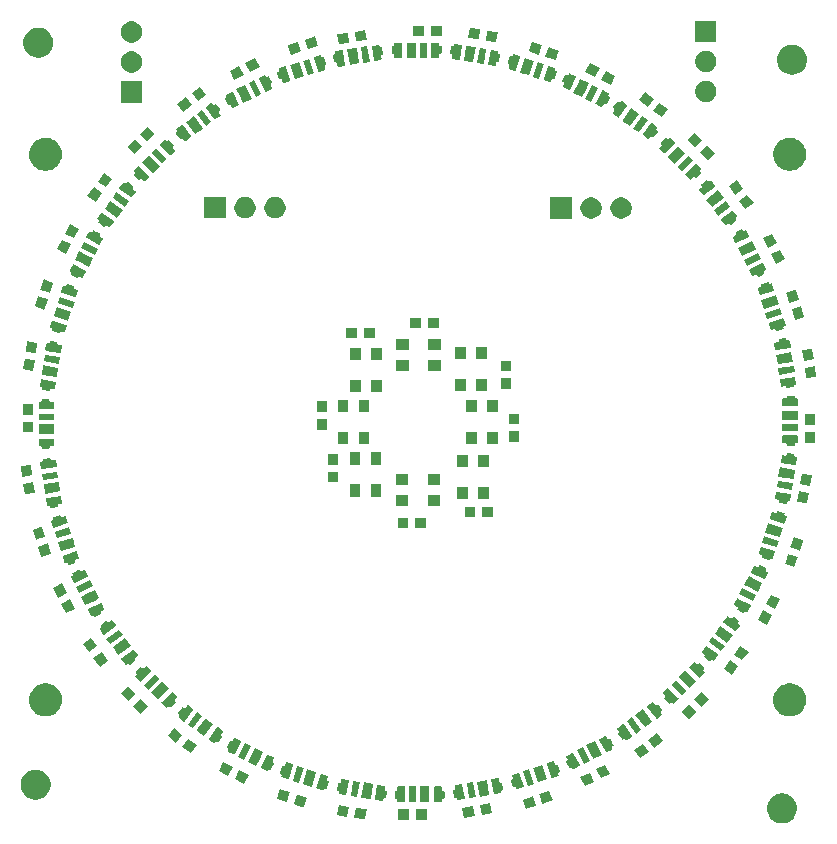
<source format=gbr>
G04 #@! TF.GenerationSoftware,KiCad,Pcbnew,(5.1.5)-3*
G04 #@! TF.CreationDate,2020-01-29T13:04:29+01:00*
G04 #@! TF.ProjectId,StepperClockLedRing,53746570-7065-4724-936c-6f636b4c6564,V0.1*
G04 #@! TF.SameCoordinates,Original*
G04 #@! TF.FileFunction,Soldermask,Top*
G04 #@! TF.FilePolarity,Negative*
%FSLAX46Y46*%
G04 Gerber Fmt 4.6, Leading zero omitted, Abs format (unit mm)*
G04 Created by KiCad (PCBNEW (5.1.5)-3) date 2020-01-29 13:04:29*
%MOMM*%
%LPD*%
G04 APERTURE LIST*
%ADD10C,0.100000*%
G04 APERTURE END LIST*
D10*
G36*
X125597765Y-157929403D02*
G01*
X125720445Y-157953805D01*
X125833927Y-158000811D01*
X125947576Y-158047886D01*
X125951571Y-158049541D01*
X126056279Y-158119505D01*
X126159577Y-158188526D01*
X126336474Y-158365423D01*
X126380390Y-158431148D01*
X126457460Y-158546491D01*
X126475460Y-158573431D01*
X126495721Y-158622346D01*
X126571195Y-158804555D01*
X126574774Y-158822547D01*
X126604611Y-158972547D01*
X126620000Y-159049916D01*
X126620000Y-159300084D01*
X126571195Y-159545445D01*
X126475459Y-159776571D01*
X126336473Y-159984578D01*
X126159578Y-160161473D01*
X125951571Y-160300459D01*
X125720445Y-160396195D01*
X125597764Y-160420598D01*
X125475085Y-160445000D01*
X125224915Y-160445000D01*
X125102236Y-160420598D01*
X124979555Y-160396195D01*
X124748429Y-160300459D01*
X124540422Y-160161473D01*
X124363527Y-159984578D01*
X124224541Y-159776571D01*
X124128805Y-159545445D01*
X124080000Y-159300084D01*
X124080000Y-159049916D01*
X124095390Y-158972547D01*
X124125226Y-158822547D01*
X124128805Y-158804555D01*
X124204279Y-158622346D01*
X124224540Y-158573431D01*
X124242541Y-158546491D01*
X124319610Y-158431148D01*
X124363526Y-158365423D01*
X124540423Y-158188526D01*
X124643721Y-158119505D01*
X124748429Y-158049541D01*
X124752425Y-158047886D01*
X124866073Y-158000811D01*
X124979555Y-157953805D01*
X125102235Y-157929403D01*
X125224915Y-157905000D01*
X125475085Y-157905000D01*
X125597765Y-157929403D01*
G37*
G36*
X95276000Y-160126000D02*
G01*
X94374000Y-160126000D01*
X94374000Y-159274000D01*
X95276000Y-159274000D01*
X95276000Y-160126000D01*
G37*
G36*
X93776000Y-160126000D02*
G01*
X92874000Y-160126000D01*
X92874000Y-159274000D01*
X93776000Y-159274000D01*
X93776000Y-160126000D01*
G37*
G36*
X90177855Y-159267123D02*
G01*
X90044572Y-160108633D01*
X89153677Y-159967529D01*
X89286960Y-159126019D01*
X90177855Y-159267123D01*
G37*
G36*
X99321323Y-159817529D02*
G01*
X98430428Y-159958633D01*
X98297145Y-159117123D01*
X99188040Y-158976019D01*
X99321323Y-159817529D01*
G37*
G36*
X88696323Y-159032471D02*
G01*
X88563040Y-159873981D01*
X87672145Y-159732877D01*
X87805428Y-158891367D01*
X88696323Y-159032471D01*
G37*
G36*
X100802855Y-159582877D02*
G01*
X99911960Y-159723981D01*
X99778677Y-158882471D01*
X100669572Y-158741367D01*
X100802855Y-159582877D01*
G37*
G36*
X104497276Y-158972547D02*
G01*
X103849800Y-159182924D01*
X103639423Y-159251280D01*
X103639422Y-159251280D01*
X103398248Y-158509020D01*
X103376140Y-158440980D01*
X103376140Y-158440979D01*
X104088625Y-158209479D01*
X104233993Y-158162246D01*
X104233994Y-158162246D01*
X104497276Y-158972547D01*
G37*
G36*
X84448655Y-158071592D02*
G01*
X85123860Y-158290979D01*
X85123860Y-158290980D01*
X85072888Y-158447855D01*
X84860578Y-159101280D01*
X84860577Y-159101280D01*
X84648805Y-159032471D01*
X84002724Y-158822547D01*
X84008570Y-158804556D01*
X84083157Y-158575000D01*
X84266006Y-158012246D01*
X84266007Y-158012246D01*
X84448655Y-158071592D01*
G37*
G36*
X105849034Y-158278730D02*
G01*
X105922002Y-158503301D01*
X105923860Y-158509021D01*
X105276384Y-158719398D01*
X105066007Y-158787754D01*
X105066006Y-158787754D01*
X104850056Y-158123127D01*
X104802724Y-157977454D01*
X104802724Y-157977453D01*
X105511984Y-157747001D01*
X105660577Y-157698720D01*
X105660578Y-157698720D01*
X105849034Y-158278730D01*
G37*
G36*
X83037081Y-157612943D02*
G01*
X83697276Y-157827453D01*
X83697276Y-157827454D01*
X83646223Y-157984578D01*
X83433994Y-158637754D01*
X83433993Y-158637754D01*
X83148880Y-158545115D01*
X82576140Y-158359021D01*
X82577183Y-158355812D01*
X82674376Y-158056680D01*
X82839422Y-157548720D01*
X82839423Y-157548720D01*
X83037081Y-157612943D01*
G37*
G36*
X93384999Y-157324737D02*
G01*
X93394608Y-157327652D01*
X93403472Y-157332390D01*
X93411237Y-157338763D01*
X93417610Y-157346528D01*
X93422348Y-157355392D01*
X93425263Y-157365001D01*
X93426852Y-157381140D01*
X93426852Y-158568860D01*
X93425263Y-158584999D01*
X93422348Y-158594608D01*
X93417610Y-158603472D01*
X93411237Y-158611237D01*
X93403472Y-158617610D01*
X93394608Y-158622348D01*
X93384999Y-158625263D01*
X93368860Y-158626852D01*
X92831140Y-158626852D01*
X92815001Y-158625263D01*
X92805392Y-158622348D01*
X92796528Y-158617610D01*
X92788763Y-158611237D01*
X92782390Y-158603472D01*
X92777652Y-158594608D01*
X92774737Y-158584999D01*
X92773148Y-158568860D01*
X92773148Y-158501851D01*
X92770746Y-158477465D01*
X92763633Y-158454016D01*
X92752082Y-158432405D01*
X92736537Y-158413463D01*
X92717595Y-158397918D01*
X92695984Y-158386367D01*
X92672535Y-158379254D01*
X92648149Y-158376852D01*
X92606140Y-158376852D01*
X92590001Y-158375263D01*
X92580392Y-158372348D01*
X92571528Y-158367610D01*
X92563763Y-158361237D01*
X92557390Y-158353472D01*
X92552652Y-158344608D01*
X92549737Y-158334999D01*
X92548148Y-158318860D01*
X92548148Y-157781140D01*
X92549737Y-157765001D01*
X92552652Y-157755392D01*
X92557390Y-157746528D01*
X92563763Y-157738763D01*
X92571528Y-157732390D01*
X92580392Y-157727652D01*
X92590001Y-157724737D01*
X92606140Y-157723148D01*
X92648149Y-157723148D01*
X92672535Y-157720746D01*
X92695984Y-157713633D01*
X92717595Y-157702082D01*
X92736537Y-157686537D01*
X92752082Y-157667595D01*
X92763633Y-157645984D01*
X92770746Y-157622535D01*
X92773148Y-157598149D01*
X92773148Y-157381140D01*
X92774737Y-157365001D01*
X92777652Y-157355392D01*
X92782390Y-157346528D01*
X92788763Y-157338763D01*
X92796528Y-157332390D01*
X92805392Y-157327652D01*
X92815001Y-157324737D01*
X92831140Y-157323148D01*
X93368860Y-157323148D01*
X93384999Y-157324737D01*
G37*
G36*
X96509999Y-157324737D02*
G01*
X96519608Y-157327652D01*
X96528472Y-157332390D01*
X96536237Y-157338763D01*
X96542610Y-157346528D01*
X96547348Y-157355392D01*
X96550263Y-157365001D01*
X96551852Y-157381140D01*
X96551852Y-157598149D01*
X96554254Y-157622535D01*
X96561367Y-157645984D01*
X96572918Y-157667595D01*
X96588463Y-157686537D01*
X96607405Y-157702082D01*
X96629016Y-157713633D01*
X96652465Y-157720746D01*
X96676851Y-157723148D01*
X96718860Y-157723148D01*
X96734999Y-157724737D01*
X96744608Y-157727652D01*
X96753472Y-157732390D01*
X96761237Y-157738763D01*
X96767610Y-157746528D01*
X96772348Y-157755392D01*
X96775263Y-157765001D01*
X96776852Y-157781140D01*
X96776852Y-158318860D01*
X96775263Y-158334999D01*
X96772348Y-158344608D01*
X96767610Y-158353472D01*
X96761237Y-158361237D01*
X96753472Y-158367610D01*
X96744608Y-158372348D01*
X96734999Y-158375263D01*
X96718860Y-158376852D01*
X96676851Y-158376852D01*
X96652465Y-158379254D01*
X96629016Y-158386367D01*
X96607405Y-158397918D01*
X96588463Y-158413463D01*
X96572918Y-158432405D01*
X96561367Y-158454016D01*
X96554254Y-158477465D01*
X96551852Y-158501851D01*
X96551852Y-158568860D01*
X96550263Y-158584999D01*
X96547348Y-158594608D01*
X96542610Y-158603472D01*
X96536237Y-158611237D01*
X96528472Y-158617610D01*
X96519608Y-158622348D01*
X96509999Y-158625263D01*
X96493860Y-158626852D01*
X95956140Y-158626852D01*
X95940001Y-158625263D01*
X95930392Y-158622348D01*
X95921528Y-158617610D01*
X95913763Y-158611237D01*
X95907390Y-158603472D01*
X95902652Y-158594608D01*
X95899737Y-158584999D01*
X95898148Y-158568860D01*
X95898148Y-157381140D01*
X95899737Y-157365001D01*
X95902652Y-157355392D01*
X95907390Y-157346528D01*
X95913763Y-157338763D01*
X95921528Y-157332390D01*
X95930392Y-157327652D01*
X95940001Y-157324737D01*
X95956140Y-157323148D01*
X96493860Y-157323148D01*
X96509999Y-157324737D01*
G37*
G36*
X95501000Y-158626000D02*
G01*
X94699000Y-158626000D01*
X94699000Y-157324000D01*
X95501000Y-157324000D01*
X95501000Y-158626000D01*
G37*
G36*
X94351000Y-158626000D02*
G01*
X93799000Y-158626000D01*
X93799000Y-157324000D01*
X94351000Y-157324000D01*
X94351000Y-158626000D01*
G37*
G36*
X91167954Y-157173766D02*
G01*
X91699050Y-157257883D01*
X91705023Y-157259442D01*
X91705025Y-157259442D01*
X91714745Y-157261978D01*
X91723784Y-157266363D01*
X91731794Y-157272426D01*
X91738469Y-157279937D01*
X91743547Y-157288601D01*
X91746840Y-157298098D01*
X91748216Y-157308046D01*
X91747262Y-157324234D01*
X91713314Y-157538572D01*
X91711871Y-157563034D01*
X91715229Y-157587307D01*
X91723257Y-157610458D01*
X91735648Y-157631599D01*
X91751925Y-157649916D01*
X91771462Y-157664705D01*
X91793510Y-157675399D01*
X91817220Y-157681586D01*
X91858713Y-157688158D01*
X91874399Y-157692251D01*
X91883442Y-157696637D01*
X91891450Y-157702699D01*
X91898124Y-157710210D01*
X91903205Y-157718879D01*
X91906496Y-157728369D01*
X91907872Y-157738320D01*
X91906918Y-157754508D01*
X91822799Y-158285609D01*
X91818706Y-158301294D01*
X91814319Y-158310339D01*
X91808388Y-158318174D01*
X91808257Y-158318347D01*
X91800747Y-158325020D01*
X91792346Y-158329944D01*
X91792078Y-158330101D01*
X91782588Y-158333392D01*
X91772637Y-158334768D01*
X91756449Y-158333814D01*
X91714958Y-158327242D01*
X91690497Y-158325799D01*
X91666224Y-158329157D01*
X91643072Y-158337185D01*
X91621931Y-158349576D01*
X91603614Y-158365853D01*
X91588825Y-158385390D01*
X91578131Y-158407438D01*
X91571944Y-158431148D01*
X91561462Y-158497325D01*
X91559904Y-158503297D01*
X91559903Y-158503301D01*
X91557367Y-158513021D01*
X91552982Y-158522060D01*
X91546919Y-158530070D01*
X91539408Y-158536745D01*
X91533938Y-158539951D01*
X91530742Y-158541824D01*
X91521250Y-158545115D01*
X91511295Y-158546492D01*
X91495112Y-158545538D01*
X90964016Y-158461421D01*
X90958043Y-158459862D01*
X90958041Y-158459862D01*
X90948321Y-158457326D01*
X90939282Y-158452941D01*
X90931272Y-158446878D01*
X90926829Y-158441879D01*
X90924597Y-158439367D01*
X90919519Y-158430703D01*
X90916226Y-158421206D01*
X90914850Y-158411258D01*
X90915804Y-158395070D01*
X91101605Y-157221971D01*
X91105698Y-157206286D01*
X91110085Y-157197241D01*
X91116144Y-157189237D01*
X91116147Y-157189234D01*
X91123657Y-157182560D01*
X91132324Y-157177480D01*
X91132325Y-157177480D01*
X91132326Y-157177479D01*
X91141816Y-157174188D01*
X91151767Y-157172812D01*
X91167954Y-157173766D01*
G37*
G36*
X98259720Y-157118742D02*
G01*
X98259723Y-157118743D01*
X98269215Y-157122034D01*
X98269216Y-157122035D01*
X98269217Y-157122035D01*
X98277881Y-157127113D01*
X98285392Y-157133788D01*
X98291455Y-157141798D01*
X98295841Y-157150840D01*
X98299934Y-157166525D01*
X98485735Y-158339624D01*
X98486689Y-158355812D01*
X98485313Y-158365763D01*
X98484672Y-158367610D01*
X98482021Y-158375255D01*
X98476941Y-158383922D01*
X98472092Y-158389378D01*
X98470264Y-158391435D01*
X98462260Y-158397494D01*
X98453219Y-158401879D01*
X98448001Y-158403241D01*
X98443498Y-158404416D01*
X98443496Y-158404416D01*
X98437523Y-158405975D01*
X97906427Y-158490092D01*
X97890240Y-158491046D01*
X97880292Y-158489670D01*
X97880289Y-158489669D01*
X97870797Y-158486378D01*
X97870795Y-158486377D01*
X97862131Y-158481299D01*
X97854620Y-158474624D01*
X97848557Y-158466614D01*
X97846038Y-158461421D01*
X97844172Y-158457575D01*
X97841636Y-158447855D01*
X97841635Y-158447851D01*
X97840077Y-158441879D01*
X97829595Y-158375702D01*
X97823408Y-158351991D01*
X97812714Y-158329944D01*
X97797924Y-158310406D01*
X97779607Y-158294129D01*
X97758467Y-158281739D01*
X97735315Y-158273711D01*
X97711042Y-158270353D01*
X97686581Y-158271796D01*
X97645090Y-158278368D01*
X97628902Y-158279322D01*
X97618951Y-158277946D01*
X97609461Y-158274655D01*
X97600792Y-158269574D01*
X97593281Y-158262900D01*
X97587219Y-158254892D01*
X97582833Y-158245849D01*
X97578740Y-158230163D01*
X97494621Y-157699062D01*
X97493667Y-157682874D01*
X97495043Y-157672923D01*
X97498334Y-157663433D01*
X97499984Y-157660618D01*
X97503415Y-157654764D01*
X97510088Y-157647254D01*
X97511766Y-157645984D01*
X97518096Y-157641192D01*
X97527141Y-157636805D01*
X97542826Y-157632712D01*
X97584319Y-157626140D01*
X97608029Y-157619953D01*
X97630077Y-157609259D01*
X97649614Y-157594470D01*
X97665891Y-157576153D01*
X97678282Y-157555012D01*
X97686310Y-157531861D01*
X97689668Y-157507588D01*
X97688225Y-157483126D01*
X97654277Y-157268788D01*
X97653323Y-157252600D01*
X97654699Y-157242649D01*
X97657990Y-157233159D01*
X97657991Y-157233157D01*
X97663071Y-157224490D01*
X97669744Y-157216980D01*
X97671035Y-157216003D01*
X97677752Y-157210918D01*
X97686793Y-157206533D01*
X97692011Y-157205171D01*
X97696514Y-157203996D01*
X97696516Y-157203996D01*
X97702489Y-157202437D01*
X98233585Y-157118320D01*
X98249772Y-157117366D01*
X98259720Y-157118742D01*
G37*
G36*
X62355135Y-155920923D02*
G01*
X62520445Y-155953805D01*
X62652521Y-156008513D01*
X62726546Y-156039175D01*
X62751571Y-156049541D01*
X62851104Y-156116047D01*
X62959577Y-156188526D01*
X63136474Y-156365423D01*
X63190410Y-156446144D01*
X63271249Y-156567128D01*
X63275460Y-156573431D01*
X63281391Y-156587749D01*
X63371195Y-156804555D01*
X63378205Y-156839798D01*
X63420000Y-157049915D01*
X63420000Y-157300085D01*
X63405588Y-157372541D01*
X63371195Y-157545445D01*
X63306058Y-157702699D01*
X63278951Y-157768142D01*
X63275459Y-157776571D01*
X63241461Y-157827453D01*
X63136474Y-157984577D01*
X62959577Y-158161474D01*
X62906329Y-158197053D01*
X62751571Y-158300459D01*
X62751570Y-158300460D01*
X62751569Y-158300460D01*
X62708386Y-158318347D01*
X62520445Y-158396195D01*
X62433632Y-158413463D01*
X62275085Y-158445000D01*
X62024915Y-158445000D01*
X61866368Y-158413463D01*
X61779555Y-158396195D01*
X61591614Y-158318347D01*
X61548431Y-158300460D01*
X61548430Y-158300460D01*
X61548429Y-158300459D01*
X61393671Y-158197053D01*
X61340423Y-158161474D01*
X61163526Y-157984577D01*
X61058539Y-157827453D01*
X61024541Y-157776571D01*
X61021050Y-157768142D01*
X60993942Y-157702699D01*
X60928805Y-157545445D01*
X60894412Y-157372541D01*
X60880000Y-157300085D01*
X60880000Y-157049915D01*
X60921795Y-156839798D01*
X60928805Y-156804555D01*
X61018609Y-156587749D01*
X61024540Y-156573431D01*
X61028752Y-156567128D01*
X61109590Y-156446144D01*
X61163526Y-156365423D01*
X61340423Y-156188526D01*
X61448896Y-156116047D01*
X61548429Y-156049541D01*
X61573455Y-156039175D01*
X61647479Y-156008513D01*
X61779555Y-155953805D01*
X61944865Y-155920923D01*
X62024915Y-155905000D01*
X62275085Y-155905000D01*
X62355135Y-155920923D01*
G37*
G36*
X90718285Y-157103408D02*
G01*
X90516211Y-158379254D01*
X90514607Y-158389378D01*
X90514607Y-158389379D01*
X89722481Y-158263918D01*
X89926159Y-156977947D01*
X90718285Y-157103408D01*
G37*
G36*
X99407444Y-158251491D02*
G01*
X98862240Y-158337843D01*
X98658562Y-157051873D01*
X99203766Y-156965521D01*
X99407444Y-158251491D01*
G37*
G36*
X89582444Y-156923509D02*
G01*
X89378766Y-158209479D01*
X88833562Y-158123127D01*
X89037240Y-156837157D01*
X89582444Y-156923509D01*
G37*
G36*
X100543285Y-158071592D02*
G01*
X99751159Y-158197053D01*
X99547481Y-156911082D01*
X100339607Y-156785621D01*
X100543285Y-158071592D01*
G37*
G36*
X88081427Y-156684908D02*
G01*
X88612523Y-156769025D01*
X88618496Y-156770584D01*
X88618498Y-156770584D01*
X88628218Y-156773120D01*
X88637208Y-156777481D01*
X88637257Y-156777505D01*
X88645267Y-156783568D01*
X88651942Y-156791079D01*
X88657020Y-156799743D01*
X88660313Y-156809240D01*
X88661689Y-156819188D01*
X88660735Y-156835376D01*
X88474934Y-158008475D01*
X88470841Y-158024160D01*
X88466454Y-158033205D01*
X88460395Y-158041209D01*
X88460392Y-158041212D01*
X88452882Y-158047886D01*
X88450058Y-158049541D01*
X88444213Y-158052967D01*
X88434723Y-158056258D01*
X88424772Y-158057634D01*
X88408585Y-158056680D01*
X87877489Y-157972563D01*
X87871516Y-157971004D01*
X87871514Y-157971004D01*
X87861794Y-157968468D01*
X87852755Y-157964083D01*
X87844745Y-157958020D01*
X87838071Y-157950510D01*
X87832991Y-157941843D01*
X87829700Y-157932351D01*
X87829699Y-157932348D01*
X87828323Y-157922400D01*
X87829277Y-157906212D01*
X87839760Y-157840028D01*
X87841203Y-157815567D01*
X87837845Y-157791294D01*
X87829817Y-157768142D01*
X87817426Y-157747001D01*
X87801149Y-157728684D01*
X87781612Y-157713895D01*
X87759564Y-157703201D01*
X87735854Y-157697014D01*
X87694368Y-157690443D01*
X87678673Y-157686348D01*
X87669630Y-157681962D01*
X87661626Y-157675902D01*
X87654949Y-157668389D01*
X87649870Y-157659723D01*
X87646580Y-157650235D01*
X87646579Y-157650232D01*
X87645203Y-157640280D01*
X87645202Y-157640276D01*
X87646156Y-157624092D01*
X87730275Y-157092990D01*
X87734368Y-157077305D01*
X87738755Y-157068260D01*
X87744814Y-157060256D01*
X87744817Y-157060252D01*
X87752327Y-157053579D01*
X87760994Y-157048499D01*
X87760995Y-157048499D01*
X87760996Y-157048498D01*
X87770486Y-157045207D01*
X87780437Y-157043831D01*
X87796625Y-157044785D01*
X87838116Y-157051357D01*
X87862577Y-157052800D01*
X87886850Y-157049442D01*
X87910002Y-157041414D01*
X87931143Y-157029023D01*
X87949460Y-157012746D01*
X87964249Y-156993209D01*
X87974943Y-156971161D01*
X87981130Y-156947451D01*
X88015077Y-156733120D01*
X88019107Y-156717675D01*
X88019172Y-156717425D01*
X88023557Y-156708386D01*
X88029620Y-156700376D01*
X88037130Y-156693702D01*
X88037131Y-156693701D01*
X88045795Y-156688623D01*
X88045796Y-156688623D01*
X88045797Y-156688622D01*
X88055289Y-156685331D01*
X88055292Y-156685330D01*
X88065240Y-156683954D01*
X88081427Y-156684908D01*
G37*
G36*
X101346247Y-156629884D02*
G01*
X101346250Y-156629885D01*
X101355742Y-156633176D01*
X101355743Y-156633177D01*
X101355744Y-156633177D01*
X101364408Y-156638255D01*
X101364409Y-156638256D01*
X101371919Y-156644930D01*
X101377982Y-156652940D01*
X101382367Y-156661979D01*
X101384276Y-156669297D01*
X101386462Y-156677674D01*
X101420409Y-156892005D01*
X101426596Y-156915715D01*
X101437290Y-156937763D01*
X101452079Y-156957300D01*
X101470396Y-156973577D01*
X101491537Y-156985968D01*
X101514689Y-156993996D01*
X101538962Y-156997354D01*
X101563423Y-156995911D01*
X101604914Y-156989339D01*
X101621102Y-156988385D01*
X101631053Y-156989761D01*
X101640543Y-156993052D01*
X101649212Y-156998133D01*
X101656723Y-157004807D01*
X101662785Y-157012815D01*
X101667171Y-157021858D01*
X101671264Y-157037544D01*
X101755383Y-157568646D01*
X101756337Y-157584834D01*
X101754961Y-157594785D01*
X101753794Y-157598149D01*
X101751669Y-157604277D01*
X101746589Y-157612944D01*
X101739916Y-157620454D01*
X101739912Y-157620457D01*
X101731908Y-157626516D01*
X101722867Y-157630901D01*
X101720192Y-157631599D01*
X101713146Y-157633438D01*
X101713144Y-157633438D01*
X101707171Y-157634997D01*
X101665685Y-157641568D01*
X101641975Y-157647755D01*
X101619927Y-157658449D01*
X101600390Y-157673238D01*
X101584113Y-157691555D01*
X101571722Y-157712696D01*
X101563694Y-157735848D01*
X101560336Y-157760121D01*
X101561779Y-157784582D01*
X101572262Y-157850766D01*
X101573216Y-157866954D01*
X101571840Y-157876905D01*
X101568549Y-157886395D01*
X101563468Y-157895064D01*
X101556794Y-157902575D01*
X101548786Y-157908637D01*
X101541086Y-157912371D01*
X101539746Y-157913021D01*
X101530025Y-157915558D01*
X101530023Y-157915558D01*
X101524050Y-157917117D01*
X100992954Y-158001234D01*
X100976767Y-158002188D01*
X100966819Y-158000812D01*
X100966816Y-158000811D01*
X100957324Y-157997520D01*
X100957322Y-157997519D01*
X100948658Y-157992441D01*
X100941147Y-157985766D01*
X100935084Y-157977756D01*
X100930699Y-157968717D01*
X100929490Y-157964083D01*
X100926605Y-157953029D01*
X100740804Y-156779930D01*
X100739850Y-156763742D01*
X100741226Y-156753791D01*
X100744517Y-156744301D01*
X100744518Y-156744299D01*
X100749598Y-156735632D01*
X100756272Y-156728122D01*
X100756275Y-156728119D01*
X100764279Y-156722060D01*
X100773320Y-156717675D01*
X100778538Y-156716313D01*
X100783041Y-156715138D01*
X100783043Y-156715138D01*
X100789016Y-156713579D01*
X101320112Y-156629462D01*
X101336299Y-156628508D01*
X101346247Y-156629884D01*
G37*
G36*
X86356478Y-156257019D02*
G01*
X86366291Y-156259172D01*
X86366296Y-156259174D01*
X86372322Y-156260496D01*
X86883720Y-156426660D01*
X86898575Y-156433157D01*
X86898576Y-156433158D01*
X86906818Y-156438903D01*
X86913781Y-156446144D01*
X86913783Y-156446147D01*
X86919196Y-156454603D01*
X86922860Y-156463964D01*
X86924625Y-156473850D01*
X86924428Y-156483894D01*
X86922275Y-156493707D01*
X86922273Y-156493712D01*
X86920951Y-156499738D01*
X86853893Y-156706121D01*
X86848641Y-156730056D01*
X86848160Y-156754555D01*
X86852468Y-156778678D01*
X86861399Y-156801496D01*
X86874610Y-156822134D01*
X86891594Y-156839798D01*
X86911697Y-156853809D01*
X86934147Y-156863629D01*
X86974101Y-156876611D01*
X86979751Y-156879082D01*
X86979753Y-156879083D01*
X86988957Y-156883109D01*
X86988958Y-156883110D01*
X86988961Y-156883111D01*
X86997197Y-156888851D01*
X87004162Y-156896094D01*
X87009578Y-156904556D01*
X87013240Y-156913912D01*
X87015006Y-156923801D01*
X87014809Y-156933845D01*
X87012656Y-156943658D01*
X87012654Y-156943663D01*
X87011332Y-156949689D01*
X86845168Y-157461087D01*
X86838671Y-157475942D01*
X86835213Y-157480903D01*
X86832925Y-157484185D01*
X86825684Y-157491148D01*
X86825681Y-157491150D01*
X86821398Y-157493892D01*
X86817223Y-157496564D01*
X86809359Y-157499642D01*
X86807864Y-157500227D01*
X86797978Y-157501992D01*
X86787934Y-157501795D01*
X86778121Y-157499642D01*
X86778116Y-157499640D01*
X86772090Y-157498318D01*
X86732142Y-157485338D01*
X86708208Y-157480087D01*
X86683708Y-157479605D01*
X86659586Y-157483913D01*
X86636767Y-157492844D01*
X86616129Y-157506055D01*
X86598465Y-157523038D01*
X86584454Y-157543141D01*
X86574634Y-157565592D01*
X86553926Y-157629323D01*
X86547429Y-157644178D01*
X86543429Y-157649916D01*
X86541683Y-157652421D01*
X86534442Y-157659384D01*
X86534439Y-157659386D01*
X86534437Y-157659388D01*
X86525983Y-157664800D01*
X86516625Y-157668462D01*
X86506736Y-157670228D01*
X86496691Y-157670031D01*
X86486879Y-157667878D01*
X86486874Y-157667876D01*
X86480848Y-157666554D01*
X85969450Y-157500390D01*
X85954595Y-157493893D01*
X85946353Y-157488148D01*
X85943651Y-157485338D01*
X85939389Y-157480906D01*
X85933973Y-157472445D01*
X85930311Y-157463089D01*
X85928545Y-157453200D01*
X85928742Y-157443156D01*
X85930895Y-157433343D01*
X85930897Y-157433338D01*
X85932219Y-157427312D01*
X86299244Y-156297727D01*
X86305744Y-156282867D01*
X86311484Y-156274631D01*
X86318727Y-156267666D01*
X86327189Y-156262250D01*
X86336545Y-156258588D01*
X86346434Y-156256822D01*
X86356478Y-156257019D01*
G37*
G36*
X103069570Y-156147215D02*
G01*
X103069572Y-156147216D01*
X103069573Y-156147216D01*
X103078929Y-156150878D01*
X103078930Y-156150879D01*
X103078931Y-156150879D01*
X103084339Y-156154341D01*
X103087390Y-156156294D01*
X103094631Y-156163257D01*
X103094632Y-156163258D01*
X103100377Y-156171500D01*
X103106874Y-156186355D01*
X103473899Y-157315940D01*
X103475221Y-157321966D01*
X103475223Y-157321971D01*
X103475830Y-157324738D01*
X103477376Y-157331785D01*
X103477573Y-157341828D01*
X103475807Y-157351717D01*
X103472145Y-157361073D01*
X103466729Y-157369535D01*
X103459764Y-157376778D01*
X103451528Y-157382518D01*
X103451525Y-157382519D01*
X103451524Y-157382520D01*
X103442320Y-157386546D01*
X103442318Y-157386547D01*
X103436668Y-157389018D01*
X102925270Y-157555182D01*
X102919244Y-157556504D01*
X102919239Y-157556506D01*
X102909426Y-157558659D01*
X102899382Y-157558856D01*
X102889496Y-157557091D01*
X102888001Y-157556506D01*
X102880137Y-157553428D01*
X102871676Y-157548012D01*
X102864435Y-157541049D01*
X102858690Y-157532807D01*
X102858689Y-157532806D01*
X102852192Y-157517951D01*
X102831484Y-157454220D01*
X102821664Y-157431769D01*
X102807653Y-157411666D01*
X102789989Y-157394683D01*
X102769351Y-157381472D01*
X102746532Y-157372541D01*
X102722410Y-157368233D01*
X102697910Y-157368715D01*
X102673976Y-157373966D01*
X102634028Y-157386946D01*
X102628002Y-157388268D01*
X102627997Y-157388270D01*
X102618185Y-157390423D01*
X102608140Y-157390620D01*
X102598251Y-157388854D01*
X102588893Y-157385192D01*
X102580439Y-157379780D01*
X102580437Y-157379778D01*
X102580434Y-157379776D01*
X102573193Y-157372813D01*
X102570907Y-157369534D01*
X102567447Y-157364570D01*
X102560950Y-157349715D01*
X102394786Y-156838317D01*
X102393464Y-156832291D01*
X102393462Y-156832286D01*
X102391309Y-156822473D01*
X102391112Y-156812429D01*
X102392878Y-156802540D01*
X102396540Y-156793184D01*
X102401381Y-156785622D01*
X102401954Y-156784726D01*
X102401956Y-156784723D01*
X102408919Y-156777482D01*
X102415175Y-156773121D01*
X102417162Y-156771736D01*
X102432017Y-156765239D01*
X102471971Y-156752257D01*
X102494421Y-156742437D01*
X102514524Y-156728426D01*
X102531508Y-156710762D01*
X102544719Y-156690124D01*
X102553650Y-156667306D01*
X102557958Y-156643183D01*
X102557477Y-156618684D01*
X102552225Y-156594749D01*
X102485167Y-156388366D01*
X102483845Y-156382340D01*
X102483843Y-156382335D01*
X102481690Y-156372522D01*
X102481493Y-156362478D01*
X102483259Y-156352589D01*
X102486921Y-156343233D01*
X102492337Y-156334772D01*
X102499300Y-156327531D01*
X102499301Y-156327530D01*
X102507543Y-156321785D01*
X102522398Y-156315288D01*
X103033796Y-156149124D01*
X103039822Y-156147802D01*
X103039827Y-156147800D01*
X103049640Y-156145647D01*
X103059684Y-156145450D01*
X103069570Y-156147215D01*
G37*
G36*
X85939190Y-156120659D02*
G01*
X85536850Y-157358935D01*
X84774102Y-157111103D01*
X85176442Y-155872827D01*
X85939190Y-156120659D01*
G37*
G36*
X109451989Y-156915312D02*
G01*
X108648301Y-157324812D01*
X108261501Y-156565674D01*
X109065189Y-156156174D01*
X109451989Y-156915312D01*
G37*
G36*
X104370475Y-157084710D02*
G01*
X103845491Y-157255287D01*
X103443151Y-156017012D01*
X103968135Y-155846435D01*
X104370475Y-157084710D01*
G37*
G36*
X80188499Y-156340674D02*
G01*
X79801699Y-157099812D01*
X78998011Y-156690312D01*
X79384811Y-155931174D01*
X80188499Y-156340674D01*
G37*
G36*
X84845475Y-155765290D02*
G01*
X84443135Y-157003565D01*
X83918151Y-156832988D01*
X84320491Y-155594713D01*
X84845475Y-155765290D01*
G37*
G36*
X105464190Y-156729341D02*
G01*
X104701442Y-156977173D01*
X104299102Y-155738897D01*
X105061850Y-155491065D01*
X105464190Y-156729341D01*
G37*
G36*
X83384426Y-155291341D02*
G01*
X83394239Y-155293494D01*
X83394244Y-155293496D01*
X83400270Y-155294818D01*
X83911668Y-155460982D01*
X83926523Y-155467479D01*
X83926524Y-155467480D01*
X83934766Y-155473225D01*
X83941729Y-155480466D01*
X83941731Y-155480469D01*
X83945658Y-155486603D01*
X83947145Y-155488927D01*
X83949950Y-155496094D01*
X83950808Y-155498286D01*
X83952421Y-155507320D01*
X83952573Y-155508172D01*
X83952376Y-155518216D01*
X83950223Y-155528029D01*
X83950221Y-155528034D01*
X83948899Y-155534060D01*
X83581874Y-156663645D01*
X83579403Y-156669295D01*
X83579402Y-156669297D01*
X83575376Y-156678501D01*
X83575374Y-156678505D01*
X83569634Y-156686741D01*
X83562391Y-156693706D01*
X83553929Y-156699122D01*
X83544573Y-156702784D01*
X83534684Y-156704550D01*
X83524640Y-156704353D01*
X83514827Y-156702200D01*
X83514822Y-156702198D01*
X83508796Y-156700876D01*
X82997398Y-156534712D01*
X82982543Y-156528215D01*
X82974301Y-156522470D01*
X82974300Y-156522469D01*
X82967337Y-156515228D01*
X82961921Y-156506767D01*
X82958259Y-156497411D01*
X82957598Y-156493707D01*
X82956493Y-156487522D01*
X82956690Y-156477479D01*
X82960166Y-156461638D01*
X82980873Y-156397910D01*
X82986124Y-156373975D01*
X82986606Y-156349476D01*
X82982298Y-156325353D01*
X82973367Y-156302535D01*
X82960156Y-156281897D01*
X82943173Y-156264233D01*
X82923070Y-156250221D01*
X82900619Y-156240401D01*
X82860665Y-156227419D01*
X82855015Y-156224948D01*
X82855013Y-156224947D01*
X82845809Y-156220921D01*
X82845808Y-156220920D01*
X82845805Y-156220919D01*
X82837569Y-156215179D01*
X82830604Y-156207936D01*
X82825188Y-156199474D01*
X82821526Y-156190118D01*
X82819760Y-156180230D01*
X82819957Y-156170186D01*
X82821477Y-156163257D01*
X82822110Y-156160372D01*
X82822112Y-156160367D01*
X82823434Y-156154341D01*
X82989597Y-155642943D01*
X82996095Y-155628085D01*
X83001836Y-155619849D01*
X83001837Y-155619848D01*
X83001839Y-155619845D01*
X83009081Y-155612882D01*
X83009084Y-155612880D01*
X83017541Y-155607466D01*
X83026900Y-155603803D01*
X83036786Y-155602038D01*
X83036787Y-155602038D01*
X83046831Y-155602235D01*
X83056644Y-155604388D01*
X83056649Y-155604390D01*
X83062675Y-155605712D01*
X83102624Y-155618692D01*
X83126559Y-155623944D01*
X83151058Y-155624425D01*
X83175181Y-155620117D01*
X83197999Y-155611186D01*
X83218637Y-155597975D01*
X83236301Y-155580991D01*
X83250312Y-155560888D01*
X83260132Y-155538438D01*
X83327192Y-155332049D01*
X83333692Y-155317189D01*
X83339432Y-155308953D01*
X83346675Y-155301988D01*
X83355137Y-155296572D01*
X83359618Y-155294818D01*
X83364492Y-155292910D01*
X83369437Y-155292027D01*
X83374381Y-155291144D01*
X83374382Y-155291144D01*
X83384426Y-155291341D01*
G37*
G36*
X110788499Y-156234326D02*
G01*
X109984811Y-156643826D01*
X109598011Y-155884688D01*
X110401699Y-155475188D01*
X110788499Y-156234326D01*
G37*
G36*
X106041622Y-155181537D02*
G01*
X106041624Y-155181538D01*
X106041625Y-155181538D01*
X106050981Y-155185200D01*
X106050982Y-155185201D01*
X106050983Y-155185201D01*
X106059322Y-155190539D01*
X106059442Y-155190616D01*
X106066683Y-155197579D01*
X106066684Y-155197580D01*
X106072429Y-155205822D01*
X106078926Y-155220677D01*
X106145986Y-155427066D01*
X106155806Y-155449516D01*
X106169817Y-155469619D01*
X106187481Y-155486603D01*
X106208119Y-155499814D01*
X106230937Y-155508745D01*
X106255060Y-155513053D01*
X106279559Y-155512572D01*
X106303494Y-155507320D01*
X106343443Y-155494340D01*
X106349469Y-155493018D01*
X106349474Y-155493016D01*
X106359287Y-155490863D01*
X106369331Y-155490666D01*
X106369332Y-155490666D01*
X106379220Y-155492432D01*
X106388576Y-155496094D01*
X106397038Y-155501510D01*
X106404281Y-155508475D01*
X106410021Y-155516711D01*
X106410022Y-155516714D01*
X106410023Y-155516715D01*
X106410680Y-155518216D01*
X106416521Y-155531571D01*
X106582684Y-156042969D01*
X106584006Y-156048995D01*
X106584008Y-156049000D01*
X106586161Y-156058813D01*
X106586161Y-156058814D01*
X106586358Y-156068858D01*
X106584593Y-156078744D01*
X106580930Y-156088103D01*
X106575516Y-156096560D01*
X106575514Y-156096563D01*
X106568551Y-156103805D01*
X106568548Y-156103807D01*
X106568547Y-156103808D01*
X106560311Y-156109549D01*
X106545453Y-156116047D01*
X106505499Y-156129029D01*
X106483049Y-156138849D01*
X106462946Y-156152860D01*
X106445962Y-156170524D01*
X106432751Y-156191162D01*
X106423820Y-156213980D01*
X106419512Y-156238103D01*
X106419993Y-156262602D01*
X106425245Y-156286538D01*
X106445952Y-156350266D01*
X106449428Y-156366107D01*
X106449625Y-156376150D01*
X106447859Y-156386039D01*
X106444197Y-156395397D01*
X106438785Y-156403851D01*
X106438783Y-156403853D01*
X106438781Y-156403856D01*
X106431818Y-156411097D01*
X106431815Y-156411100D01*
X106425637Y-156415406D01*
X106423577Y-156416842D01*
X106414372Y-156420868D01*
X106408716Y-156423342D01*
X105897322Y-156589504D01*
X105891296Y-156590826D01*
X105891291Y-156590828D01*
X105881478Y-156592981D01*
X105871434Y-156593178D01*
X105861548Y-156591413D01*
X105860053Y-156590828D01*
X105852189Y-156587750D01*
X105843728Y-156582334D01*
X105836487Y-156575371D01*
X105836486Y-156575370D01*
X105830741Y-156567128D01*
X105824244Y-156552273D01*
X105457219Y-155422688D01*
X105455897Y-155416662D01*
X105455895Y-155416657D01*
X105453742Y-155406844D01*
X105453545Y-155396800D01*
X105455311Y-155386911D01*
X105458973Y-155377555D01*
X105464389Y-155369093D01*
X105471354Y-155361850D01*
X105479590Y-155356110D01*
X105479593Y-155356109D01*
X105479594Y-155356108D01*
X105488798Y-155352082D01*
X105488800Y-155352081D01*
X105494450Y-155349610D01*
X106005848Y-155183446D01*
X106011874Y-155182124D01*
X106011879Y-155182122D01*
X106021692Y-155179969D01*
X106031736Y-155179772D01*
X106041622Y-155181537D01*
G37*
G36*
X78851989Y-155659688D02*
G01*
X78465189Y-156418826D01*
X77661501Y-156009326D01*
X78048301Y-155250188D01*
X78851989Y-155659688D01*
G37*
G36*
X81827786Y-154622211D02*
G01*
X81827788Y-154622212D01*
X81827789Y-154622212D01*
X81829281Y-154622796D01*
X81842893Y-154628124D01*
X82322000Y-154872241D01*
X82327197Y-154875568D01*
X82335658Y-154880984D01*
X82342899Y-154887947D01*
X82342900Y-154887948D01*
X82348645Y-154896190D01*
X82352669Y-154905390D01*
X82354823Y-154915207D01*
X82355020Y-154925250D01*
X82353254Y-154935139D01*
X82347343Y-154950241D01*
X82248824Y-155143598D01*
X82239893Y-155166417D01*
X82235585Y-155190539D01*
X82236066Y-155215039D01*
X82241318Y-155238973D01*
X82251138Y-155261424D01*
X82265149Y-155281527D01*
X82282813Y-155298510D01*
X82303451Y-155311721D01*
X82340883Y-155330794D01*
X82354538Y-155339534D01*
X82361780Y-155346498D01*
X82367524Y-155354738D01*
X82370634Y-155361850D01*
X82371550Y-155363944D01*
X82372680Y-155369094D01*
X82373703Y-155373758D01*
X82373900Y-155383802D01*
X82372134Y-155393693D01*
X82366226Y-155408788D01*
X82122105Y-155887905D01*
X82113366Y-155901556D01*
X82113364Y-155901558D01*
X82113362Y-155901561D01*
X82110055Y-155905000D01*
X82106398Y-155908803D01*
X82098156Y-155914548D01*
X82088956Y-155918572D01*
X82088955Y-155918572D01*
X82088953Y-155918573D01*
X82079141Y-155920726D01*
X82069096Y-155920923D01*
X82059207Y-155919157D01*
X82044108Y-155913248D01*
X82006673Y-155894174D01*
X81983854Y-155885244D01*
X81959732Y-155880936D01*
X81935232Y-155881418D01*
X81911298Y-155886669D01*
X81888847Y-155896490D01*
X81868744Y-155910501D01*
X81851761Y-155928165D01*
X81838551Y-155948801D01*
X81808126Y-156008513D01*
X81799388Y-156022164D01*
X81792424Y-156029406D01*
X81784184Y-156035150D01*
X81776132Y-156038671D01*
X81774978Y-156039176D01*
X81765165Y-156041329D01*
X81755121Y-156041526D01*
X81755120Y-156041526D01*
X81745234Y-156039761D01*
X81730127Y-156033848D01*
X81251020Y-155789731D01*
X81237365Y-155780990D01*
X81237362Y-155780988D01*
X81230121Y-155774025D01*
X81224376Y-155765783D01*
X81224375Y-155765782D01*
X81220351Y-155756582D01*
X81219106Y-155750906D01*
X81218197Y-155746766D01*
X81218000Y-155736722D01*
X81219766Y-155726833D01*
X81223428Y-155717477D01*
X81225677Y-155711731D01*
X81764890Y-154653466D01*
X81773633Y-154639807D01*
X81780598Y-154632564D01*
X81788834Y-154626824D01*
X81788837Y-154626823D01*
X81788838Y-154626822D01*
X81798021Y-154622805D01*
X81798039Y-154622797D01*
X81798040Y-154622797D01*
X81798042Y-154622796D01*
X81807855Y-154620643D01*
X81817899Y-154620446D01*
X81817900Y-154620446D01*
X81827786Y-154622211D01*
G37*
G36*
X107630769Y-154452392D02*
G01*
X107640582Y-154454545D01*
X107640584Y-154454546D01*
X107640585Y-154454546D01*
X107649785Y-154458570D01*
X107658027Y-154464315D01*
X107658028Y-154464316D01*
X107664991Y-154471557D01*
X107664993Y-154471560D01*
X107673734Y-154485215D01*
X108212946Y-155543477D01*
X108215196Y-155549226D01*
X108218858Y-155558581D01*
X108220624Y-155568471D01*
X108220427Y-155578515D01*
X108219588Y-155582341D01*
X108218273Y-155588331D01*
X108214246Y-155597536D01*
X108208506Y-155605772D01*
X108201263Y-155612737D01*
X108187604Y-155621480D01*
X107708494Y-155865598D01*
X107702748Y-155867847D01*
X107693392Y-155871509D01*
X107683503Y-155873275D01*
X107673459Y-155873078D01*
X107663646Y-155870925D01*
X107663644Y-155870924D01*
X107663643Y-155870924D01*
X107654443Y-155866900D01*
X107646201Y-155861155D01*
X107646200Y-155861154D01*
X107639237Y-155853913D01*
X107634450Y-155846435D01*
X107630496Y-155840259D01*
X107600073Y-155780550D01*
X107586862Y-155759913D01*
X107569878Y-155742249D01*
X107549775Y-155728238D01*
X107527325Y-155718418D01*
X107503390Y-155713166D01*
X107478890Y-155712685D01*
X107454768Y-155716993D01*
X107431951Y-155725923D01*
X107394516Y-155744997D01*
X107379417Y-155750906D01*
X107369528Y-155752672D01*
X107359484Y-155752475D01*
X107349671Y-155750322D01*
X107349669Y-155750321D01*
X107349668Y-155750321D01*
X107340468Y-155746297D01*
X107337970Y-155744556D01*
X107332225Y-155740552D01*
X107325262Y-155733310D01*
X107325260Y-155733307D01*
X107325258Y-155733305D01*
X107316519Y-155719654D01*
X107072401Y-155240543D01*
X107066490Y-155225439D01*
X107064724Y-155215550D01*
X107064921Y-155205507D01*
X107066661Y-155197579D01*
X107067074Y-155195693D01*
X107067075Y-155195690D01*
X107071099Y-155186490D01*
X107076844Y-155178248D01*
X107076845Y-155178247D01*
X107084086Y-155171284D01*
X107092547Y-155165868D01*
X107097744Y-155162541D01*
X107135173Y-155143470D01*
X107155811Y-155130259D01*
X107173475Y-155113276D01*
X107187486Y-155093172D01*
X107197306Y-155070722D01*
X107202558Y-155046787D01*
X107203039Y-155022288D01*
X107198731Y-154998166D01*
X107189800Y-154975347D01*
X107091281Y-154781990D01*
X107085370Y-154766888D01*
X107083604Y-154756999D01*
X107083801Y-154746956D01*
X107085955Y-154737139D01*
X107089979Y-154727939D01*
X107095724Y-154719697D01*
X107095725Y-154719696D01*
X107102966Y-154712733D01*
X107111427Y-154707317D01*
X107116624Y-154703990D01*
X107595734Y-154459872D01*
X107610836Y-154453961D01*
X107620725Y-154452195D01*
X107630769Y-154452392D01*
G37*
G36*
X81436969Y-154422251D02*
G01*
X81057797Y-155166417D01*
X80846561Y-155580991D01*
X80845872Y-155582342D01*
X80131285Y-155218241D01*
X80550550Y-154395389D01*
X80722381Y-154058151D01*
X80722382Y-154058150D01*
X81436969Y-154422251D01*
G37*
G36*
X109062312Y-155174838D02*
G01*
X108570476Y-155425441D01*
X107979380Y-154265350D01*
X108471216Y-154014747D01*
X109062312Y-155174838D01*
G37*
G36*
X80412312Y-153900162D02*
G01*
X79821216Y-155060253D01*
X79329380Y-154809650D01*
X79920476Y-153649559D01*
X80412312Y-153900162D01*
G37*
G36*
X109495873Y-153492659D02*
G01*
X109655327Y-153805605D01*
X110086969Y-154652749D01*
X109372382Y-155016850D01*
X109320592Y-154915206D01*
X109098852Y-154480018D01*
X108781285Y-153856759D01*
X109495872Y-153492658D01*
X109495873Y-153492659D01*
G37*
G36*
X114058500Y-154395389D02*
G01*
X113328767Y-154925571D01*
X112827974Y-154236289D01*
X113557707Y-153706107D01*
X114058500Y-154395389D01*
G37*
G36*
X79043390Y-153203490D02*
G01*
X79058497Y-153209403D01*
X79537604Y-153453520D01*
X79545118Y-153458330D01*
X79551262Y-153462263D01*
X79555566Y-153466402D01*
X79558504Y-153469227D01*
X79564249Y-153477469D01*
X79567019Y-153483802D01*
X79568274Y-153486672D01*
X79570313Y-153495966D01*
X79570427Y-153496486D01*
X79570624Y-153506529D01*
X79568858Y-153516418D01*
X79562947Y-153531520D01*
X79023734Y-154589785D01*
X79014991Y-154603444D01*
X79008026Y-154610687D01*
X78999790Y-154616427D01*
X78999787Y-154616428D01*
X78999786Y-154616429D01*
X78995694Y-154618219D01*
X78990585Y-154620454D01*
X78990584Y-154620454D01*
X78990582Y-154620455D01*
X78980769Y-154622608D01*
X78970725Y-154622805D01*
X78970724Y-154622805D01*
X78960838Y-154621040D01*
X78959824Y-154620643D01*
X78956530Y-154619354D01*
X78945731Y-154615127D01*
X78466624Y-154371010D01*
X78452969Y-154362269D01*
X78452966Y-154362267D01*
X78445725Y-154355304D01*
X78439980Y-154347062D01*
X78439979Y-154347061D01*
X78435955Y-154337861D01*
X78433801Y-154328044D01*
X78433604Y-154318001D01*
X78435370Y-154308112D01*
X78441279Y-154293014D01*
X78471702Y-154233306D01*
X78480633Y-154210487D01*
X78484941Y-154186365D01*
X78484460Y-154161865D01*
X78479208Y-154137930D01*
X78469388Y-154115480D01*
X78455377Y-154095377D01*
X78437713Y-154078393D01*
X78417076Y-154065182D01*
X78379641Y-154046108D01*
X78365990Y-154037369D01*
X78365987Y-154037367D01*
X78358745Y-154030404D01*
X78353001Y-154022162D01*
X78353000Y-154022161D01*
X78348976Y-154012961D01*
X78346822Y-154003144D01*
X78346625Y-153993101D01*
X78348391Y-153983212D01*
X78354302Y-153968110D01*
X78598421Y-153488999D01*
X78607164Y-153475340D01*
X78614129Y-153468097D01*
X78622365Y-153462357D01*
X78622368Y-153462356D01*
X78622369Y-153462355D01*
X78626461Y-153460565D01*
X78631570Y-153458330D01*
X78631571Y-153458330D01*
X78631573Y-153458329D01*
X78641386Y-153456176D01*
X78651430Y-153455979D01*
X78651431Y-153455979D01*
X78661317Y-153457744D01*
X78676424Y-153463657D01*
X78713851Y-153482727D01*
X78736670Y-153491658D01*
X78760792Y-153495966D01*
X78785291Y-153495485D01*
X78809226Y-153490233D01*
X78831676Y-153480413D01*
X78851780Y-153466402D01*
X78868763Y-153448738D01*
X78881974Y-153428101D01*
X78980498Y-153234738D01*
X78989236Y-153221087D01*
X78996200Y-153213845D01*
X79004440Y-153208101D01*
X79013644Y-153204076D01*
X79013643Y-153204076D01*
X79013646Y-153204075D01*
X79023459Y-153201922D01*
X79033503Y-153201725D01*
X79033504Y-153201725D01*
X79043390Y-153203490D01*
G37*
G36*
X75797026Y-153811289D02*
G01*
X75296233Y-154500571D01*
X74566500Y-153970389D01*
X75067293Y-153281107D01*
X75797026Y-153811289D01*
G37*
G36*
X110415165Y-153033671D02*
G01*
X110424978Y-153035824D01*
X110424980Y-153035825D01*
X110424981Y-153035825D01*
X110434181Y-153039849D01*
X110442423Y-153045594D01*
X110442424Y-153045595D01*
X110449387Y-153052836D01*
X110449389Y-153052839D01*
X110458128Y-153066490D01*
X110556650Y-153259850D01*
X110569861Y-153280487D01*
X110586845Y-153298151D01*
X110606948Y-153312162D01*
X110629398Y-153321982D01*
X110653333Y-153327234D01*
X110677833Y-153327715D01*
X110701955Y-153323407D01*
X110724773Y-153314476D01*
X110762200Y-153295406D01*
X110777307Y-153289493D01*
X110787193Y-153287728D01*
X110787194Y-153287728D01*
X110797238Y-153287925D01*
X110807051Y-153290078D01*
X110807054Y-153290079D01*
X110807053Y-153290079D01*
X110816257Y-153294104D01*
X110824497Y-153299848D01*
X110831461Y-153307090D01*
X110840201Y-153320745D01*
X111084321Y-153799856D01*
X111090234Y-153814963D01*
X111091999Y-153824849D01*
X111091802Y-153834893D01*
X111089648Y-153844710D01*
X111085621Y-153853915D01*
X111079881Y-153862151D01*
X111072638Y-153869116D01*
X111058983Y-153877857D01*
X111021548Y-153896931D01*
X111000910Y-153910143D01*
X110983247Y-153927126D01*
X110969235Y-153947230D01*
X110959416Y-153969680D01*
X110954164Y-153993615D01*
X110953683Y-154018114D01*
X110957991Y-154042237D01*
X110966922Y-154065055D01*
X110997344Y-154124760D01*
X110999592Y-154130505D01*
X111003254Y-154139860D01*
X111005020Y-154149750D01*
X111004823Y-154159794D01*
X111002670Y-154169607D01*
X111002669Y-154169609D01*
X110998644Y-154178813D01*
X110992903Y-154187049D01*
X110992900Y-154187053D01*
X110985658Y-154194016D01*
X110985655Y-154194018D01*
X110972000Y-154202759D01*
X110492890Y-154446877D01*
X110487144Y-154449126D01*
X110477788Y-154452788D01*
X110467899Y-154454554D01*
X110457855Y-154454357D01*
X110448042Y-154452204D01*
X110448040Y-154452203D01*
X110448039Y-154452203D01*
X110438839Y-154448179D01*
X110430597Y-154442434D01*
X110430596Y-154442433D01*
X110423633Y-154435192D01*
X110418217Y-154426731D01*
X110414890Y-154421534D01*
X109875678Y-153363272D01*
X109870878Y-153351008D01*
X109869766Y-153348168D01*
X109869541Y-153346907D01*
X109868000Y-153338279D01*
X109868197Y-153328235D01*
X109868311Y-153327715D01*
X109870350Y-153318421D01*
X109874376Y-153309217D01*
X109874377Y-153309216D01*
X109874378Y-153309213D01*
X109880118Y-153300977D01*
X109887361Y-153294012D01*
X109901020Y-153285269D01*
X110380130Y-153041151D01*
X110395232Y-153035240D01*
X110405121Y-153033474D01*
X110415165Y-153033671D01*
G37*
G36*
X115272026Y-153513711D02*
G01*
X114542293Y-154043893D01*
X114041500Y-153354611D01*
X114771233Y-152824429D01*
X115272026Y-153513711D01*
G37*
G36*
X77555679Y-152284795D02*
G01*
X77565169Y-152288086D01*
X77565170Y-152288087D01*
X77565171Y-152288087D01*
X77572668Y-152292481D01*
X77579163Y-152296288D01*
X78014183Y-152612348D01*
X78026310Y-152623124D01*
X78032370Y-152631130D01*
X78036757Y-152640175D01*
X78039293Y-152649891D01*
X78039884Y-152659921D01*
X78038508Y-152669872D01*
X78035217Y-152679362D01*
X78027015Y-152693356D01*
X77899462Y-152868917D01*
X77887071Y-152890058D01*
X77879043Y-152913209D01*
X77875685Y-152937482D01*
X77877128Y-152961944D01*
X77883315Y-152985654D01*
X77894009Y-153007702D01*
X77908798Y-153027239D01*
X77927115Y-153043516D01*
X77961099Y-153068207D01*
X77965711Y-153072306D01*
X77965713Y-153072307D01*
X77973223Y-153078980D01*
X77974522Y-153080696D01*
X77979286Y-153086989D01*
X77983670Y-153096028D01*
X77986208Y-153105753D01*
X77986799Y-153115779D01*
X77985423Y-153125730D01*
X77982132Y-153135220D01*
X77973930Y-153149214D01*
X77657870Y-153584234D01*
X77647094Y-153596361D01*
X77639088Y-153602421D01*
X77630043Y-153606808D01*
X77620327Y-153609344D01*
X77610297Y-153609935D01*
X77600346Y-153608559D01*
X77593298Y-153606115D01*
X77590854Y-153605267D01*
X77582187Y-153600187D01*
X77576865Y-153597068D01*
X77542878Y-153572375D01*
X77521737Y-153559984D01*
X77498585Y-153551956D01*
X77474312Y-153548598D01*
X77449851Y-153550041D01*
X77426141Y-153556228D01*
X77404093Y-153566922D01*
X77384556Y-153581711D01*
X77368278Y-153600029D01*
X77328893Y-153654238D01*
X77318119Y-153666363D01*
X77310113Y-153672423D01*
X77301068Y-153676810D01*
X77291352Y-153679346D01*
X77281322Y-153679937D01*
X77271371Y-153678561D01*
X77261881Y-153675270D01*
X77257024Y-153672423D01*
X77253212Y-153670189D01*
X77247887Y-153667068D01*
X76812867Y-153351008D01*
X76800740Y-153340232D01*
X76794680Y-153332226D01*
X76790293Y-153323181D01*
X76787757Y-153313465D01*
X76787166Y-153303435D01*
X76788542Y-153293484D01*
X76791833Y-153283994D01*
X76793525Y-153281107D01*
X76796914Y-153275325D01*
X76796916Y-153275322D01*
X76800034Y-153270003D01*
X77498156Y-152309120D01*
X77502252Y-152304511D01*
X77502256Y-152304505D01*
X77508929Y-152296995D01*
X77509863Y-152296288D01*
X77516937Y-152290933D01*
X77525982Y-152286546D01*
X77535698Y-152284010D01*
X77545728Y-152283419D01*
X77555679Y-152284795D01*
G37*
G36*
X74583500Y-152929611D02*
G01*
X74082707Y-153618893D01*
X73352974Y-153088711D01*
X73853767Y-152399429D01*
X74583500Y-152929611D01*
G37*
G36*
X111913174Y-152032483D02*
G01*
X111922890Y-152035019D01*
X111931935Y-152039406D01*
X111934886Y-152041640D01*
X111939943Y-152045468D01*
X111946616Y-152052978D01*
X111946620Y-152052984D01*
X111950716Y-152057593D01*
X112648838Y-153018476D01*
X112657039Y-153032467D01*
X112660330Y-153041957D01*
X112661706Y-153051908D01*
X112661115Y-153061938D01*
X112658579Y-153071654D01*
X112654192Y-153080699D01*
X112648132Y-153088705D01*
X112636005Y-153099481D01*
X112200985Y-153415541D01*
X112195660Y-153418662D01*
X112191849Y-153420896D01*
X112186991Y-153423743D01*
X112177501Y-153427034D01*
X112167550Y-153428410D01*
X112157520Y-153427819D01*
X112147804Y-153425283D01*
X112138759Y-153420896D01*
X112130753Y-153414836D01*
X112119979Y-153402711D01*
X112080594Y-153348502D01*
X112064317Y-153330185D01*
X112044779Y-153315395D01*
X112022732Y-153304701D01*
X111999022Y-153298514D01*
X111974560Y-153297071D01*
X111950287Y-153300429D01*
X111927135Y-153308457D01*
X111905994Y-153320848D01*
X111872008Y-153345540D01*
X111866685Y-153348660D01*
X111858018Y-153353740D01*
X111853579Y-153355279D01*
X111848523Y-153357032D01*
X111838575Y-153358408D01*
X111828550Y-153357817D01*
X111827423Y-153357523D01*
X111818826Y-153355280D01*
X111814027Y-153352952D01*
X111809784Y-153350894D01*
X111801778Y-153344834D01*
X111791002Y-153332707D01*
X111474942Y-152897687D01*
X111466740Y-152883693D01*
X111463449Y-152874203D01*
X111462073Y-152864252D01*
X111462664Y-152854222D01*
X111465200Y-152844506D01*
X111469587Y-152835461D01*
X111475647Y-152827455D01*
X111487774Y-152816679D01*
X111521757Y-152791989D01*
X111540074Y-152775712D01*
X111554863Y-152756175D01*
X111565557Y-152734127D01*
X111571744Y-152710417D01*
X111573187Y-152685956D01*
X111569829Y-152661683D01*
X111561801Y-152638531D01*
X111549410Y-152617390D01*
X111421857Y-152441829D01*
X111413655Y-152427835D01*
X111410364Y-152418345D01*
X111408988Y-152408394D01*
X111409579Y-152398364D01*
X111412115Y-152388648D01*
X111416502Y-152379603D01*
X111422562Y-152371597D01*
X111434689Y-152360821D01*
X111869709Y-152044761D01*
X111876204Y-152040954D01*
X111883701Y-152036560D01*
X111883702Y-152036560D01*
X111883703Y-152036559D01*
X111893193Y-152033268D01*
X111903144Y-152031892D01*
X111913174Y-152032483D01*
G37*
G36*
X76953966Y-151843108D02*
G01*
X77210445Y-152029451D01*
X76445149Y-153082791D01*
X76445148Y-153082791D01*
X75796317Y-152611387D01*
X75944930Y-152406839D01*
X76561613Y-151558047D01*
X76561614Y-151558047D01*
X76953966Y-151843108D01*
G37*
G36*
X113430076Y-152521501D02*
G01*
X112983499Y-152845959D01*
X112218202Y-151792619D01*
X112664779Y-151468161D01*
X113430076Y-152521501D01*
G37*
G36*
X76280076Y-151353499D02*
G01*
X75514779Y-152406839D01*
X75068202Y-152082381D01*
X75833499Y-151029041D01*
X76280076Y-151353499D01*
G37*
G36*
X114200542Y-151625462D02*
G01*
X114360445Y-151845549D01*
X113711614Y-152316953D01*
X113711613Y-152316953D01*
X112946317Y-151263613D01*
X113027869Y-151204362D01*
X113595148Y-150792209D01*
X113595149Y-150792209D01*
X114200542Y-151625462D01*
G37*
G36*
X75027501Y-150447966D02*
G01*
X75036991Y-150451257D01*
X75036992Y-150451258D01*
X75036993Y-150451258D01*
X75044490Y-150455652D01*
X75050985Y-150459459D01*
X75486005Y-150775519D01*
X75498132Y-150786295D01*
X75504192Y-150794301D01*
X75508579Y-150803346D01*
X75511115Y-150813062D01*
X75511706Y-150823092D01*
X75510330Y-150833043D01*
X75507039Y-150842533D01*
X75498838Y-150856524D01*
X74800716Y-151817407D01*
X74796620Y-151822016D01*
X74796616Y-151822022D01*
X74789943Y-151829532D01*
X74789939Y-151829535D01*
X74781935Y-151835594D01*
X74772890Y-151839981D01*
X74763174Y-151842517D01*
X74753144Y-151843108D01*
X74743193Y-151841732D01*
X74733703Y-151838441D01*
X74728846Y-151835594D01*
X74725034Y-151833360D01*
X74719709Y-151830239D01*
X74284689Y-151514179D01*
X74272562Y-151503403D01*
X74266502Y-151495397D01*
X74262115Y-151486352D01*
X74259579Y-151476636D01*
X74258988Y-151466606D01*
X74260364Y-151456655D01*
X74263655Y-151447165D01*
X74271856Y-151433173D01*
X74311243Y-151378960D01*
X74323633Y-151357819D01*
X74331662Y-151334667D01*
X74335019Y-151310394D01*
X74333576Y-151285933D01*
X74327389Y-151262223D01*
X74316695Y-151240175D01*
X74301905Y-151220638D01*
X74283589Y-151204362D01*
X74249605Y-151179671D01*
X74237480Y-151168896D01*
X74231420Y-151160892D01*
X74227034Y-151151849D01*
X74224497Y-151142125D01*
X74223906Y-151132103D01*
X74224595Y-151127124D01*
X74225283Y-151122148D01*
X74228574Y-151112657D01*
X74228574Y-151112656D01*
X74236771Y-151098672D01*
X74552836Y-150663646D01*
X74556932Y-150659037D01*
X74556936Y-150659031D01*
X74563610Y-150651521D01*
X74563613Y-150651518D01*
X74571617Y-150645459D01*
X74577485Y-150642613D01*
X74580659Y-150641073D01*
X74590379Y-150638537D01*
X74590383Y-150638536D01*
X74600408Y-150637945D01*
X74610359Y-150639321D01*
X74617407Y-150641765D01*
X74619851Y-150642613D01*
X74626986Y-150646795D01*
X74633842Y-150650813D01*
X74667825Y-150675504D01*
X74688966Y-150687895D01*
X74712117Y-150695924D01*
X74736390Y-150699282D01*
X74760852Y-150697839D01*
X74784562Y-150691652D01*
X74806610Y-150680959D01*
X74826147Y-150666170D01*
X74842425Y-150647851D01*
X74969973Y-150472295D01*
X74980753Y-150460164D01*
X74988759Y-150454104D01*
X74997804Y-150449717D01*
X75007520Y-150447181D01*
X75017550Y-150446590D01*
X75027501Y-150447966D01*
G37*
G36*
X118089803Y-150987652D02*
G01*
X117451992Y-151625463D01*
X116849537Y-151023008D01*
X117487348Y-150385197D01*
X118089803Y-150987652D01*
G37*
G36*
X114441352Y-150195654D02*
G01*
X114451068Y-150198190D01*
X114460113Y-150202577D01*
X114468119Y-150208637D01*
X114478899Y-150220768D01*
X114606447Y-150396324D01*
X114622723Y-150414641D01*
X114642261Y-150429431D01*
X114664309Y-150440125D01*
X114688019Y-150446312D01*
X114712480Y-150447755D01*
X114736753Y-150444397D01*
X114759905Y-150436369D01*
X114781047Y-150423977D01*
X114815030Y-150399286D01*
X114829021Y-150391086D01*
X114838509Y-150387796D01*
X114838512Y-150387795D01*
X114843488Y-150387107D01*
X114848467Y-150386418D01*
X114858489Y-150387009D01*
X114858493Y-150387010D01*
X114868213Y-150389546D01*
X114877256Y-150393932D01*
X114885258Y-150399990D01*
X114885262Y-150399994D01*
X114891936Y-150407504D01*
X114891940Y-150407510D01*
X114896036Y-150412119D01*
X115212098Y-150847141D01*
X115220299Y-150861132D01*
X115223590Y-150870622D01*
X115224966Y-150880573D01*
X115224375Y-150890598D01*
X115224374Y-150890602D01*
X115221838Y-150900322D01*
X115219510Y-150905121D01*
X115217452Y-150909364D01*
X115211392Y-150917370D01*
X115199267Y-150928145D01*
X115165283Y-150952835D01*
X115146966Y-150969112D01*
X115132177Y-150988649D01*
X115121483Y-151010697D01*
X115115296Y-151034407D01*
X115113853Y-151058868D01*
X115117211Y-151083141D01*
X115125239Y-151106293D01*
X115137629Y-151127433D01*
X115177016Y-151181646D01*
X115185217Y-151195638D01*
X115188508Y-151205128D01*
X115189884Y-151215079D01*
X115189293Y-151225109D01*
X115186757Y-151234825D01*
X115182370Y-151243870D01*
X115176310Y-151251876D01*
X115164183Y-151262652D01*
X114729163Y-151578712D01*
X114723838Y-151581833D01*
X114720027Y-151584067D01*
X114715169Y-151586914D01*
X114705679Y-151590205D01*
X114695728Y-151591581D01*
X114685698Y-151590990D01*
X114675982Y-151588454D01*
X114666937Y-151584067D01*
X114658933Y-151578008D01*
X114658929Y-151578005D01*
X114652256Y-151570495D01*
X114652252Y-151570489D01*
X114648156Y-151565880D01*
X113950034Y-150604997D01*
X113941833Y-150591006D01*
X113938542Y-150581516D01*
X113937166Y-150571565D01*
X113937757Y-150561535D01*
X113940293Y-150551819D01*
X113944680Y-150542774D01*
X113950740Y-150534768D01*
X113962867Y-150523992D01*
X114397887Y-150207932D01*
X114404382Y-150204125D01*
X114411879Y-150199731D01*
X114411880Y-150199731D01*
X114411881Y-150199730D01*
X114421371Y-150196439D01*
X114431322Y-150195063D01*
X114441352Y-150195654D01*
G37*
G36*
X126318433Y-148634893D02*
G01*
X126408657Y-148652839D01*
X126514267Y-148696585D01*
X126663621Y-148758449D01*
X126663622Y-148758450D01*
X126893086Y-148911772D01*
X127088228Y-149106914D01*
X127097552Y-149120869D01*
X127241551Y-149336379D01*
X127292857Y-149460242D01*
X127347161Y-149591343D01*
X127351888Y-149615106D01*
X127401000Y-149862012D01*
X127401000Y-150137988D01*
X127378380Y-150251707D01*
X127347161Y-150408657D01*
X127326118Y-150459459D01*
X127241551Y-150663621D01*
X127222821Y-150691652D01*
X127088228Y-150893086D01*
X126893086Y-151088228D01*
X126784342Y-151160888D01*
X126663621Y-151241551D01*
X126576347Y-151277701D01*
X126408657Y-151347161D01*
X126318433Y-151365107D01*
X126137988Y-151401000D01*
X125862012Y-151401000D01*
X125681567Y-151365107D01*
X125591343Y-151347161D01*
X125423653Y-151277701D01*
X125336379Y-151241551D01*
X125215658Y-151160888D01*
X125106914Y-151088228D01*
X124911772Y-150893086D01*
X124777179Y-150691652D01*
X124758449Y-150663621D01*
X124673882Y-150459459D01*
X124652839Y-150408657D01*
X124621620Y-150251707D01*
X124599000Y-150137988D01*
X124599000Y-149862012D01*
X124648112Y-149615106D01*
X124652839Y-149591343D01*
X124707143Y-149460242D01*
X124758449Y-149336379D01*
X124902448Y-149120869D01*
X124911772Y-149106914D01*
X125106914Y-148911772D01*
X125336378Y-148758450D01*
X125336379Y-148758449D01*
X125485733Y-148696585D01*
X125591343Y-148652839D01*
X125681567Y-148634893D01*
X125862012Y-148599000D01*
X126137988Y-148599000D01*
X126318433Y-148634893D01*
G37*
G36*
X63318433Y-148634893D02*
G01*
X63408657Y-148652839D01*
X63514267Y-148696585D01*
X63663621Y-148758449D01*
X63663622Y-148758450D01*
X63893086Y-148911772D01*
X64088228Y-149106914D01*
X64097552Y-149120869D01*
X64241551Y-149336379D01*
X64292857Y-149460242D01*
X64347161Y-149591343D01*
X64351888Y-149615106D01*
X64401000Y-149862012D01*
X64401000Y-150137988D01*
X64378380Y-150251707D01*
X64347161Y-150408657D01*
X64326118Y-150459459D01*
X64241551Y-150663621D01*
X64222821Y-150691652D01*
X64088228Y-150893086D01*
X63893086Y-151088228D01*
X63784342Y-151160888D01*
X63663621Y-151241551D01*
X63576347Y-151277701D01*
X63408657Y-151347161D01*
X63318433Y-151365107D01*
X63137988Y-151401000D01*
X62862012Y-151401000D01*
X62681567Y-151365107D01*
X62591343Y-151347161D01*
X62423653Y-151277701D01*
X62336379Y-151241551D01*
X62215658Y-151160888D01*
X62106914Y-151088228D01*
X61911772Y-150893086D01*
X61777179Y-150691652D01*
X61758449Y-150663621D01*
X61673882Y-150459459D01*
X61652839Y-150408657D01*
X61621620Y-150251707D01*
X61599000Y-150137988D01*
X61599000Y-149862012D01*
X61648112Y-149615106D01*
X61652839Y-149591343D01*
X61707143Y-149460242D01*
X61758449Y-149336379D01*
X61902448Y-149120869D01*
X61911772Y-149106914D01*
X62106914Y-148911772D01*
X62336378Y-148758450D01*
X62336379Y-148758449D01*
X62485733Y-148696585D01*
X62591343Y-148652839D01*
X62681567Y-148634893D01*
X62862012Y-148599000D01*
X63137988Y-148599000D01*
X63318433Y-148634893D01*
G37*
G36*
X71675463Y-150548008D02*
G01*
X71073008Y-151150463D01*
X70435197Y-150512652D01*
X71037652Y-149910197D01*
X71675463Y-150548008D01*
G37*
G36*
X73725469Y-149316679D02*
G01*
X73735078Y-149319594D01*
X73743942Y-149324332D01*
X73756477Y-149334619D01*
X74136701Y-149714843D01*
X74146988Y-149727378D01*
X74151726Y-149736242D01*
X74154641Y-149745851D01*
X74155625Y-149755850D01*
X74154641Y-149765849D01*
X74151726Y-149775458D01*
X74146988Y-149784322D01*
X74136704Y-149796853D01*
X73983253Y-149950304D01*
X73967708Y-149969246D01*
X73956157Y-149990857D01*
X73949044Y-150014306D01*
X73946642Y-150038692D01*
X73949044Y-150063078D01*
X73956157Y-150086527D01*
X73967708Y-150108138D01*
X73983253Y-150127080D01*
X74012958Y-150156785D01*
X74023245Y-150169320D01*
X74027983Y-150178184D01*
X74030898Y-150187793D01*
X74031882Y-150197792D01*
X74030898Y-150207791D01*
X74027983Y-150217400D01*
X74023245Y-150226264D01*
X74012958Y-150238799D01*
X73632733Y-150619024D01*
X73620198Y-150629311D01*
X73611334Y-150634049D01*
X73601725Y-150636964D01*
X73591726Y-150637948D01*
X73581727Y-150636964D01*
X73572118Y-150634049D01*
X73563254Y-150629311D01*
X73550719Y-150619024D01*
X73521014Y-150589319D01*
X73502072Y-150573774D01*
X73480461Y-150562223D01*
X73457012Y-150555110D01*
X73432626Y-150552708D01*
X73408240Y-150555110D01*
X73384791Y-150562223D01*
X73363180Y-150573774D01*
X73344238Y-150589319D01*
X73296850Y-150636707D01*
X73284323Y-150646988D01*
X73275460Y-150651725D01*
X73265848Y-150654641D01*
X73256746Y-150655537D01*
X73255850Y-150655625D01*
X73255849Y-150655625D01*
X73245851Y-150654641D01*
X73236243Y-150651726D01*
X73236241Y-150651725D01*
X73236238Y-150651724D01*
X73227379Y-150646988D01*
X73227375Y-150646986D01*
X73214846Y-150636704D01*
X72834619Y-150256477D01*
X72824332Y-150243942D01*
X72819594Y-150235078D01*
X72816679Y-150225469D01*
X72815695Y-150215470D01*
X72816679Y-150205471D01*
X72819594Y-150195862D01*
X72824332Y-150186998D01*
X72834619Y-150174463D01*
X73674463Y-149334619D01*
X73686998Y-149324332D01*
X73695862Y-149319594D01*
X73705471Y-149316679D01*
X73715470Y-149315695D01*
X73725469Y-149316679D01*
G37*
G36*
X119150463Y-149926992D02*
G01*
X118512652Y-150564803D01*
X117910197Y-149962348D01*
X118548008Y-149324537D01*
X119150463Y-149926992D01*
G37*
G36*
X115706140Y-148980068D02*
G01*
X115715749Y-148982983D01*
X115724613Y-148987721D01*
X115737148Y-148998008D01*
X116576992Y-149837852D01*
X116587279Y-149850387D01*
X116592017Y-149859251D01*
X116594932Y-149868860D01*
X116595916Y-149878859D01*
X116594932Y-149888858D01*
X116592017Y-149898467D01*
X116587279Y-149907331D01*
X116576992Y-149919866D01*
X116196768Y-150300090D01*
X116184233Y-150310377D01*
X116175369Y-150315115D01*
X116165760Y-150318030D01*
X116155761Y-150319014D01*
X116145762Y-150318030D01*
X116136153Y-150315115D01*
X116127289Y-150310377D01*
X116114758Y-150300093D01*
X116067373Y-150252708D01*
X116048431Y-150237163D01*
X116026820Y-150225612D01*
X116003371Y-150218499D01*
X115978985Y-150216097D01*
X115954599Y-150218499D01*
X115931150Y-150225612D01*
X115909539Y-150237163D01*
X115890597Y-150252708D01*
X115860892Y-150282413D01*
X115848357Y-150292700D01*
X115839493Y-150297438D01*
X115829884Y-150300353D01*
X115819885Y-150301337D01*
X115809886Y-150300353D01*
X115800277Y-150297438D01*
X115791413Y-150292700D01*
X115778878Y-150282413D01*
X115398653Y-149902188D01*
X115388366Y-149889653D01*
X115383628Y-149880789D01*
X115380713Y-149871180D01*
X115379729Y-149861181D01*
X115380713Y-149851182D01*
X115383628Y-149841573D01*
X115388366Y-149832709D01*
X115398653Y-149820174D01*
X115428358Y-149790469D01*
X115443903Y-149771527D01*
X115455454Y-149749916D01*
X115462567Y-149726467D01*
X115464969Y-149702081D01*
X115462567Y-149677695D01*
X115455454Y-149654246D01*
X115443903Y-149632635D01*
X115428358Y-149613693D01*
X115274907Y-149460242D01*
X115264623Y-149447711D01*
X115259885Y-149438847D01*
X115256970Y-149429238D01*
X115255986Y-149419239D01*
X115256970Y-149409240D01*
X115259885Y-149399631D01*
X115264623Y-149390767D01*
X115274910Y-149378232D01*
X115655134Y-148998008D01*
X115667669Y-148987721D01*
X115676533Y-148982983D01*
X115686142Y-148980068D01*
X115696141Y-148979084D01*
X115706140Y-148980068D01*
G37*
G36*
X70614803Y-149487348D02*
G01*
X70012348Y-150089803D01*
X69374537Y-149451992D01*
X69976992Y-148849537D01*
X70614803Y-149487348D01*
G37*
G36*
X73434041Y-149013388D02*
G01*
X72513388Y-149934041D01*
X71946289Y-149366942D01*
X72866942Y-148446289D01*
X73434041Y-149013388D01*
G37*
G36*
X117270869Y-149224784D02*
G01*
X116880546Y-149615107D01*
X115959893Y-148694454D01*
X116350216Y-148304131D01*
X117270869Y-149224784D01*
G37*
G36*
X72620869Y-148200216D02*
G01*
X71700216Y-149120869D01*
X71309893Y-148730546D01*
X72230546Y-147809893D01*
X72620869Y-148200216D01*
G37*
G36*
X118084041Y-148411612D02*
G01*
X117516942Y-148978711D01*
X116596289Y-148058058D01*
X117163388Y-147490959D01*
X118084041Y-148411612D01*
G37*
G36*
X71515760Y-147106970D02*
G01*
X71525369Y-147109885D01*
X71534233Y-147114623D01*
X71546768Y-147124910D01*
X71926992Y-147505134D01*
X71937279Y-147517669D01*
X71942017Y-147526533D01*
X71944932Y-147536142D01*
X71945916Y-147546141D01*
X71944932Y-147556140D01*
X71942017Y-147565749D01*
X71937279Y-147574613D01*
X71926992Y-147587148D01*
X71087148Y-148426992D01*
X71074613Y-148437279D01*
X71065749Y-148442017D01*
X71056140Y-148444932D01*
X71046141Y-148445916D01*
X71036142Y-148444932D01*
X71026533Y-148442017D01*
X71017669Y-148437279D01*
X71005134Y-148426992D01*
X70624910Y-148046768D01*
X70614623Y-148034233D01*
X70609885Y-148025369D01*
X70606970Y-148015760D01*
X70605986Y-148005761D01*
X70606970Y-147995762D01*
X70609885Y-147986153D01*
X70614623Y-147977289D01*
X70624907Y-147964758D01*
X70672292Y-147917373D01*
X70687837Y-147898431D01*
X70699388Y-147876820D01*
X70706501Y-147853371D01*
X70708903Y-147828985D01*
X70706501Y-147804599D01*
X70699388Y-147781150D01*
X70687837Y-147759539D01*
X70672292Y-147740597D01*
X70642587Y-147710892D01*
X70632300Y-147698357D01*
X70627562Y-147689493D01*
X70624647Y-147679884D01*
X70623663Y-147669885D01*
X70624647Y-147659886D01*
X70627562Y-147650277D01*
X70632300Y-147641413D01*
X70642587Y-147628878D01*
X71022812Y-147248653D01*
X71035347Y-147238366D01*
X71044211Y-147233628D01*
X71053820Y-147230713D01*
X71063819Y-147229729D01*
X71073818Y-147230713D01*
X71083427Y-147233628D01*
X71092291Y-147238366D01*
X71104826Y-147248653D01*
X71134531Y-147278358D01*
X71153473Y-147293903D01*
X71175084Y-147305454D01*
X71198533Y-147312567D01*
X71222919Y-147314969D01*
X71247305Y-147312567D01*
X71270754Y-147305454D01*
X71292365Y-147293903D01*
X71311307Y-147278358D01*
X71464758Y-147124907D01*
X71477289Y-147114623D01*
X71486153Y-147109885D01*
X71495762Y-147106970D01*
X71505761Y-147105986D01*
X71515760Y-147106970D01*
G37*
G36*
X117915849Y-146770359D02*
G01*
X117925458Y-146773274D01*
X117934322Y-146778012D01*
X117946853Y-146788296D01*
X118100304Y-146941747D01*
X118119246Y-146957292D01*
X118140857Y-146968843D01*
X118164306Y-146975956D01*
X118188692Y-146978358D01*
X118213078Y-146975956D01*
X118236527Y-146968843D01*
X118258138Y-146957292D01*
X118277080Y-146941747D01*
X118306785Y-146912042D01*
X118319320Y-146901755D01*
X118328184Y-146897017D01*
X118337793Y-146894102D01*
X118347792Y-146893118D01*
X118357791Y-146894102D01*
X118367400Y-146897017D01*
X118376264Y-146901755D01*
X118388799Y-146912042D01*
X118769024Y-147292267D01*
X118779311Y-147304802D01*
X118784049Y-147313666D01*
X118786964Y-147323275D01*
X118787948Y-147333274D01*
X118786964Y-147343273D01*
X118784049Y-147352882D01*
X118779311Y-147361746D01*
X118769024Y-147374281D01*
X118739319Y-147403986D01*
X118723774Y-147422928D01*
X118712223Y-147444539D01*
X118705110Y-147467988D01*
X118702708Y-147492374D01*
X118705110Y-147516760D01*
X118712223Y-147540209D01*
X118723774Y-147561820D01*
X118739319Y-147580762D01*
X118786707Y-147628150D01*
X118796988Y-147640677D01*
X118801725Y-147649540D01*
X118804641Y-147659152D01*
X118805625Y-147669151D01*
X118804641Y-147679149D01*
X118801726Y-147688757D01*
X118801724Y-147688762D01*
X118797794Y-147696112D01*
X118796986Y-147697625D01*
X118786704Y-147710154D01*
X118406477Y-148090381D01*
X118393942Y-148100668D01*
X118385078Y-148105406D01*
X118375469Y-148108321D01*
X118365470Y-148109305D01*
X118355471Y-148108321D01*
X118345862Y-148105406D01*
X118336998Y-148100668D01*
X118324463Y-148090381D01*
X117484619Y-147250537D01*
X117474332Y-147238002D01*
X117469594Y-147229138D01*
X117466679Y-147219529D01*
X117465695Y-147209530D01*
X117466679Y-147199531D01*
X117469594Y-147189922D01*
X117474332Y-147181058D01*
X117484619Y-147168523D01*
X117864843Y-146788299D01*
X117877378Y-146778012D01*
X117886242Y-146773274D01*
X117895851Y-146770359D01*
X117905850Y-146769375D01*
X117915849Y-146770359D01*
G37*
G36*
X121643893Y-147142293D02*
G01*
X121113711Y-147872026D01*
X120424429Y-147371233D01*
X120954611Y-146641500D01*
X121643893Y-147142293D01*
G37*
G36*
X68275571Y-146671233D02*
G01*
X67586289Y-147172026D01*
X67056107Y-146442293D01*
X67745389Y-145941500D01*
X68275571Y-146671233D01*
G37*
G36*
X70438465Y-145762757D02*
G01*
X70448181Y-145765293D01*
X70457226Y-145769680D01*
X70465232Y-145775740D01*
X70476008Y-145787867D01*
X70792068Y-146222887D01*
X70800270Y-146236881D01*
X70803561Y-146246371D01*
X70804937Y-146256322D01*
X70804346Y-146266352D01*
X70801810Y-146276068D01*
X70797423Y-146285113D01*
X70791363Y-146293119D01*
X70779232Y-146303899D01*
X70603676Y-146431447D01*
X70585359Y-146447723D01*
X70570569Y-146467261D01*
X70559875Y-146489309D01*
X70553688Y-146513019D01*
X70552245Y-146537480D01*
X70555603Y-146561753D01*
X70563631Y-146584905D01*
X70576023Y-146606047D01*
X70600714Y-146640030D01*
X70603834Y-146645354D01*
X70608914Y-146654021D01*
X70612205Y-146663512D01*
X70612606Y-146666411D01*
X70613582Y-146673467D01*
X70612991Y-146683489D01*
X70610454Y-146693213D01*
X70606068Y-146702256D01*
X70600010Y-146710258D01*
X70600006Y-146710262D01*
X70592496Y-146716936D01*
X70592490Y-146716940D01*
X70587881Y-146721036D01*
X70152859Y-147037098D01*
X70147540Y-147040216D01*
X70147537Y-147040218D01*
X70138870Y-147045298D01*
X70138868Y-147045299D01*
X70129378Y-147048590D01*
X70119427Y-147049966D01*
X70109402Y-147049375D01*
X70109398Y-147049374D01*
X70099678Y-147046838D01*
X70094879Y-147044510D01*
X70090636Y-147042452D01*
X70082630Y-147036392D01*
X70071855Y-147024267D01*
X70047165Y-146990283D01*
X70030888Y-146971966D01*
X70011351Y-146957177D01*
X69989303Y-146946483D01*
X69965593Y-146940296D01*
X69941132Y-146938853D01*
X69916859Y-146942211D01*
X69893707Y-146950239D01*
X69872567Y-146962629D01*
X69818354Y-147002016D01*
X69813032Y-147005136D01*
X69813031Y-147005136D01*
X69809220Y-147007370D01*
X69804362Y-147010217D01*
X69794872Y-147013508D01*
X69784921Y-147014884D01*
X69774891Y-147014293D01*
X69765175Y-147011757D01*
X69756130Y-147007370D01*
X69748124Y-147001310D01*
X69737348Y-146989183D01*
X69421288Y-146554163D01*
X69413086Y-146540169D01*
X69409795Y-146530679D01*
X69408419Y-146520728D01*
X69409010Y-146510698D01*
X69411546Y-146500982D01*
X69415933Y-146491937D01*
X69421992Y-146483933D01*
X69421995Y-146483929D01*
X69429505Y-146477256D01*
X69429511Y-146477252D01*
X69434120Y-146473156D01*
X70395003Y-145775034D01*
X70400322Y-145771916D01*
X70400325Y-145771914D01*
X70408992Y-145766834D01*
X70408993Y-145766834D01*
X70408994Y-145766833D01*
X70418484Y-145763542D01*
X70428435Y-145762166D01*
X70438465Y-145762757D01*
G37*
G36*
X118933043Y-145439670D02*
G01*
X118942533Y-145442961D01*
X118942534Y-145442962D01*
X118942535Y-145442962D01*
X118951202Y-145448042D01*
X118951205Y-145448044D01*
X118956524Y-145451162D01*
X119917407Y-146149284D01*
X119922016Y-146153380D01*
X119922022Y-146153384D01*
X119929532Y-146160057D01*
X119929535Y-146160061D01*
X119935594Y-146168065D01*
X119939981Y-146177110D01*
X119942517Y-146186826D01*
X119943108Y-146196856D01*
X119941732Y-146206807D01*
X119938441Y-146216297D01*
X119930239Y-146230291D01*
X119614179Y-146665311D01*
X119603403Y-146677438D01*
X119595397Y-146683498D01*
X119586352Y-146687885D01*
X119576636Y-146690421D01*
X119566606Y-146691012D01*
X119556655Y-146689636D01*
X119547165Y-146686345D01*
X119542308Y-146683498D01*
X119538496Y-146681264D01*
X119538495Y-146681264D01*
X119533173Y-146678144D01*
X119478960Y-146638757D01*
X119457819Y-146626367D01*
X119434667Y-146618338D01*
X119410394Y-146614981D01*
X119385933Y-146616424D01*
X119362223Y-146622611D01*
X119340175Y-146633305D01*
X119320638Y-146648095D01*
X119304362Y-146666411D01*
X119279671Y-146700395D01*
X119268896Y-146712520D01*
X119260892Y-146718580D01*
X119251849Y-146722966D01*
X119245142Y-146724716D01*
X119242125Y-146725503D01*
X119232103Y-146726094D01*
X119227124Y-146725405D01*
X119222148Y-146724717D01*
X119217098Y-146722966D01*
X119212656Y-146721426D01*
X119198672Y-146713229D01*
X118763646Y-146397164D01*
X118759037Y-146393068D01*
X118759031Y-146393064D01*
X118751521Y-146386390D01*
X118751518Y-146386387D01*
X118745458Y-146378381D01*
X118743331Y-146373996D01*
X118741073Y-146369341D01*
X118738537Y-146359621D01*
X118738536Y-146359617D01*
X118737945Y-146349592D01*
X118739321Y-146339641D01*
X118742613Y-146330150D01*
X118742613Y-146330149D01*
X118747693Y-146321482D01*
X118750813Y-146316158D01*
X118775504Y-146282175D01*
X118787895Y-146261034D01*
X118795924Y-146237883D01*
X118799282Y-146213610D01*
X118797839Y-146189148D01*
X118791652Y-146165438D01*
X118780959Y-146143390D01*
X118766170Y-146123853D01*
X118747851Y-146107575D01*
X118572295Y-145980027D01*
X118560164Y-145969247D01*
X118554104Y-145961241D01*
X118549717Y-145952196D01*
X118547181Y-145942480D01*
X118546590Y-145932450D01*
X118547966Y-145922499D01*
X118551257Y-145913009D01*
X118559459Y-145899015D01*
X118875519Y-145463995D01*
X118886295Y-145451868D01*
X118894301Y-145445808D01*
X118903346Y-145441421D01*
X118913062Y-145438885D01*
X118923092Y-145438294D01*
X118933043Y-145439670D01*
G37*
G36*
X122525571Y-145928767D02*
G01*
X121995389Y-146658500D01*
X121306107Y-146157707D01*
X121836289Y-145427974D01*
X122525571Y-145928767D01*
G37*
G36*
X70207791Y-145420148D02*
G01*
X70207791Y-145420149D01*
X69154451Y-146185445D01*
X68683047Y-145536614D01*
X68683047Y-145536613D01*
X69736387Y-144771317D01*
X70207791Y-145420148D01*
G37*
G36*
X67393893Y-145457707D02*
G01*
X66704611Y-145958500D01*
X66174429Y-145228767D01*
X66863711Y-144727974D01*
X67393893Y-145457707D01*
G37*
G36*
X120506839Y-145435221D02*
G01*
X120182381Y-145881798D01*
X119129041Y-145116501D01*
X119453499Y-144669924D01*
X120506839Y-145435221D01*
G37*
G36*
X69531839Y-144489779D02*
G01*
X68478499Y-145255076D01*
X68154041Y-144808499D01*
X69207381Y-144043202D01*
X69531839Y-144489779D01*
G37*
G36*
X121182791Y-144504851D02*
G01*
X121182791Y-144504852D01*
X120711387Y-145153683D01*
X119658047Y-144388387D01*
X119658047Y-144388386D01*
X120129451Y-143739555D01*
X121182791Y-144504851D01*
G37*
G36*
X68601636Y-143234579D02*
G01*
X68611352Y-143237115D01*
X68620397Y-143241502D01*
X68628403Y-143247562D01*
X68639179Y-143259689D01*
X68955239Y-143694709D01*
X68963441Y-143708703D01*
X68966732Y-143718193D01*
X68968108Y-143728144D01*
X68967517Y-143738174D01*
X68964981Y-143747890D01*
X68960594Y-143756935D01*
X68954845Y-143764529D01*
X68954532Y-143764943D01*
X68947022Y-143771616D01*
X68947016Y-143771620D01*
X68942407Y-143775716D01*
X67981524Y-144473838D01*
X67976205Y-144476956D01*
X67976202Y-144476958D01*
X67967535Y-144482038D01*
X67967533Y-144482039D01*
X67958043Y-144485330D01*
X67948092Y-144486706D01*
X67938062Y-144486115D01*
X67928346Y-144483579D01*
X67919301Y-144479192D01*
X67911295Y-144473132D01*
X67900519Y-144461005D01*
X67584459Y-144025985D01*
X67576257Y-144011991D01*
X67572966Y-144002501D01*
X67571590Y-143992550D01*
X67572181Y-143982520D01*
X67574717Y-143972804D01*
X67579104Y-143963759D01*
X67585164Y-143955753D01*
X67597289Y-143944979D01*
X67651498Y-143905594D01*
X67669815Y-143889317D01*
X67684605Y-143869779D01*
X67695299Y-143847732D01*
X67701486Y-143824022D01*
X67702929Y-143799560D01*
X67699571Y-143775287D01*
X67691543Y-143752135D01*
X67679152Y-143730994D01*
X67654460Y-143697008D01*
X67646261Y-143683020D01*
X67642968Y-143673523D01*
X67641592Y-143663575D01*
X67642183Y-143653550D01*
X67643389Y-143648929D01*
X67644720Y-143643826D01*
X67649105Y-143634787D01*
X67649106Y-143634784D01*
X67655166Y-143626778D01*
X67667293Y-143616002D01*
X68102313Y-143299942D01*
X68108808Y-143296135D01*
X68116305Y-143291741D01*
X68116306Y-143291741D01*
X68116307Y-143291740D01*
X68125797Y-143288449D01*
X68135748Y-143287073D01*
X68145778Y-143287664D01*
X68155494Y-143290200D01*
X68164539Y-143294587D01*
X68172545Y-143300647D01*
X68183321Y-143312774D01*
X68208011Y-143346757D01*
X68224288Y-143365074D01*
X68243825Y-143379863D01*
X68265873Y-143390557D01*
X68289583Y-143396744D01*
X68314044Y-143398187D01*
X68338317Y-143394829D01*
X68361469Y-143386801D01*
X68382610Y-143374410D01*
X68558171Y-143246857D01*
X68564666Y-143243050D01*
X68572163Y-143238656D01*
X68572164Y-143238656D01*
X68572165Y-143238655D01*
X68581655Y-143235364D01*
X68591606Y-143233988D01*
X68601636Y-143234579D01*
G37*
G36*
X120769872Y-142911492D02*
G01*
X120779362Y-142914783D01*
X120779363Y-142914784D01*
X120779364Y-142914784D01*
X120786861Y-142919178D01*
X120793356Y-142922985D01*
X120968917Y-143050538D01*
X120990058Y-143062929D01*
X121013209Y-143070957D01*
X121037482Y-143074315D01*
X121061944Y-143072872D01*
X121085654Y-143066685D01*
X121107702Y-143055991D01*
X121127239Y-143041202D01*
X121143516Y-143022885D01*
X121168207Y-142988901D01*
X121172307Y-142984287D01*
X121178980Y-142976777D01*
X121184449Y-142972637D01*
X121186989Y-142970714D01*
X121196028Y-142966330D01*
X121205753Y-142963792D01*
X121215779Y-142963201D01*
X121225730Y-142964577D01*
X121235220Y-142967868D01*
X121249214Y-142976070D01*
X121684234Y-143292130D01*
X121696361Y-143302906D01*
X121702421Y-143310912D01*
X121706808Y-143319957D01*
X121709344Y-143329673D01*
X121709935Y-143339703D01*
X121708559Y-143349654D01*
X121706115Y-143356702D01*
X121705267Y-143359146D01*
X121701792Y-143365074D01*
X121697068Y-143373135D01*
X121672375Y-143407122D01*
X121659984Y-143428263D01*
X121651956Y-143451415D01*
X121648598Y-143475688D01*
X121650041Y-143500149D01*
X121656228Y-143523859D01*
X121666922Y-143545907D01*
X121681711Y-143565444D01*
X121700029Y-143581722D01*
X121754238Y-143621107D01*
X121766363Y-143631881D01*
X121772423Y-143639887D01*
X121776810Y-143648932D01*
X121779346Y-143658648D01*
X121779937Y-143668678D01*
X121778561Y-143678629D01*
X121775270Y-143688119D01*
X121767068Y-143702113D01*
X121451008Y-144137133D01*
X121440232Y-144149260D01*
X121432226Y-144155320D01*
X121423181Y-144159707D01*
X121413465Y-144162243D01*
X121403435Y-144162834D01*
X121393484Y-144161458D01*
X121383994Y-144158167D01*
X121383992Y-144158166D01*
X121375325Y-144153086D01*
X121375322Y-144153084D01*
X121370003Y-144149966D01*
X120409120Y-143451844D01*
X120404511Y-143447748D01*
X120404505Y-143447744D01*
X120396995Y-143441071D01*
X120396864Y-143440898D01*
X120390933Y-143433063D01*
X120386546Y-143424018D01*
X120384010Y-143414302D01*
X120383419Y-143404272D01*
X120384795Y-143394321D01*
X120388086Y-143384831D01*
X120396288Y-143370837D01*
X120712348Y-142935817D01*
X120723124Y-142923690D01*
X120731130Y-142917630D01*
X120740175Y-142913243D01*
X120749891Y-142910707D01*
X120759921Y-142910116D01*
X120769872Y-142911492D01*
G37*
G36*
X124468826Y-142809811D02*
G01*
X124059326Y-143613499D01*
X123300188Y-143226699D01*
X123709688Y-142423011D01*
X124468826Y-142809811D01*
G37*
G36*
X67696766Y-141768197D02*
G01*
X67706579Y-141770350D01*
X67706581Y-141770351D01*
X67706582Y-141770351D01*
X67711691Y-141772586D01*
X67715783Y-141774376D01*
X67715784Y-141774377D01*
X67715787Y-141774378D01*
X67724023Y-141780118D01*
X67730988Y-141787361D01*
X67739731Y-141801020D01*
X67983849Y-142280130D01*
X67986098Y-142285876D01*
X67989760Y-142295232D01*
X67991526Y-142305121D01*
X67991329Y-142315165D01*
X67989472Y-142323631D01*
X67989175Y-142324981D01*
X67985151Y-142334181D01*
X67985150Y-142334182D01*
X67979405Y-142342424D01*
X67972164Y-142349387D01*
X67972161Y-142349389D01*
X67958510Y-142358128D01*
X67765150Y-142456650D01*
X67744513Y-142469861D01*
X67726849Y-142486845D01*
X67712838Y-142506948D01*
X67703018Y-142529398D01*
X67697766Y-142553333D01*
X67697285Y-142577833D01*
X67701593Y-142601955D01*
X67710524Y-142624773D01*
X67729594Y-142662200D01*
X67731844Y-142667949D01*
X67735506Y-142677304D01*
X67737272Y-142687194D01*
X67737075Y-142697238D01*
X67734922Y-142707051D01*
X67734921Y-142707053D01*
X67730896Y-142716257D01*
X67725152Y-142724497D01*
X67717910Y-142731461D01*
X67704255Y-142740201D01*
X67225144Y-142984321D01*
X67210037Y-142990234D01*
X67200151Y-142991999D01*
X67200150Y-142991999D01*
X67190106Y-142991802D01*
X67180293Y-142989649D01*
X67180291Y-142989648D01*
X67180290Y-142989648D01*
X67175181Y-142987413D01*
X67171089Y-142985623D01*
X67171088Y-142985622D01*
X67171085Y-142985621D01*
X67162849Y-142979881D01*
X67155884Y-142972638D01*
X67147143Y-142958983D01*
X67128069Y-142921548D01*
X67114857Y-142900910D01*
X67097874Y-142883247D01*
X67077770Y-142869235D01*
X67055320Y-142859416D01*
X67031385Y-142854164D01*
X67006886Y-142853683D01*
X66982763Y-142857991D01*
X66959945Y-142866922D01*
X66900240Y-142897344D01*
X66885137Y-142903255D01*
X66875251Y-142905020D01*
X66875250Y-142905020D01*
X66865206Y-142904823D01*
X66855393Y-142902670D01*
X66851369Y-142900910D01*
X66846187Y-142898644D01*
X66837951Y-142892903D01*
X66837950Y-142892902D01*
X66837947Y-142892900D01*
X66830984Y-142885658D01*
X66825568Y-142877197D01*
X66822241Y-142872000D01*
X66578123Y-142392890D01*
X66572212Y-142377788D01*
X66570446Y-142367899D01*
X66570643Y-142357856D01*
X66571313Y-142354803D01*
X66572796Y-142348042D01*
X66574813Y-142343430D01*
X66576821Y-142338839D01*
X66582566Y-142330597D01*
X66582567Y-142330596D01*
X66589808Y-142323633D01*
X66598269Y-142318217D01*
X66603466Y-142314890D01*
X67661728Y-141775678D01*
X67676835Y-141769765D01*
X67686721Y-141768000D01*
X67686722Y-141768000D01*
X67696766Y-141768197D01*
G37*
G36*
X65474812Y-142276699D02*
G01*
X64715674Y-142663499D01*
X64306174Y-141859811D01*
X65065312Y-141473011D01*
X65474812Y-142276699D01*
G37*
G36*
X121616418Y-141406142D02*
G01*
X121631520Y-141412053D01*
X122689785Y-141951266D01*
X122703444Y-141960009D01*
X122710687Y-141966974D01*
X122716427Y-141975210D01*
X122716428Y-141975213D01*
X122716429Y-141975214D01*
X122720455Y-141984418D01*
X122721938Y-141991179D01*
X122722608Y-141994232D01*
X122722805Y-142004276D01*
X122721040Y-142014162D01*
X122715127Y-142029269D01*
X122471010Y-142508376D01*
X122467683Y-142513573D01*
X122462267Y-142522034D01*
X122455304Y-142529275D01*
X122455303Y-142529276D01*
X122447061Y-142535021D01*
X122437861Y-142539045D01*
X122437860Y-142539045D01*
X122437858Y-142539046D01*
X122428045Y-142541199D01*
X122418001Y-142541396D01*
X122408112Y-142539630D01*
X122393014Y-142533721D01*
X122333306Y-142503298D01*
X122310487Y-142494367D01*
X122286365Y-142490059D01*
X122261865Y-142490540D01*
X122237930Y-142495792D01*
X122215480Y-142505612D01*
X122195377Y-142519623D01*
X122178393Y-142537287D01*
X122165182Y-142557924D01*
X122146108Y-142595359D01*
X122141885Y-142601955D01*
X122137367Y-142609013D01*
X122130404Y-142616255D01*
X122124659Y-142620259D01*
X122122161Y-142622000D01*
X122112961Y-142626024D01*
X122112960Y-142626024D01*
X122112958Y-142626025D01*
X122103145Y-142628178D01*
X122093101Y-142628375D01*
X122083212Y-142626609D01*
X122068110Y-142620698D01*
X121588999Y-142376579D01*
X121575340Y-142367836D01*
X121568097Y-142360871D01*
X121562357Y-142352635D01*
X121558330Y-142343430D01*
X121557323Y-142338839D01*
X121556176Y-142333614D01*
X121555979Y-142323570D01*
X121556935Y-142318217D01*
X121557744Y-142313683D01*
X121563657Y-142298576D01*
X121582727Y-142261149D01*
X121591658Y-142238330D01*
X121595966Y-142214208D01*
X121595485Y-142189709D01*
X121590233Y-142165774D01*
X121580413Y-142143324D01*
X121566402Y-142123220D01*
X121548738Y-142106237D01*
X121528101Y-142093026D01*
X121334738Y-141994502D01*
X121321087Y-141985764D01*
X121313845Y-141978800D01*
X121308101Y-141970560D01*
X121304076Y-141961356D01*
X121304075Y-141961354D01*
X121301922Y-141951541D01*
X121301725Y-141941497D01*
X121303491Y-141931607D01*
X121307153Y-141922252D01*
X121309403Y-141916503D01*
X121553520Y-141437396D01*
X121562261Y-141423741D01*
X121562263Y-141423738D01*
X121569226Y-141416497D01*
X121569227Y-141416496D01*
X121577469Y-141410751D01*
X121586669Y-141406727D01*
X121586670Y-141406727D01*
X121586672Y-141406726D01*
X121596485Y-141404573D01*
X121606529Y-141404376D01*
X121616418Y-141406142D01*
G37*
G36*
X125149812Y-141473301D02*
G01*
X124740312Y-142276989D01*
X123981174Y-141890189D01*
X124390674Y-141086501D01*
X125149812Y-141473301D01*
G37*
G36*
X67532342Y-141395872D02*
G01*
X67532341Y-141395873D01*
X67150588Y-141590386D01*
X66372251Y-141986969D01*
X66008150Y-141272382D01*
X66008151Y-141272381D01*
X66435720Y-141054524D01*
X67168241Y-140681285D01*
X67532342Y-141395872D01*
G37*
G36*
X123160253Y-141153784D02*
G01*
X122909650Y-141645620D01*
X121749559Y-141054524D01*
X122000162Y-140562688D01*
X123160253Y-141153784D01*
G37*
G36*
X64793826Y-140940189D02*
G01*
X64034688Y-141326989D01*
X63625188Y-140523301D01*
X64384326Y-140136501D01*
X64793826Y-140940189D01*
G37*
G36*
X67010253Y-140371216D02*
G01*
X65850162Y-140962312D01*
X65599559Y-140470476D01*
X66759650Y-139879380D01*
X67010253Y-140371216D01*
G37*
G36*
X123192185Y-139879380D02*
G01*
X123682341Y-140129127D01*
X123682342Y-140129128D01*
X123318241Y-140843715D01*
X122390911Y-140371216D01*
X122158151Y-140252619D01*
X122158150Y-140252618D01*
X122522251Y-139538031D01*
X123192185Y-139879380D01*
G37*
G36*
X65819495Y-138964921D02*
G01*
X65829307Y-138967074D01*
X65829309Y-138967075D01*
X65829310Y-138967075D01*
X65838510Y-138971099D01*
X65846752Y-138976844D01*
X65846753Y-138976845D01*
X65853716Y-138984086D01*
X65853718Y-138984089D01*
X65862459Y-138997744D01*
X65881530Y-139035173D01*
X65894741Y-139055811D01*
X65911724Y-139073475D01*
X65931828Y-139087486D01*
X65954278Y-139097306D01*
X65978213Y-139102558D01*
X66002712Y-139103039D01*
X66026834Y-139098731D01*
X66049653Y-139089800D01*
X66243010Y-138991281D01*
X66258112Y-138985370D01*
X66268001Y-138983604D01*
X66278045Y-138983801D01*
X66287858Y-138985954D01*
X66287860Y-138985955D01*
X66287861Y-138985955D01*
X66297061Y-138989979D01*
X66300745Y-138992547D01*
X66305304Y-138995725D01*
X66312267Y-139002966D01*
X66312269Y-139002969D01*
X66321010Y-139016624D01*
X66565128Y-139495734D01*
X66567377Y-139501480D01*
X66571039Y-139510836D01*
X66572805Y-139520725D01*
X66572608Y-139530769D01*
X66570751Y-139539235D01*
X66570454Y-139540585D01*
X66566430Y-139549785D01*
X66566429Y-139549786D01*
X66560684Y-139558028D01*
X66553443Y-139564991D01*
X66553440Y-139564993D01*
X66539785Y-139573734D01*
X65481523Y-140112946D01*
X65466416Y-140118859D01*
X65456530Y-140120624D01*
X65456529Y-140120624D01*
X65446485Y-140120427D01*
X65436672Y-140118274D01*
X65436670Y-140118273D01*
X65436669Y-140118273D01*
X65431560Y-140116038D01*
X65427468Y-140114248D01*
X65427467Y-140114247D01*
X65427464Y-140114246D01*
X65419228Y-140108506D01*
X65412263Y-140101263D01*
X65403520Y-140087604D01*
X65159402Y-139608494D01*
X65153491Y-139593392D01*
X65151725Y-139583503D01*
X65151922Y-139573460D01*
X65152592Y-139570407D01*
X65154075Y-139563646D01*
X65156532Y-139558028D01*
X65158100Y-139554443D01*
X65163845Y-139546201D01*
X65163846Y-139546200D01*
X65171087Y-139539237D01*
X65172971Y-139538031D01*
X65184741Y-139530496D01*
X65244450Y-139500073D01*
X65265087Y-139486862D01*
X65282751Y-139469878D01*
X65296762Y-139449775D01*
X65306582Y-139427325D01*
X65311834Y-139403390D01*
X65312315Y-139378890D01*
X65308007Y-139354768D01*
X65299077Y-139331951D01*
X65280003Y-139294516D01*
X65274094Y-139279417D01*
X65272328Y-139269528D01*
X65272525Y-139259485D01*
X65274679Y-139249668D01*
X65278703Y-139240468D01*
X65280444Y-139237970D01*
X65284448Y-139232225D01*
X65291690Y-139225262D01*
X65291693Y-139225260D01*
X65291695Y-139225258D01*
X65305346Y-139216519D01*
X65784457Y-138972401D01*
X65799561Y-138966490D01*
X65809450Y-138964724D01*
X65819495Y-138964921D01*
G37*
G36*
X123493693Y-138602866D02*
G01*
X123508788Y-138608774D01*
X123987905Y-138852895D01*
X124001556Y-138861634D01*
X124001558Y-138861636D01*
X124001561Y-138861638D01*
X124008802Y-138868601D01*
X124008803Y-138868602D01*
X124014548Y-138876844D01*
X124018572Y-138886044D01*
X124020726Y-138895861D01*
X124020923Y-138905904D01*
X124019157Y-138915793D01*
X124013248Y-138930892D01*
X123994174Y-138968327D01*
X123985244Y-138991146D01*
X123980936Y-139015268D01*
X123981418Y-139039768D01*
X123986669Y-139063702D01*
X123996490Y-139086153D01*
X124010501Y-139106256D01*
X124028165Y-139123239D01*
X124048801Y-139136449D01*
X124108513Y-139166874D01*
X124122164Y-139175612D01*
X124129406Y-139182576D01*
X124135150Y-139190816D01*
X124136718Y-139194402D01*
X124139176Y-139200022D01*
X124139471Y-139201367D01*
X124141329Y-139209836D01*
X124141526Y-139219880D01*
X124139761Y-139229766D01*
X124133848Y-139244873D01*
X123889731Y-139723980D01*
X123886404Y-139729177D01*
X123880988Y-139737638D01*
X123874025Y-139744879D01*
X123874024Y-139744880D01*
X123865782Y-139750625D01*
X123856582Y-139754649D01*
X123856581Y-139754649D01*
X123856579Y-139754650D01*
X123846766Y-139756803D01*
X123836722Y-139757000D01*
X123826833Y-139755234D01*
X123817477Y-139751572D01*
X123811731Y-139749323D01*
X122753466Y-139210110D01*
X122739807Y-139201367D01*
X122732564Y-139194402D01*
X122726824Y-139186166D01*
X122722797Y-139176961D01*
X122720643Y-139167144D01*
X122720446Y-139157100D01*
X122722211Y-139147214D01*
X122728124Y-139132107D01*
X122972241Y-138653000D01*
X122980982Y-138639345D01*
X122980984Y-138639342D01*
X122987947Y-138632101D01*
X122992506Y-138628923D01*
X122996190Y-138626355D01*
X123005390Y-138622331D01*
X123005391Y-138622331D01*
X123005393Y-138622330D01*
X123015206Y-138620177D01*
X123025250Y-138619980D01*
X123035139Y-138621746D01*
X123050241Y-138627657D01*
X123243598Y-138726176D01*
X123266417Y-138735107D01*
X123290539Y-138739415D01*
X123315039Y-138738934D01*
X123338973Y-138733682D01*
X123361424Y-138723862D01*
X123381527Y-138709851D01*
X123398510Y-138692187D01*
X123411721Y-138671549D01*
X123430794Y-138634117D01*
X123439534Y-138620462D01*
X123446498Y-138613220D01*
X123454738Y-138607476D01*
X123463942Y-138603451D01*
X123463941Y-138603451D01*
X123463944Y-138603450D01*
X123473757Y-138601297D01*
X123483801Y-138601100D01*
X123483802Y-138601100D01*
X123493693Y-138602866D01*
G37*
G36*
X126076169Y-137717291D02*
G01*
X126687754Y-137916006D01*
X126687754Y-137916007D01*
X126648090Y-138038079D01*
X126409021Y-138773860D01*
X126409020Y-138773860D01*
X126157657Y-138692187D01*
X125598720Y-138510578D01*
X125598807Y-138510311D01*
X125669271Y-138293443D01*
X125877453Y-137652724D01*
X125877454Y-137652724D01*
X126076169Y-137717291D01*
G37*
G36*
X65638089Y-137405311D02*
G01*
X65647445Y-137408973D01*
X65655907Y-137414389D01*
X65663150Y-137421354D01*
X65668890Y-137429590D01*
X65668891Y-137429593D01*
X65668892Y-137429594D01*
X65669231Y-137430368D01*
X65675390Y-137444450D01*
X65841554Y-137955848D01*
X65842876Y-137961874D01*
X65842878Y-137961879D01*
X65845031Y-137971692D01*
X65845031Y-137971693D01*
X65845228Y-137981736D01*
X65843589Y-137990919D01*
X65843462Y-137991625D01*
X65840903Y-137998164D01*
X65839799Y-138000983D01*
X65834386Y-138009439D01*
X65834384Y-138009442D01*
X65830120Y-138013876D01*
X65827420Y-138016684D01*
X65819178Y-138022429D01*
X65804323Y-138028926D01*
X65597934Y-138095986D01*
X65575484Y-138105806D01*
X65555381Y-138119817D01*
X65538397Y-138137481D01*
X65525186Y-138158119D01*
X65516255Y-138180937D01*
X65511947Y-138205060D01*
X65512428Y-138229559D01*
X65517680Y-138253494D01*
X65530660Y-138293443D01*
X65531982Y-138299469D01*
X65531984Y-138299474D01*
X65534137Y-138309287D01*
X65534137Y-138309288D01*
X65534334Y-138319332D01*
X65532568Y-138329220D01*
X65528906Y-138338576D01*
X65523490Y-138347038D01*
X65516525Y-138354281D01*
X65508289Y-138360021D01*
X65508286Y-138360022D01*
X65508285Y-138360023D01*
X65499081Y-138364049D01*
X65499079Y-138364050D01*
X65493429Y-138366521D01*
X64982031Y-138532684D01*
X64976005Y-138534006D01*
X64976000Y-138534008D01*
X64966187Y-138536161D01*
X64956143Y-138536358D01*
X64956142Y-138536358D01*
X64946256Y-138534593D01*
X64936897Y-138530930D01*
X64928440Y-138525516D01*
X64928437Y-138525514D01*
X64921195Y-138518551D01*
X64921192Y-138518547D01*
X64915451Y-138510311D01*
X64908953Y-138495453D01*
X64895971Y-138455499D01*
X64886151Y-138433049D01*
X64872140Y-138412946D01*
X64854476Y-138395962D01*
X64833838Y-138382751D01*
X64811020Y-138373820D01*
X64786897Y-138369512D01*
X64762398Y-138369993D01*
X64738462Y-138375245D01*
X64674734Y-138395952D01*
X64668712Y-138397273D01*
X64668707Y-138397275D01*
X64658895Y-138399428D01*
X64648850Y-138399625D01*
X64638961Y-138397859D01*
X64637469Y-138397275D01*
X64629603Y-138394197D01*
X64621149Y-138388785D01*
X64621147Y-138388783D01*
X64621144Y-138388781D01*
X64613903Y-138381818D01*
X64613900Y-138381815D01*
X64609321Y-138375245D01*
X64608158Y-138373577D01*
X64604132Y-138364372D01*
X64604132Y-138364371D01*
X64601658Y-138358716D01*
X64435496Y-137847322D01*
X64434174Y-137841296D01*
X64434172Y-137841291D01*
X64432019Y-137831478D01*
X64431822Y-137821434D01*
X64433588Y-137811545D01*
X64437250Y-137802189D01*
X64442666Y-137793728D01*
X64449629Y-137786487D01*
X64457871Y-137780742D01*
X64457872Y-137780741D01*
X64472727Y-137774244D01*
X65602312Y-137407219D01*
X65608338Y-137405897D01*
X65608343Y-137405895D01*
X65618156Y-137403742D01*
X65628200Y-137403545D01*
X65638089Y-137405311D01*
G37*
G36*
X123593216Y-137047624D02*
G01*
X123603029Y-137049777D01*
X123603034Y-137049779D01*
X123609060Y-137051101D01*
X124738645Y-137418126D01*
X124744295Y-137420597D01*
X124744297Y-137420598D01*
X124753501Y-137424624D01*
X124753502Y-137424625D01*
X124753505Y-137424626D01*
X124761741Y-137430366D01*
X124768706Y-137437609D01*
X124773084Y-137444450D01*
X124774122Y-137446071D01*
X124777784Y-137455427D01*
X124779550Y-137465316D01*
X124779353Y-137475360D01*
X124777200Y-137485173D01*
X124777198Y-137485178D01*
X124775876Y-137491204D01*
X124609712Y-138002602D01*
X124603215Y-138017457D01*
X124603214Y-138017458D01*
X124597469Y-138025700D01*
X124590228Y-138032663D01*
X124581767Y-138038079D01*
X124573903Y-138041157D01*
X124572408Y-138041742D01*
X124562522Y-138043507D01*
X124552478Y-138043310D01*
X124542665Y-138041157D01*
X124542660Y-138041155D01*
X124536638Y-138039834D01*
X124472910Y-138019127D01*
X124448975Y-138013876D01*
X124424476Y-138013394D01*
X124400353Y-138017702D01*
X124377535Y-138026633D01*
X124356897Y-138039844D01*
X124339233Y-138056827D01*
X124325221Y-138076930D01*
X124315401Y-138099381D01*
X124302419Y-138139335D01*
X124295919Y-138154195D01*
X124290179Y-138162431D01*
X124282936Y-138169396D01*
X124274474Y-138174812D01*
X124265118Y-138178474D01*
X124255230Y-138180240D01*
X124255229Y-138180240D01*
X124245185Y-138180043D01*
X124235372Y-138177890D01*
X124235367Y-138177888D01*
X124229341Y-138176566D01*
X123717943Y-138010403D01*
X123703085Y-138003905D01*
X123694849Y-137998164D01*
X123694848Y-137998163D01*
X123694845Y-137998161D01*
X123687882Y-137990919D01*
X123687880Y-137990916D01*
X123682466Y-137982459D01*
X123678803Y-137973100D01*
X123677038Y-137963214D01*
X123677235Y-137953170D01*
X123677235Y-137953169D01*
X123679388Y-137943356D01*
X123679390Y-137943351D01*
X123680712Y-137937325D01*
X123693692Y-137897376D01*
X123698944Y-137873441D01*
X123699425Y-137848942D01*
X123695117Y-137824819D01*
X123686186Y-137802001D01*
X123672975Y-137781363D01*
X123655991Y-137763699D01*
X123635888Y-137749688D01*
X123613438Y-137739868D01*
X123407049Y-137672808D01*
X123401399Y-137670337D01*
X123401397Y-137670336D01*
X123392193Y-137666310D01*
X123392192Y-137666309D01*
X123392189Y-137666308D01*
X123383953Y-137660568D01*
X123376988Y-137653325D01*
X123371572Y-137644863D01*
X123367910Y-137635507D01*
X123366144Y-137625619D01*
X123366341Y-137615575D01*
X123366341Y-137615574D01*
X123368494Y-137605761D01*
X123368496Y-137605756D01*
X123369818Y-137599730D01*
X123535982Y-137088332D01*
X123542479Y-137073477D01*
X123548224Y-137065235D01*
X123548225Y-137065234D01*
X123555466Y-137058271D01*
X123563927Y-137052855D01*
X123573283Y-137049193D01*
X123573284Y-137049193D01*
X123573286Y-137049192D01*
X123583172Y-137047427D01*
X123593216Y-137047624D01*
G37*
G36*
X63281592Y-137088332D02*
G01*
X63447756Y-137599730D01*
X63451280Y-137610578D01*
X62887591Y-137793731D01*
X62640980Y-137873860D01*
X62640979Y-137873860D01*
X62385746Y-137088332D01*
X62362246Y-137016007D01*
X62362246Y-137016006D01*
X62973831Y-136817291D01*
X63172546Y-136752724D01*
X63172547Y-136752724D01*
X63281592Y-137088332D01*
G37*
G36*
X65533935Y-137011850D02*
G01*
X64295659Y-137414190D01*
X64047827Y-136651442D01*
X65286103Y-136249102D01*
X65533935Y-137011850D01*
G37*
G36*
X126539695Y-136290707D02*
G01*
X127151280Y-136489422D01*
X127151280Y-136489423D01*
X127098637Y-136651442D01*
X126872547Y-137347276D01*
X126872546Y-137347276D01*
X126673831Y-137282709D01*
X126062246Y-137083994D01*
X126070605Y-137058269D01*
X126193671Y-136679509D01*
X126340979Y-136226140D01*
X126340980Y-136226140D01*
X126539695Y-136290707D01*
G37*
G36*
X125078565Y-136556865D02*
G01*
X124907988Y-137081849D01*
X123669713Y-136679509D01*
X123840290Y-136154525D01*
X125078565Y-136556865D01*
G37*
G36*
X62987754Y-136183994D02*
G01*
X62567707Y-136320475D01*
X62177454Y-136447276D01*
X62177453Y-136447276D01*
X61898720Y-135589422D01*
X62522734Y-135386668D01*
X62709020Y-135326140D01*
X62709021Y-135326140D01*
X62987754Y-136183994D01*
G37*
G36*
X65178565Y-135918135D02*
G01*
X63940290Y-136320475D01*
X63769713Y-135795491D01*
X65007988Y-135393151D01*
X65178565Y-135918135D01*
G37*
G36*
X125433935Y-135463150D02*
G01*
X125186103Y-136225898D01*
X123947827Y-135823558D01*
X124195659Y-135060810D01*
X125433935Y-135463150D01*
G37*
G36*
X64222457Y-134342877D02*
G01*
X64222459Y-134342878D01*
X64222460Y-134342878D01*
X64231816Y-134346540D01*
X64240277Y-134351956D01*
X64247518Y-134358919D01*
X64247519Y-134358920D01*
X64253264Y-134367162D01*
X64259761Y-134382017D01*
X64272743Y-134421971D01*
X64282563Y-134444421D01*
X64296574Y-134464524D01*
X64314238Y-134481508D01*
X64334876Y-134494719D01*
X64357694Y-134503650D01*
X64381817Y-134507958D01*
X64406316Y-134507477D01*
X64430251Y-134502225D01*
X64636634Y-134435167D01*
X64642660Y-134433845D01*
X64642665Y-134433843D01*
X64652478Y-134431690D01*
X64662522Y-134431493D01*
X64672411Y-134433259D01*
X64681767Y-134436921D01*
X64690228Y-134442337D01*
X64692395Y-134444421D01*
X64697470Y-134449301D01*
X64703215Y-134457543D01*
X64709712Y-134472398D01*
X64875876Y-134983796D01*
X64877198Y-134989822D01*
X64877200Y-134989827D01*
X64879353Y-134999640D01*
X64879353Y-134999641D01*
X64879550Y-135009684D01*
X64877785Y-135019570D01*
X64874121Y-135028931D01*
X64868708Y-135037387D01*
X64868706Y-135037390D01*
X64861743Y-135044631D01*
X64861742Y-135044632D01*
X64853500Y-135050377D01*
X64838645Y-135056874D01*
X63709060Y-135423899D01*
X63703034Y-135425221D01*
X63703029Y-135425223D01*
X63693216Y-135427376D01*
X63683172Y-135427573D01*
X63673283Y-135425807D01*
X63663927Y-135422145D01*
X63655465Y-135416729D01*
X63648222Y-135409764D01*
X63642482Y-135401528D01*
X63642480Y-135401524D01*
X63638454Y-135392320D01*
X63638453Y-135392318D01*
X63635982Y-135386668D01*
X63469818Y-134875270D01*
X63468496Y-134869244D01*
X63468494Y-134869239D01*
X63466341Y-134859426D01*
X63466144Y-134849382D01*
X63467910Y-134839493D01*
X63471572Y-134830137D01*
X63476988Y-134821676D01*
X63483951Y-134814435D01*
X63492193Y-134808690D01*
X63492194Y-134808689D01*
X63507049Y-134802192D01*
X63570780Y-134781484D01*
X63593231Y-134771664D01*
X63613334Y-134757653D01*
X63630317Y-134739989D01*
X63643528Y-134719351D01*
X63652459Y-134696532D01*
X63656767Y-134672410D01*
X63656285Y-134647910D01*
X63651034Y-134623976D01*
X63638054Y-134584028D01*
X63636732Y-134578002D01*
X63636730Y-134577997D01*
X63634577Y-134568185D01*
X63634380Y-134558140D01*
X63636146Y-134548251D01*
X63639808Y-134538893D01*
X63645220Y-134530439D01*
X63645222Y-134530437D01*
X63645224Y-134530434D01*
X63652187Y-134523193D01*
X63660429Y-134517448D01*
X63660430Y-134517447D01*
X63675285Y-134510950D01*
X64186683Y-134344786D01*
X64192709Y-134343464D01*
X64192714Y-134343462D01*
X64202527Y-134341309D01*
X64212571Y-134341112D01*
X64222457Y-134342877D01*
G37*
G36*
X93701000Y-135426000D02*
G01*
X92799000Y-135426000D01*
X92799000Y-134574000D01*
X93701000Y-134574000D01*
X93701000Y-135426000D01*
G37*
G36*
X95201000Y-135426000D02*
G01*
X94299000Y-135426000D01*
X94299000Y-134574000D01*
X95201000Y-134574000D01*
X95201000Y-135426000D01*
G37*
G36*
X125008845Y-133985191D02*
G01*
X125018658Y-133987344D01*
X125018663Y-133987346D01*
X125024689Y-133988668D01*
X125536087Y-134154832D01*
X125550942Y-134161329D01*
X125550943Y-134161330D01*
X125559185Y-134167075D01*
X125566148Y-134174316D01*
X125571564Y-134182777D01*
X125575226Y-134192133D01*
X125576992Y-134202022D01*
X125576795Y-134212066D01*
X125574642Y-134221879D01*
X125574640Y-134221884D01*
X125573318Y-134227910D01*
X125560338Y-134267858D01*
X125555087Y-134291792D01*
X125554605Y-134316292D01*
X125558913Y-134340414D01*
X125567844Y-134363233D01*
X125581055Y-134383871D01*
X125598038Y-134401535D01*
X125618141Y-134415546D01*
X125640592Y-134425366D01*
X125704323Y-134446074D01*
X125719178Y-134452571D01*
X125726311Y-134457543D01*
X125727421Y-134458317D01*
X125734384Y-134465558D01*
X125734386Y-134465561D01*
X125734388Y-134465563D01*
X125739800Y-134474017D01*
X125742731Y-134481508D01*
X125743462Y-134483375D01*
X125745228Y-134493264D01*
X125745031Y-134503309D01*
X125742878Y-134513121D01*
X125742876Y-134513126D01*
X125741554Y-134519152D01*
X125575390Y-135030550D01*
X125568893Y-135045405D01*
X125568892Y-135045406D01*
X125563147Y-135053648D01*
X125555906Y-135060611D01*
X125547445Y-135066027D01*
X125539581Y-135069105D01*
X125538086Y-135069690D01*
X125528200Y-135071455D01*
X125518156Y-135071258D01*
X125508343Y-135069105D01*
X125508338Y-135069103D01*
X125502312Y-135067781D01*
X124372727Y-134700756D01*
X124367077Y-134698285D01*
X124367075Y-134698284D01*
X124357871Y-134694258D01*
X124357870Y-134694257D01*
X124357867Y-134694256D01*
X124349631Y-134688516D01*
X124342666Y-134681273D01*
X124337250Y-134672811D01*
X124333588Y-134663455D01*
X124331822Y-134653566D01*
X124332019Y-134643523D01*
X124332019Y-134643522D01*
X124334172Y-134633709D01*
X124334174Y-134633704D01*
X124335496Y-134627678D01*
X124501660Y-134116280D01*
X124508157Y-134101425D01*
X124513902Y-134093183D01*
X124518977Y-134088303D01*
X124521144Y-134086219D01*
X124529605Y-134080803D01*
X124538961Y-134077141D01*
X124538962Y-134077141D01*
X124538964Y-134077140D01*
X124548850Y-134075375D01*
X124558894Y-134075572D01*
X124568707Y-134077725D01*
X124568712Y-134077727D01*
X124574738Y-134079049D01*
X124781121Y-134146107D01*
X124805056Y-134151359D01*
X124829555Y-134151840D01*
X124853678Y-134147532D01*
X124876496Y-134138601D01*
X124897134Y-134125390D01*
X124914798Y-134108406D01*
X124928809Y-134088303D01*
X124938629Y-134065853D01*
X124951611Y-134025899D01*
X124958111Y-134011039D01*
X124963851Y-134002803D01*
X124971094Y-133995838D01*
X124979556Y-133990422D01*
X124988912Y-133986760D01*
X124998800Y-133984994D01*
X124998801Y-133984994D01*
X125008845Y-133985191D01*
G37*
G36*
X100876000Y-134551000D02*
G01*
X99974000Y-134551000D01*
X99974000Y-133699000D01*
X100876000Y-133699000D01*
X100876000Y-134551000D01*
G37*
G36*
X99376000Y-134551000D02*
G01*
X98474000Y-134551000D01*
X98474000Y-133699000D01*
X99376000Y-133699000D01*
X99376000Y-134551000D01*
G37*
G36*
X64296209Y-132741226D02*
G01*
X64305699Y-132744517D01*
X64305700Y-132744518D01*
X64305701Y-132744518D01*
X64314368Y-132749598D01*
X64321878Y-132756272D01*
X64321881Y-132756275D01*
X64327940Y-132764279D01*
X64332325Y-132773320D01*
X64336421Y-132789016D01*
X64420538Y-133320112D01*
X64421492Y-133336299D01*
X64420116Y-133346247D01*
X64416823Y-133355744D01*
X64412350Y-133363376D01*
X64411744Y-133364409D01*
X64405070Y-133371919D01*
X64397060Y-133377982D01*
X64388021Y-133382367D01*
X64378301Y-133384903D01*
X64378299Y-133384903D01*
X64372326Y-133386462D01*
X64157995Y-133420409D01*
X64134285Y-133426596D01*
X64112237Y-133437290D01*
X64092700Y-133452079D01*
X64076423Y-133470396D01*
X64064032Y-133491537D01*
X64056004Y-133514689D01*
X64052646Y-133538962D01*
X64054089Y-133563423D01*
X64060661Y-133604914D01*
X64061615Y-133621102D01*
X64060239Y-133631053D01*
X64056948Y-133640543D01*
X64051867Y-133649212D01*
X64045193Y-133656723D01*
X64037185Y-133662785D01*
X64028142Y-133667171D01*
X64012456Y-133671264D01*
X63481354Y-133755383D01*
X63465166Y-133756337D01*
X63455215Y-133754961D01*
X63445725Y-133751670D01*
X63445723Y-133751669D01*
X63437056Y-133746589D01*
X63429546Y-133739916D01*
X63429415Y-133739743D01*
X63423484Y-133731908D01*
X63419099Y-133722867D01*
X63415003Y-133707171D01*
X63408432Y-133665685D01*
X63402245Y-133641975D01*
X63391551Y-133619927D01*
X63376762Y-133600390D01*
X63358445Y-133584113D01*
X63337304Y-133571722D01*
X63314152Y-133563694D01*
X63289879Y-133560336D01*
X63265418Y-133561779D01*
X63199234Y-133572262D01*
X63183046Y-133573216D01*
X63173095Y-133571840D01*
X63163605Y-133568549D01*
X63154936Y-133563468D01*
X63147425Y-133556794D01*
X63141363Y-133548786D01*
X63136979Y-133539746D01*
X63132883Y-133524050D01*
X63048766Y-132992954D01*
X63047812Y-132976767D01*
X63049188Y-132966819D01*
X63049189Y-132966816D01*
X63052480Y-132957324D01*
X63057560Y-132948657D01*
X63064234Y-132941147D01*
X63072244Y-132935084D01*
X63081283Y-132930699D01*
X63081285Y-132930698D01*
X63081286Y-132930698D01*
X63096971Y-132926605D01*
X64270070Y-132740804D01*
X64286258Y-132739850D01*
X64296209Y-132741226D01*
G37*
G36*
X96411000Y-133566000D02*
G01*
X95359000Y-133566000D01*
X95359000Y-132664000D01*
X96411000Y-132664000D01*
X96411000Y-133566000D01*
G37*
G36*
X93701000Y-133566000D02*
G01*
X92649000Y-133566000D01*
X92649000Y-132664000D01*
X93701000Y-132664000D01*
X93701000Y-133566000D01*
G37*
G36*
X124910376Y-132364265D02*
G01*
X126083475Y-132550066D01*
X126099160Y-132554159D01*
X126108205Y-132558546D01*
X126116209Y-132564605D01*
X126116212Y-132564608D01*
X126122886Y-132572118D01*
X126127966Y-132580785D01*
X126127967Y-132580787D01*
X126131258Y-132590277D01*
X126132634Y-132600228D01*
X126131680Y-132616415D01*
X126047563Y-133147511D01*
X126046004Y-133153484D01*
X126046004Y-133153486D01*
X126043468Y-133163206D01*
X126042601Y-133164993D01*
X126039083Y-133172245D01*
X126033020Y-133180255D01*
X126025509Y-133186930D01*
X126016845Y-133192008D01*
X126016843Y-133192009D01*
X126007688Y-133195183D01*
X126007348Y-133195301D01*
X125997400Y-133196677D01*
X125981212Y-133195723D01*
X125915028Y-133185240D01*
X125890567Y-133183797D01*
X125866294Y-133187155D01*
X125843142Y-133195183D01*
X125822001Y-133207574D01*
X125803684Y-133223851D01*
X125788895Y-133243388D01*
X125778201Y-133265436D01*
X125772014Y-133289146D01*
X125765443Y-133330632D01*
X125761348Y-133346327D01*
X125756962Y-133355370D01*
X125750902Y-133363374D01*
X125750900Y-133363376D01*
X125745893Y-133367825D01*
X125743389Y-133370051D01*
X125734723Y-133375130D01*
X125725232Y-133378421D01*
X125719588Y-133379201D01*
X125715276Y-133379798D01*
X125699092Y-133378844D01*
X125167990Y-133294725D01*
X125152305Y-133290632D01*
X125143260Y-133286245D01*
X125135256Y-133280186D01*
X125135252Y-133280183D01*
X125128579Y-133272673D01*
X125123499Y-133264006D01*
X125123498Y-133264004D01*
X125120207Y-133254514D01*
X125118831Y-133244563D01*
X125119785Y-133228375D01*
X125126357Y-133186884D01*
X125127800Y-133162423D01*
X125124442Y-133138150D01*
X125116414Y-133114998D01*
X125104023Y-133093857D01*
X125087746Y-133075540D01*
X125068209Y-133060751D01*
X125046161Y-133050057D01*
X125022451Y-133043870D01*
X124808120Y-133009923D01*
X124802147Y-133008364D01*
X124802145Y-133008364D01*
X124792425Y-133005828D01*
X124783386Y-133001443D01*
X124775376Y-132995380D01*
X124768702Y-132987870D01*
X124763622Y-132979203D01*
X124760331Y-132969711D01*
X124760330Y-132969708D01*
X124758954Y-132959760D01*
X124759908Y-132943573D01*
X124844025Y-132412477D01*
X124845584Y-132406502D01*
X124848120Y-132396782D01*
X124852505Y-132387743D01*
X124858568Y-132379733D01*
X124866078Y-132373059D01*
X124866079Y-132373058D01*
X124874743Y-132367980D01*
X124874744Y-132367980D01*
X124874745Y-132367979D01*
X124884237Y-132364688D01*
X124884240Y-132364687D01*
X124894188Y-132363311D01*
X124910376Y-132364265D01*
G37*
G36*
X127623981Y-132461960D02*
G01*
X127482877Y-133352855D01*
X126641367Y-133219572D01*
X126782471Y-132328677D01*
X127623981Y-132461960D01*
G37*
G36*
X98736000Y-133026000D02*
G01*
X97834000Y-133026000D01*
X97834000Y-131974000D01*
X98736000Y-131974000D01*
X98736000Y-133026000D01*
G37*
G36*
X100516000Y-133026000D02*
G01*
X99614000Y-133026000D01*
X99614000Y-131974000D01*
X100516000Y-131974000D01*
X100516000Y-133026000D01*
G37*
G36*
X89661000Y-132811000D02*
G01*
X88759000Y-132811000D01*
X88759000Y-131759000D01*
X89661000Y-131759000D01*
X89661000Y-132811000D01*
G37*
G36*
X91441000Y-132811000D02*
G01*
X90539000Y-132811000D01*
X90539000Y-131759000D01*
X91441000Y-131759000D01*
X91441000Y-132811000D01*
G37*
G36*
X62108633Y-132444572D02*
G01*
X61267123Y-132577855D01*
X61126019Y-131686960D01*
X61967529Y-131553677D01*
X62108633Y-132444572D01*
G37*
G36*
X64264379Y-132339607D02*
G01*
X62978408Y-132543285D01*
X62852947Y-131751159D01*
X64138918Y-131547481D01*
X64264379Y-132339607D01*
G37*
G36*
X126284479Y-131646234D02*
G01*
X126198127Y-132191438D01*
X124912157Y-131987760D01*
X124998509Y-131442556D01*
X126284479Y-131646234D01*
G37*
G36*
X127858633Y-130980428D02*
G01*
X127717529Y-131871323D01*
X126876019Y-131738040D01*
X127017123Y-130847145D01*
X127858633Y-130980428D01*
G37*
G36*
X96411000Y-131786000D02*
G01*
X95359000Y-131786000D01*
X95359000Y-130884000D01*
X96411000Y-130884000D01*
X96411000Y-131786000D01*
G37*
G36*
X93701000Y-131786000D02*
G01*
X92649000Y-131786000D01*
X92649000Y-130884000D01*
X93701000Y-130884000D01*
X93701000Y-131786000D01*
G37*
G36*
X87801000Y-131576000D02*
G01*
X86949000Y-131576000D01*
X86949000Y-130674000D01*
X87801000Y-130674000D01*
X87801000Y-131576000D01*
G37*
G36*
X64084479Y-131203766D02*
G01*
X62798509Y-131407444D01*
X62712157Y-130862240D01*
X63998127Y-130658562D01*
X64084479Y-131203766D01*
G37*
G36*
X126464379Y-130510393D02*
G01*
X126338918Y-131302519D01*
X125052947Y-131098841D01*
X125178408Y-130306715D01*
X126464379Y-130510393D01*
G37*
G36*
X61873981Y-130963040D02*
G01*
X61032471Y-131096323D01*
X60891367Y-130205428D01*
X61732877Y-130072145D01*
X61873981Y-130963040D01*
G37*
G36*
X63377077Y-129495043D02*
G01*
X63386567Y-129498334D01*
X63386568Y-129498335D01*
X63386569Y-129498335D01*
X63395236Y-129503415D01*
X63402746Y-129510088D01*
X63402749Y-129510092D01*
X63408808Y-129518096D01*
X63413195Y-129527141D01*
X63417288Y-129542826D01*
X63423860Y-129584319D01*
X63430047Y-129608029D01*
X63440741Y-129630077D01*
X63455530Y-129649614D01*
X63473847Y-129665891D01*
X63494988Y-129678282D01*
X63518139Y-129686310D01*
X63542412Y-129689668D01*
X63566874Y-129688225D01*
X63781212Y-129654277D01*
X63797400Y-129653323D01*
X63807351Y-129654699D01*
X63816841Y-129657990D01*
X63816842Y-129657991D01*
X63816843Y-129657991D01*
X63825510Y-129663071D01*
X63833020Y-129669744D01*
X63833023Y-129669748D01*
X63839082Y-129677752D01*
X63843467Y-129686793D01*
X63847563Y-129702489D01*
X63931680Y-130233585D01*
X63932634Y-130249772D01*
X63931258Y-130259720D01*
X63931257Y-130259723D01*
X63927966Y-130269215D01*
X63922886Y-130277882D01*
X63916212Y-130285392D01*
X63908202Y-130291455D01*
X63899163Y-130295840D01*
X63899161Y-130295841D01*
X63899160Y-130295841D01*
X63883475Y-130299934D01*
X62710376Y-130485735D01*
X62694188Y-130486689D01*
X62684237Y-130485313D01*
X62674747Y-130482022D01*
X62674745Y-130482021D01*
X62666078Y-130476941D01*
X62658568Y-130470267D01*
X62658565Y-130470264D01*
X62652506Y-130462260D01*
X62648121Y-130453219D01*
X62644025Y-130437523D01*
X62559908Y-129906427D01*
X62558954Y-129890240D01*
X62560330Y-129880292D01*
X62560331Y-129880289D01*
X62563622Y-129870797D01*
X62568702Y-129862130D01*
X62575376Y-129854620D01*
X62583386Y-129848557D01*
X62592425Y-129844172D01*
X62602145Y-129841636D01*
X62602149Y-129841635D01*
X62608121Y-129840077D01*
X62674298Y-129829595D01*
X62698009Y-129823408D01*
X62720056Y-129812714D01*
X62739594Y-129797924D01*
X62755871Y-129779607D01*
X62768261Y-129758467D01*
X62776289Y-129735315D01*
X62779647Y-129711042D01*
X62778204Y-129686581D01*
X62771632Y-129645090D01*
X62770678Y-129628902D01*
X62772054Y-129618951D01*
X62775345Y-129609461D01*
X62780426Y-129600792D01*
X62787100Y-129593281D01*
X62795108Y-129587219D01*
X62804151Y-129582833D01*
X62819837Y-129578740D01*
X63350938Y-129494621D01*
X63367126Y-129493667D01*
X63377077Y-129495043D01*
G37*
G36*
X100516000Y-130316000D02*
G01*
X99614000Y-130316000D01*
X99614000Y-129264000D01*
X100516000Y-129264000D01*
X100516000Y-130316000D01*
G37*
G36*
X98736000Y-130316000D02*
G01*
X97834000Y-130316000D01*
X97834000Y-129264000D01*
X98736000Y-129264000D01*
X98736000Y-130316000D01*
G37*
G36*
X125829508Y-129118082D02*
G01*
X126360609Y-129202201D01*
X126376294Y-129206294D01*
X126385339Y-129210681D01*
X126393174Y-129216612D01*
X126393347Y-129216743D01*
X126400020Y-129224253D01*
X126404262Y-129231490D01*
X126405101Y-129232922D01*
X126408392Y-129242412D01*
X126409768Y-129252363D01*
X126408814Y-129268551D01*
X126402242Y-129310042D01*
X126400799Y-129334503D01*
X126404157Y-129358776D01*
X126412185Y-129381928D01*
X126424576Y-129403069D01*
X126440853Y-129421386D01*
X126460390Y-129436175D01*
X126482438Y-129446869D01*
X126506148Y-129453056D01*
X126572325Y-129463538D01*
X126578297Y-129465096D01*
X126578301Y-129465097D01*
X126588021Y-129467633D01*
X126597060Y-129472018D01*
X126605070Y-129478081D01*
X126611744Y-129485591D01*
X126616824Y-129494258D01*
X126619999Y-129503415D01*
X126620115Y-129503750D01*
X126621492Y-129513705D01*
X126620538Y-129529888D01*
X126536421Y-130060984D01*
X126534862Y-130066957D01*
X126534862Y-130066959D01*
X126532326Y-130076679D01*
X126527941Y-130085718D01*
X126521878Y-130093728D01*
X126514367Y-130100403D01*
X126513348Y-130101000D01*
X126505701Y-130105482D01*
X126496209Y-130108773D01*
X126496206Y-130108774D01*
X126486258Y-130110150D01*
X126470070Y-130109196D01*
X125296971Y-129923395D01*
X125281286Y-129919302D01*
X125272241Y-129914915D01*
X125264237Y-129908856D01*
X125264234Y-129908853D01*
X125257560Y-129901343D01*
X125252480Y-129892676D01*
X125251635Y-129890240D01*
X125249188Y-129883184D01*
X125247812Y-129873233D01*
X125248766Y-129857046D01*
X125332883Y-129325950D01*
X125334442Y-129319975D01*
X125336978Y-129310255D01*
X125341363Y-129301216D01*
X125347426Y-129293206D01*
X125354936Y-129286532D01*
X125354937Y-129286531D01*
X125363601Y-129281453D01*
X125363602Y-129281453D01*
X125363603Y-129281452D01*
X125373095Y-129278161D01*
X125373098Y-129278160D01*
X125383046Y-129276784D01*
X125399234Y-129277738D01*
X125613572Y-129311686D01*
X125638034Y-129313129D01*
X125662307Y-129309771D01*
X125685458Y-129301743D01*
X125706599Y-129289352D01*
X125724916Y-129273075D01*
X125739705Y-129253538D01*
X125750399Y-129231490D01*
X125756586Y-129207780D01*
X125763158Y-129166287D01*
X125767251Y-129150601D01*
X125771637Y-129141558D01*
X125777699Y-129133550D01*
X125785210Y-129126876D01*
X125793879Y-129121795D01*
X125803369Y-129118504D01*
X125813320Y-129117128D01*
X125829508Y-129118082D01*
G37*
G36*
X91441000Y-130101000D02*
G01*
X90539000Y-130101000D01*
X90539000Y-129049000D01*
X91441000Y-129049000D01*
X91441000Y-130101000D01*
G37*
G36*
X89661000Y-130101000D02*
G01*
X88759000Y-130101000D01*
X88759000Y-129049000D01*
X89661000Y-129049000D01*
X89661000Y-130101000D01*
G37*
G36*
X87801000Y-130076000D02*
G01*
X86949000Y-130076000D01*
X86949000Y-129174000D01*
X87801000Y-129174000D01*
X87801000Y-130076000D01*
G37*
G36*
X63684999Y-127874737D02*
G01*
X63694608Y-127877652D01*
X63703472Y-127882390D01*
X63711237Y-127888763D01*
X63717610Y-127896528D01*
X63722348Y-127905392D01*
X63725263Y-127915001D01*
X63726852Y-127931140D01*
X63726852Y-128468860D01*
X63725263Y-128484999D01*
X63722348Y-128494608D01*
X63717610Y-128503472D01*
X63711237Y-128511237D01*
X63703472Y-128517610D01*
X63694608Y-128522348D01*
X63684999Y-128525263D01*
X63668860Y-128526852D01*
X63451851Y-128526852D01*
X63427465Y-128529254D01*
X63404016Y-128536367D01*
X63382405Y-128547918D01*
X63363463Y-128563463D01*
X63347918Y-128582405D01*
X63336367Y-128604016D01*
X63329254Y-128627465D01*
X63326852Y-128651851D01*
X63326852Y-128693860D01*
X63325263Y-128709999D01*
X63322348Y-128719608D01*
X63317610Y-128728472D01*
X63311237Y-128736237D01*
X63303472Y-128742610D01*
X63294608Y-128747348D01*
X63284999Y-128750263D01*
X63268860Y-128751852D01*
X62731140Y-128751852D01*
X62715001Y-128750263D01*
X62705392Y-128747348D01*
X62696528Y-128742610D01*
X62688763Y-128736237D01*
X62682390Y-128728472D01*
X62677652Y-128719608D01*
X62674737Y-128709999D01*
X62673148Y-128693860D01*
X62673148Y-128651851D01*
X62670746Y-128627465D01*
X62663633Y-128604016D01*
X62652082Y-128582405D01*
X62636537Y-128563463D01*
X62617595Y-128547918D01*
X62595984Y-128536367D01*
X62572535Y-128529254D01*
X62548149Y-128526852D01*
X62481140Y-128526852D01*
X62465001Y-128525263D01*
X62455392Y-128522348D01*
X62446528Y-128517610D01*
X62438763Y-128511237D01*
X62432390Y-128503472D01*
X62427652Y-128494608D01*
X62424737Y-128484999D01*
X62423148Y-128468860D01*
X62423148Y-127931140D01*
X62424737Y-127915001D01*
X62427652Y-127905392D01*
X62432390Y-127896528D01*
X62438763Y-127888763D01*
X62446528Y-127882390D01*
X62455392Y-127877652D01*
X62465001Y-127874737D01*
X62481140Y-127873148D01*
X63668860Y-127873148D01*
X63684999Y-127874737D01*
G37*
G36*
X126634999Y-127599737D02*
G01*
X126644608Y-127602652D01*
X126653472Y-127607390D01*
X126661237Y-127613763D01*
X126667610Y-127621528D01*
X126672348Y-127630392D01*
X126675263Y-127640001D01*
X126676852Y-127656140D01*
X126676852Y-128193860D01*
X126675263Y-128209999D01*
X126672348Y-128219608D01*
X126667610Y-128228472D01*
X126661237Y-128236237D01*
X126653472Y-128242610D01*
X126644608Y-128247348D01*
X126634999Y-128250263D01*
X126618860Y-128251852D01*
X126551851Y-128251852D01*
X126527465Y-128254254D01*
X126504016Y-128261367D01*
X126482405Y-128272918D01*
X126463463Y-128288463D01*
X126447918Y-128307405D01*
X126436367Y-128329016D01*
X126429254Y-128352465D01*
X126426852Y-128376851D01*
X126426852Y-128418860D01*
X126425263Y-128434999D01*
X126422348Y-128444608D01*
X126417610Y-128453472D01*
X126411237Y-128461237D01*
X126403472Y-128467610D01*
X126394608Y-128472348D01*
X126384999Y-128475263D01*
X126368860Y-128476852D01*
X125831140Y-128476852D01*
X125815001Y-128475263D01*
X125805392Y-128472348D01*
X125796528Y-128467610D01*
X125788763Y-128461237D01*
X125782390Y-128453472D01*
X125777652Y-128444608D01*
X125774737Y-128434999D01*
X125773148Y-128418860D01*
X125773148Y-128376851D01*
X125770746Y-128352465D01*
X125763633Y-128329016D01*
X125752082Y-128307405D01*
X125736537Y-128288463D01*
X125717595Y-128272918D01*
X125695984Y-128261367D01*
X125672535Y-128254254D01*
X125648149Y-128251852D01*
X125431140Y-128251852D01*
X125415001Y-128250263D01*
X125405392Y-128247348D01*
X125396528Y-128242610D01*
X125388763Y-128236237D01*
X125382390Y-128228472D01*
X125377652Y-128219608D01*
X125374737Y-128209999D01*
X125373148Y-128193860D01*
X125373148Y-127656140D01*
X125374737Y-127640001D01*
X125377652Y-127630392D01*
X125382390Y-127621528D01*
X125388763Y-127613763D01*
X125396528Y-127607390D01*
X125405392Y-127602652D01*
X125415001Y-127599737D01*
X125431140Y-127598148D01*
X126618860Y-127598148D01*
X126634999Y-127599737D01*
G37*
G36*
X88636000Y-128336000D02*
G01*
X87734000Y-128336000D01*
X87734000Y-127284000D01*
X88636000Y-127284000D01*
X88636000Y-128336000D01*
G37*
G36*
X90416000Y-128336000D02*
G01*
X89514000Y-128336000D01*
X89514000Y-127284000D01*
X90416000Y-127284000D01*
X90416000Y-128336000D01*
G37*
G36*
X99536000Y-128326000D02*
G01*
X98634000Y-128326000D01*
X98634000Y-127274000D01*
X99536000Y-127274000D01*
X99536000Y-128326000D01*
G37*
G36*
X101316000Y-128326000D02*
G01*
X100414000Y-128326000D01*
X100414000Y-127274000D01*
X101316000Y-127274000D01*
X101316000Y-128326000D01*
G37*
G36*
X128151000Y-128226000D02*
G01*
X127299000Y-128226000D01*
X127299000Y-127324000D01*
X128151000Y-127324000D01*
X128151000Y-128226000D01*
G37*
G36*
X103126000Y-128151000D02*
G01*
X102274000Y-128151000D01*
X102274000Y-127249000D01*
X103126000Y-127249000D01*
X103126000Y-128151000D01*
G37*
G36*
X63726000Y-127476000D02*
G01*
X62424000Y-127476000D01*
X62424000Y-126674000D01*
X63726000Y-126674000D01*
X63726000Y-127476000D01*
G37*
G36*
X61901000Y-127351000D02*
G01*
X61049000Y-127351000D01*
X61049000Y-126449000D01*
X61901000Y-126449000D01*
X61901000Y-127351000D01*
G37*
G36*
X126676000Y-127226000D02*
G01*
X125374000Y-127226000D01*
X125374000Y-126674000D01*
X126676000Y-126674000D01*
X126676000Y-127226000D01*
G37*
G36*
X86801000Y-127126000D02*
G01*
X85949000Y-127126000D01*
X85949000Y-126224000D01*
X86801000Y-126224000D01*
X86801000Y-127126000D01*
G37*
G36*
X128151000Y-126726000D02*
G01*
X127299000Y-126726000D01*
X127299000Y-125824000D01*
X128151000Y-125824000D01*
X128151000Y-126726000D01*
G37*
G36*
X103126000Y-126651000D02*
G01*
X102274000Y-126651000D01*
X102274000Y-125749000D01*
X103126000Y-125749000D01*
X103126000Y-126651000D01*
G37*
G36*
X63726000Y-126326000D02*
G01*
X62424000Y-126326000D01*
X62424000Y-125774000D01*
X63726000Y-125774000D01*
X63726000Y-126326000D01*
G37*
G36*
X126676000Y-126326000D02*
G01*
X125374000Y-126326000D01*
X125374000Y-125524000D01*
X126676000Y-125524000D01*
X126676000Y-126326000D01*
G37*
G36*
X61901000Y-125851000D02*
G01*
X61049000Y-125851000D01*
X61049000Y-124949000D01*
X61901000Y-124949000D01*
X61901000Y-125851000D01*
G37*
G36*
X86801000Y-125626000D02*
G01*
X85949000Y-125626000D01*
X85949000Y-124724000D01*
X86801000Y-124724000D01*
X86801000Y-125626000D01*
G37*
G36*
X88636000Y-125626000D02*
G01*
X87734000Y-125626000D01*
X87734000Y-124574000D01*
X88636000Y-124574000D01*
X88636000Y-125626000D01*
G37*
G36*
X90416000Y-125626000D02*
G01*
X89514000Y-125626000D01*
X89514000Y-124574000D01*
X90416000Y-124574000D01*
X90416000Y-125626000D01*
G37*
G36*
X101316000Y-125616000D02*
G01*
X100414000Y-125616000D01*
X100414000Y-124564000D01*
X101316000Y-124564000D01*
X101316000Y-125616000D01*
G37*
G36*
X99536000Y-125616000D02*
G01*
X98634000Y-125616000D01*
X98634000Y-124564000D01*
X99536000Y-124564000D01*
X99536000Y-125616000D01*
G37*
G36*
X63284999Y-124524737D02*
G01*
X63294608Y-124527652D01*
X63303472Y-124532390D01*
X63311237Y-124538763D01*
X63317610Y-124546528D01*
X63322348Y-124555392D01*
X63325263Y-124565001D01*
X63326852Y-124581140D01*
X63326852Y-124623149D01*
X63329254Y-124647535D01*
X63336367Y-124670984D01*
X63347918Y-124692595D01*
X63363463Y-124711537D01*
X63382405Y-124727082D01*
X63404016Y-124738633D01*
X63427465Y-124745746D01*
X63451851Y-124748148D01*
X63668860Y-124748148D01*
X63684999Y-124749737D01*
X63694608Y-124752652D01*
X63703472Y-124757390D01*
X63711237Y-124763763D01*
X63717610Y-124771528D01*
X63722348Y-124780392D01*
X63725263Y-124790001D01*
X63726852Y-124806140D01*
X63726852Y-125343860D01*
X63725263Y-125359999D01*
X63722348Y-125369608D01*
X63717610Y-125378472D01*
X63711237Y-125386237D01*
X63703472Y-125392610D01*
X63694608Y-125397348D01*
X63684999Y-125400263D01*
X63668860Y-125401852D01*
X62481140Y-125401852D01*
X62465001Y-125400263D01*
X62455392Y-125397348D01*
X62446528Y-125392610D01*
X62438763Y-125386237D01*
X62432390Y-125378472D01*
X62427652Y-125369608D01*
X62424737Y-125359999D01*
X62423148Y-125343860D01*
X62423148Y-124806140D01*
X62424737Y-124790001D01*
X62427652Y-124780392D01*
X62432390Y-124771528D01*
X62438763Y-124763763D01*
X62446528Y-124757390D01*
X62455392Y-124752652D01*
X62465001Y-124749737D01*
X62481140Y-124748148D01*
X62548149Y-124748148D01*
X62572535Y-124745746D01*
X62595984Y-124738633D01*
X62617595Y-124727082D01*
X62636537Y-124711537D01*
X62652082Y-124692595D01*
X62663633Y-124670984D01*
X62670746Y-124647535D01*
X62673148Y-124623149D01*
X62673148Y-124581140D01*
X62674737Y-124565001D01*
X62677652Y-124555392D01*
X62682390Y-124546528D01*
X62688763Y-124538763D01*
X62696528Y-124532390D01*
X62705392Y-124527652D01*
X62715001Y-124524737D01*
X62731140Y-124523148D01*
X63268860Y-124523148D01*
X63284999Y-124524737D01*
G37*
G36*
X126384999Y-124249737D02*
G01*
X126394608Y-124252652D01*
X126403472Y-124257390D01*
X126411237Y-124263763D01*
X126417610Y-124271528D01*
X126422348Y-124280392D01*
X126425263Y-124290001D01*
X126426852Y-124306140D01*
X126426852Y-124348149D01*
X126429254Y-124372535D01*
X126436367Y-124395984D01*
X126447918Y-124417595D01*
X126463463Y-124436537D01*
X126482405Y-124452082D01*
X126504016Y-124463633D01*
X126527465Y-124470746D01*
X126551851Y-124473148D01*
X126618860Y-124473148D01*
X126634999Y-124474737D01*
X126644608Y-124477652D01*
X126653472Y-124482390D01*
X126661237Y-124488763D01*
X126667610Y-124496528D01*
X126672348Y-124505392D01*
X126675263Y-124515001D01*
X126676852Y-124531140D01*
X126676852Y-125068860D01*
X126675263Y-125084999D01*
X126672348Y-125094608D01*
X126667610Y-125103472D01*
X126661237Y-125111237D01*
X126653472Y-125117610D01*
X126644608Y-125122348D01*
X126634999Y-125125263D01*
X126618860Y-125126852D01*
X125431140Y-125126852D01*
X125415001Y-125125263D01*
X125405392Y-125122348D01*
X125396528Y-125117610D01*
X125388763Y-125111237D01*
X125382390Y-125103472D01*
X125377652Y-125094608D01*
X125374737Y-125084999D01*
X125373148Y-125068860D01*
X125373148Y-124531140D01*
X125374737Y-124515001D01*
X125377652Y-124505392D01*
X125382390Y-124496528D01*
X125388763Y-124488763D01*
X125396528Y-124482390D01*
X125405392Y-124477652D01*
X125415001Y-124474737D01*
X125431140Y-124473148D01*
X125648149Y-124473148D01*
X125672535Y-124470746D01*
X125695984Y-124463633D01*
X125717595Y-124452082D01*
X125736537Y-124436537D01*
X125752082Y-124417595D01*
X125763633Y-124395984D01*
X125770746Y-124372535D01*
X125773148Y-124348149D01*
X125773148Y-124306140D01*
X125774737Y-124290001D01*
X125777652Y-124280392D01*
X125782390Y-124271528D01*
X125788763Y-124263763D01*
X125796528Y-124257390D01*
X125805392Y-124252652D01*
X125815001Y-124249737D01*
X125831140Y-124248148D01*
X126368860Y-124248148D01*
X126384999Y-124249737D01*
G37*
G36*
X89686000Y-123936000D02*
G01*
X88784000Y-123936000D01*
X88784000Y-122884000D01*
X89686000Y-122884000D01*
X89686000Y-123936000D01*
G37*
G36*
X91466000Y-123936000D02*
G01*
X90564000Y-123936000D01*
X90564000Y-122884000D01*
X91466000Y-122884000D01*
X91466000Y-123936000D01*
G37*
G36*
X100366000Y-123876000D02*
G01*
X99464000Y-123876000D01*
X99464000Y-122824000D01*
X100366000Y-122824000D01*
X100366000Y-123876000D01*
G37*
G36*
X98586000Y-123876000D02*
G01*
X97684000Y-123876000D01*
X97684000Y-122824000D01*
X98586000Y-122824000D01*
X98586000Y-123876000D01*
G37*
G36*
X62654930Y-122865804D02*
G01*
X63828029Y-123051605D01*
X63843714Y-123055698D01*
X63852759Y-123060085D01*
X63860763Y-123066144D01*
X63860766Y-123066147D01*
X63867440Y-123073657D01*
X63872520Y-123082324D01*
X63872521Y-123082326D01*
X63875812Y-123091816D01*
X63877188Y-123101767D01*
X63876234Y-123117954D01*
X63792117Y-123649050D01*
X63790558Y-123655023D01*
X63790558Y-123655025D01*
X63788022Y-123664745D01*
X63787787Y-123665229D01*
X63783637Y-123673784D01*
X63777574Y-123681794D01*
X63770063Y-123688469D01*
X63761399Y-123693547D01*
X63761397Y-123693548D01*
X63751905Y-123696839D01*
X63751902Y-123696840D01*
X63741954Y-123698216D01*
X63725766Y-123697262D01*
X63511428Y-123663314D01*
X63486966Y-123661871D01*
X63462693Y-123665229D01*
X63439542Y-123673257D01*
X63418401Y-123685648D01*
X63400084Y-123701925D01*
X63385295Y-123721462D01*
X63374601Y-123743510D01*
X63368414Y-123767220D01*
X63361842Y-123808713D01*
X63357749Y-123824399D01*
X63353363Y-123833442D01*
X63347301Y-123841450D01*
X63339790Y-123848124D01*
X63331121Y-123853205D01*
X63321631Y-123856496D01*
X63311680Y-123857872D01*
X63295492Y-123856918D01*
X62764391Y-123772799D01*
X62748706Y-123768706D01*
X62739661Y-123764319D01*
X62731657Y-123758260D01*
X62731653Y-123758257D01*
X62724980Y-123750747D01*
X62719900Y-123742080D01*
X62719899Y-123742078D01*
X62716608Y-123732588D01*
X62715232Y-123722637D01*
X62716186Y-123706449D01*
X62722758Y-123664958D01*
X62724201Y-123640497D01*
X62720843Y-123616224D01*
X62712815Y-123593072D01*
X62700424Y-123571931D01*
X62684147Y-123553614D01*
X62664610Y-123538825D01*
X62642562Y-123528131D01*
X62618852Y-123521944D01*
X62552675Y-123511462D01*
X62546703Y-123509904D01*
X62546699Y-123509903D01*
X62536979Y-123507367D01*
X62527940Y-123502982D01*
X62519930Y-123496919D01*
X62513256Y-123489409D01*
X62508176Y-123480742D01*
X62504885Y-123471250D01*
X62504299Y-123467010D01*
X62503508Y-123461295D01*
X62504462Y-123445112D01*
X62588579Y-122914016D01*
X62590138Y-122908041D01*
X62592674Y-122898321D01*
X62597059Y-122889282D01*
X62603122Y-122881272D01*
X62610632Y-122874598D01*
X62610633Y-122874597D01*
X62619297Y-122869519D01*
X62619298Y-122869519D01*
X62619299Y-122869518D01*
X62628791Y-122866227D01*
X62628794Y-122866226D01*
X62638742Y-122864850D01*
X62654930Y-122865804D01*
G37*
G36*
X102376000Y-123676000D02*
G01*
X101524000Y-123676000D01*
X101524000Y-122774000D01*
X102376000Y-122774000D01*
X102376000Y-123676000D01*
G37*
G36*
X126440763Y-122639687D02*
G01*
X126450253Y-122642978D01*
X126450254Y-122642979D01*
X126450255Y-122642979D01*
X126458922Y-122648059D01*
X126466432Y-122654733D01*
X126466435Y-122654736D01*
X126472494Y-122662740D01*
X126476879Y-122671781D01*
X126480975Y-122687477D01*
X126565092Y-123218573D01*
X126566046Y-123234760D01*
X126564670Y-123244708D01*
X126564669Y-123244711D01*
X126561378Y-123254203D01*
X126556298Y-123262870D01*
X126549624Y-123270380D01*
X126541614Y-123276443D01*
X126532575Y-123280828D01*
X126522855Y-123283364D01*
X126522851Y-123283365D01*
X126516879Y-123284923D01*
X126450702Y-123295405D01*
X126426991Y-123301592D01*
X126404944Y-123312286D01*
X126385406Y-123327076D01*
X126369129Y-123345393D01*
X126356739Y-123366533D01*
X126348711Y-123389685D01*
X126345353Y-123413958D01*
X126346796Y-123438419D01*
X126353368Y-123479910D01*
X126354322Y-123496098D01*
X126352946Y-123506049D01*
X126349655Y-123515539D01*
X126344574Y-123524208D01*
X126337900Y-123531719D01*
X126329892Y-123537781D01*
X126320849Y-123542167D01*
X126305163Y-123546260D01*
X125774062Y-123630379D01*
X125757874Y-123631333D01*
X125747923Y-123629957D01*
X125738433Y-123626666D01*
X125738431Y-123626665D01*
X125729764Y-123621585D01*
X125722254Y-123614912D01*
X125722123Y-123614739D01*
X125716192Y-123606904D01*
X125711805Y-123597859D01*
X125707712Y-123582174D01*
X125701140Y-123540681D01*
X125694953Y-123516971D01*
X125684259Y-123494923D01*
X125669470Y-123475386D01*
X125651153Y-123459109D01*
X125630012Y-123446718D01*
X125606861Y-123438690D01*
X125582588Y-123435332D01*
X125558126Y-123436775D01*
X125343788Y-123470723D01*
X125327600Y-123471677D01*
X125317649Y-123470301D01*
X125308159Y-123467010D01*
X125308157Y-123467009D01*
X125299490Y-123461929D01*
X125291980Y-123455256D01*
X125288963Y-123451270D01*
X125285918Y-123447248D01*
X125281533Y-123438207D01*
X125277437Y-123422511D01*
X125193320Y-122891415D01*
X125192366Y-122875228D01*
X125193742Y-122865280D01*
X125197035Y-122855783D01*
X125202113Y-122847119D01*
X125208788Y-122839608D01*
X125216798Y-122833545D01*
X125225837Y-122829160D01*
X125225839Y-122829159D01*
X125225840Y-122829159D01*
X125241525Y-122825066D01*
X126414624Y-122639265D01*
X126430812Y-122638311D01*
X126440763Y-122639687D01*
G37*
G36*
X128258633Y-122619572D02*
G01*
X127417123Y-122752855D01*
X127276019Y-121861960D01*
X128117529Y-121728677D01*
X128258633Y-122619572D01*
G37*
G36*
X64072053Y-121876159D02*
G01*
X63946592Y-122668285D01*
X62660621Y-122464607D01*
X62786082Y-121672481D01*
X64072053Y-121876159D01*
G37*
G36*
X126412843Y-122262760D02*
G01*
X125126873Y-122466438D01*
X125040521Y-121921234D01*
X126326491Y-121717556D01*
X126412843Y-122262760D01*
G37*
G36*
X102376000Y-122176000D02*
G01*
X101524000Y-122176000D01*
X101524000Y-121274000D01*
X102376000Y-121274000D01*
X102376000Y-122176000D01*
G37*
G36*
X93741000Y-122141000D02*
G01*
X92689000Y-122141000D01*
X92689000Y-121239000D01*
X93741000Y-121239000D01*
X93741000Y-122141000D01*
G37*
G36*
X96451000Y-122141000D02*
G01*
X95399000Y-122141000D01*
X95399000Y-121239000D01*
X96451000Y-121239000D01*
X96451000Y-122141000D01*
G37*
G36*
X62073981Y-121236960D02*
G01*
X61932877Y-122127855D01*
X61091367Y-121994572D01*
X61232471Y-121103677D01*
X62073981Y-121236960D01*
G37*
G36*
X126272053Y-121373841D02*
G01*
X124986082Y-121577519D01*
X124860621Y-120785393D01*
X126146592Y-120581715D01*
X126272053Y-121373841D01*
G37*
G36*
X64212843Y-120987240D02*
G01*
X64126491Y-121532444D01*
X62840521Y-121328766D01*
X62926873Y-120783562D01*
X64212843Y-120987240D01*
G37*
G36*
X128023981Y-121138040D02*
G01*
X127182471Y-121271323D01*
X127041367Y-120380428D01*
X127882877Y-120247145D01*
X128023981Y-121138040D01*
G37*
G36*
X89686000Y-121226000D02*
G01*
X88784000Y-121226000D01*
X88784000Y-120174000D01*
X89686000Y-120174000D01*
X89686000Y-121226000D01*
G37*
G36*
X91466000Y-121226000D02*
G01*
X90564000Y-121226000D01*
X90564000Y-120174000D01*
X91466000Y-120174000D01*
X91466000Y-121226000D01*
G37*
G36*
X98586000Y-121166000D02*
G01*
X97684000Y-121166000D01*
X97684000Y-120114000D01*
X98586000Y-120114000D01*
X98586000Y-121166000D01*
G37*
G36*
X100366000Y-121166000D02*
G01*
X99464000Y-121166000D01*
X99464000Y-120114000D01*
X100366000Y-120114000D01*
X100366000Y-121166000D01*
G37*
G36*
X62308633Y-119755428D02*
G01*
X62167529Y-120646323D01*
X61326019Y-120513040D01*
X61467123Y-119622145D01*
X62308633Y-119755428D01*
G37*
G36*
X63425908Y-119596156D02*
G01*
X63957010Y-119680275D01*
X63972695Y-119684368D01*
X63981740Y-119688755D01*
X63989575Y-119694686D01*
X63989748Y-119694817D01*
X63996421Y-119702327D01*
X63997748Y-119704591D01*
X64001502Y-119710996D01*
X64004793Y-119720486D01*
X64006169Y-119730437D01*
X64005215Y-119746625D01*
X63998643Y-119788116D01*
X63997200Y-119812577D01*
X64000558Y-119836850D01*
X64008586Y-119860002D01*
X64020977Y-119881143D01*
X64037254Y-119899460D01*
X64056791Y-119914249D01*
X64078839Y-119924943D01*
X64102549Y-119931130D01*
X64316880Y-119965077D01*
X64322853Y-119966636D01*
X64322855Y-119966636D01*
X64332575Y-119969172D01*
X64341614Y-119973557D01*
X64349624Y-119979620D01*
X64356299Y-119987131D01*
X64361377Y-119995795D01*
X64364670Y-120005292D01*
X64366046Y-120015240D01*
X64365092Y-120031427D01*
X64280975Y-120562523D01*
X64279416Y-120568496D01*
X64279416Y-120568498D01*
X64276880Y-120578218D01*
X64272495Y-120587257D01*
X64266432Y-120595267D01*
X64258921Y-120601942D01*
X64250257Y-120607020D01*
X64250255Y-120607021D01*
X64240763Y-120610312D01*
X64240760Y-120610313D01*
X64230812Y-120611689D01*
X64214624Y-120610735D01*
X63041525Y-120424934D01*
X63025840Y-120420841D01*
X63016795Y-120416454D01*
X63008791Y-120410395D01*
X63008788Y-120410392D01*
X63002114Y-120402882D01*
X62997034Y-120394215D01*
X62997033Y-120394213D01*
X62993742Y-120384723D01*
X62992366Y-120374772D01*
X62993320Y-120358585D01*
X63077437Y-119827489D01*
X63081328Y-119812577D01*
X63081532Y-119811794D01*
X63085917Y-119802755D01*
X63091980Y-119794745D01*
X63099490Y-119788071D01*
X63099491Y-119788070D01*
X63108155Y-119782992D01*
X63108156Y-119782992D01*
X63108157Y-119782991D01*
X63117649Y-119779700D01*
X63117652Y-119779699D01*
X63127600Y-119778323D01*
X63143788Y-119779277D01*
X63209972Y-119789760D01*
X63234433Y-119791203D01*
X63258706Y-119787845D01*
X63281858Y-119779817D01*
X63302999Y-119767426D01*
X63321316Y-119751149D01*
X63336105Y-119731612D01*
X63346799Y-119709564D01*
X63352986Y-119685854D01*
X63359557Y-119644368D01*
X63363652Y-119628673D01*
X63368038Y-119619630D01*
X63374098Y-119611626D01*
X63375578Y-119610311D01*
X63381610Y-119604950D01*
X63381611Y-119604949D01*
X63390277Y-119599870D01*
X63399765Y-119596580D01*
X63399768Y-119596579D01*
X63405446Y-119595794D01*
X63409724Y-119595202D01*
X63425908Y-119596156D01*
G37*
G36*
X125669785Y-119370039D02*
G01*
X125679275Y-119373330D01*
X125679276Y-119373331D01*
X125679277Y-119373331D01*
X125687944Y-119378411D01*
X125695454Y-119385084D01*
X125695457Y-119385088D01*
X125701516Y-119393092D01*
X125705901Y-119402133D01*
X125709997Y-119417829D01*
X125716568Y-119459315D01*
X125722755Y-119483025D01*
X125733449Y-119505073D01*
X125748238Y-119524610D01*
X125766555Y-119540887D01*
X125787696Y-119553278D01*
X125810848Y-119561306D01*
X125835121Y-119564664D01*
X125859582Y-119563221D01*
X125925766Y-119552738D01*
X125941954Y-119551784D01*
X125951905Y-119553160D01*
X125961395Y-119556451D01*
X125970064Y-119561532D01*
X125977575Y-119568206D01*
X125983637Y-119576214D01*
X125988021Y-119585254D01*
X125992117Y-119600950D01*
X126076234Y-120132046D01*
X126077188Y-120148233D01*
X126075812Y-120158181D01*
X126072519Y-120167678D01*
X126068814Y-120174000D01*
X126067440Y-120176343D01*
X126060766Y-120183853D01*
X126052756Y-120189916D01*
X126043717Y-120194301D01*
X126043715Y-120194302D01*
X126043714Y-120194302D01*
X126028029Y-120198395D01*
X124854930Y-120384196D01*
X124838742Y-120385150D01*
X124828791Y-120383774D01*
X124819301Y-120380483D01*
X124819207Y-120380428D01*
X124810632Y-120375402D01*
X124803122Y-120368728D01*
X124803119Y-120368725D01*
X124797060Y-120360721D01*
X124792675Y-120351680D01*
X124788579Y-120335984D01*
X124704462Y-119804888D01*
X124703508Y-119788701D01*
X124704884Y-119778753D01*
X124708177Y-119769256D01*
X124713255Y-119760592D01*
X124719930Y-119753081D01*
X124727940Y-119747018D01*
X124728750Y-119746625D01*
X124736979Y-119742633D01*
X124746699Y-119740097D01*
X124746701Y-119740097D01*
X124752674Y-119738538D01*
X124967005Y-119704591D01*
X124990715Y-119698404D01*
X125012763Y-119687710D01*
X125032300Y-119672921D01*
X125048577Y-119654604D01*
X125060968Y-119633463D01*
X125068996Y-119610311D01*
X125072354Y-119586038D01*
X125070911Y-119561577D01*
X125064339Y-119520086D01*
X125063385Y-119503898D01*
X125064761Y-119493947D01*
X125068052Y-119484457D01*
X125073133Y-119475788D01*
X125079807Y-119468277D01*
X125087815Y-119462215D01*
X125096858Y-119457829D01*
X125112544Y-119453736D01*
X125643646Y-119369617D01*
X125659834Y-119368663D01*
X125669785Y-119370039D01*
G37*
G36*
X93741000Y-120361000D02*
G01*
X92689000Y-120361000D01*
X92689000Y-119459000D01*
X93741000Y-119459000D01*
X93741000Y-120361000D01*
G37*
G36*
X96451000Y-120361000D02*
G01*
X95399000Y-120361000D01*
X95399000Y-119459000D01*
X96451000Y-119459000D01*
X96451000Y-120361000D01*
G37*
G36*
X89376000Y-119376000D02*
G01*
X88474000Y-119376000D01*
X88474000Y-118524000D01*
X89376000Y-118524000D01*
X89376000Y-119376000D01*
G37*
G36*
X90876000Y-119376000D02*
G01*
X89974000Y-119376000D01*
X89974000Y-118524000D01*
X90876000Y-118524000D01*
X90876000Y-119376000D01*
G37*
G36*
X63606844Y-117878742D02*
G01*
X63616657Y-117880895D01*
X63616662Y-117880897D01*
X63622688Y-117882219D01*
X64752273Y-118249244D01*
X64757923Y-118251715D01*
X64757925Y-118251716D01*
X64767129Y-118255742D01*
X64767130Y-118255743D01*
X64767133Y-118255744D01*
X64775369Y-118261484D01*
X64782334Y-118268727D01*
X64787750Y-118277189D01*
X64791412Y-118286545D01*
X64793178Y-118296434D01*
X64792981Y-118306478D01*
X64790828Y-118316291D01*
X64790826Y-118316296D01*
X64789504Y-118322322D01*
X64623340Y-118833720D01*
X64616843Y-118848575D01*
X64616842Y-118848576D01*
X64611097Y-118856818D01*
X64603856Y-118863781D01*
X64595395Y-118869197D01*
X64587531Y-118872275D01*
X64586036Y-118872860D01*
X64576150Y-118874625D01*
X64566106Y-118874428D01*
X64556293Y-118872275D01*
X64556288Y-118872273D01*
X64550262Y-118870951D01*
X64343879Y-118803893D01*
X64319944Y-118798641D01*
X64295445Y-118798160D01*
X64271322Y-118802468D01*
X64248504Y-118811399D01*
X64227866Y-118824610D01*
X64210202Y-118841594D01*
X64196191Y-118861697D01*
X64186371Y-118884147D01*
X64173389Y-118924101D01*
X64166889Y-118938961D01*
X64161149Y-118947197D01*
X64153906Y-118954162D01*
X64145444Y-118959578D01*
X64136088Y-118963240D01*
X64126200Y-118965006D01*
X64126199Y-118965006D01*
X64116155Y-118964809D01*
X64106342Y-118962656D01*
X64106337Y-118962654D01*
X64100311Y-118961332D01*
X63588913Y-118795168D01*
X63574058Y-118788671D01*
X63565816Y-118782926D01*
X63563208Y-118780214D01*
X63558852Y-118775684D01*
X63553436Y-118767223D01*
X63549774Y-118757867D01*
X63549769Y-118757838D01*
X63548008Y-118747978D01*
X63548205Y-118737935D01*
X63548205Y-118737934D01*
X63550358Y-118728121D01*
X63550360Y-118728116D01*
X63551682Y-118722090D01*
X63564662Y-118682142D01*
X63569913Y-118658208D01*
X63570395Y-118633708D01*
X63566087Y-118609586D01*
X63557156Y-118586767D01*
X63543945Y-118566129D01*
X63526962Y-118548465D01*
X63506859Y-118534454D01*
X63484408Y-118524634D01*
X63420677Y-118503926D01*
X63405822Y-118497429D01*
X63397580Y-118491684D01*
X63397579Y-118491683D01*
X63390616Y-118484442D01*
X63390614Y-118484439D01*
X63390612Y-118484437D01*
X63385200Y-118475983D01*
X63381538Y-118466625D01*
X63379772Y-118456736D01*
X63379969Y-118446693D01*
X63379969Y-118446691D01*
X63382122Y-118436879D01*
X63382124Y-118436874D01*
X63383446Y-118430848D01*
X63549610Y-117919450D01*
X63556107Y-117904595D01*
X63561852Y-117896353D01*
X63561853Y-117896352D01*
X63569094Y-117889389D01*
X63577555Y-117883973D01*
X63586911Y-117880311D01*
X63586912Y-117880311D01*
X63586914Y-117880310D01*
X63596800Y-117878545D01*
X63606844Y-117878742D01*
G37*
G36*
X125451717Y-117699193D02*
G01*
X125461073Y-117702855D01*
X125469535Y-117708271D01*
X125476778Y-117715236D01*
X125482518Y-117723472D01*
X125482519Y-117723475D01*
X125482520Y-117723476D01*
X125486183Y-117731849D01*
X125489018Y-117738332D01*
X125655182Y-118249730D01*
X125656504Y-118255756D01*
X125656506Y-118255761D01*
X125657762Y-118261486D01*
X125658659Y-118265575D01*
X125658856Y-118275618D01*
X125657091Y-118285504D01*
X125653427Y-118294865D01*
X125648014Y-118303321D01*
X125648012Y-118303324D01*
X125644980Y-118306477D01*
X125641048Y-118310566D01*
X125632806Y-118316311D01*
X125617951Y-118322808D01*
X125554220Y-118343516D01*
X125531769Y-118353336D01*
X125511666Y-118367347D01*
X125494683Y-118385011D01*
X125481472Y-118405649D01*
X125472541Y-118428468D01*
X125468233Y-118452590D01*
X125468715Y-118477090D01*
X125473966Y-118501024D01*
X125486946Y-118540972D01*
X125488268Y-118546998D01*
X125488270Y-118547003D01*
X125490423Y-118556815D01*
X125490423Y-118556817D01*
X125490620Y-118566860D01*
X125488854Y-118576749D01*
X125485192Y-118586107D01*
X125479780Y-118594561D01*
X125479778Y-118594563D01*
X125479776Y-118594566D01*
X125472813Y-118601807D01*
X125472812Y-118601808D01*
X125464570Y-118607553D01*
X125449715Y-118614050D01*
X124938317Y-118780214D01*
X124932291Y-118781536D01*
X124932286Y-118781538D01*
X124922473Y-118783691D01*
X124912429Y-118783888D01*
X124902543Y-118782123D01*
X124901048Y-118781538D01*
X124893184Y-118778460D01*
X124888843Y-118775681D01*
X124884726Y-118773046D01*
X124884723Y-118773044D01*
X124877482Y-118766081D01*
X124877481Y-118766080D01*
X124871736Y-118757838D01*
X124865239Y-118742983D01*
X124852257Y-118703029D01*
X124842437Y-118680579D01*
X124828426Y-118660476D01*
X124810762Y-118643492D01*
X124790124Y-118630281D01*
X124767306Y-118621350D01*
X124743183Y-118617042D01*
X124718684Y-118617523D01*
X124694749Y-118622775D01*
X124488366Y-118689833D01*
X124482340Y-118691155D01*
X124482335Y-118691157D01*
X124472522Y-118693310D01*
X124462478Y-118693507D01*
X124452589Y-118691741D01*
X124443233Y-118688079D01*
X124434772Y-118682663D01*
X124427531Y-118675700D01*
X124421786Y-118667458D01*
X124421785Y-118667457D01*
X124415288Y-118652602D01*
X124249124Y-118141204D01*
X124247802Y-118135178D01*
X124247800Y-118135173D01*
X124245647Y-118125360D01*
X124245450Y-118115316D01*
X124247216Y-118105427D01*
X124250878Y-118096071D01*
X124256294Y-118087610D01*
X124263257Y-118080369D01*
X124271499Y-118074624D01*
X124271500Y-118074623D01*
X124286355Y-118068126D01*
X125415940Y-117701101D01*
X125421966Y-117699779D01*
X125421971Y-117699777D01*
X125431784Y-117697624D01*
X125441828Y-117697427D01*
X125451717Y-117699193D01*
G37*
G36*
X96276000Y-118476000D02*
G01*
X95374000Y-118476000D01*
X95374000Y-117624000D01*
X96276000Y-117624000D01*
X96276000Y-118476000D01*
G37*
G36*
X94776000Y-118476000D02*
G01*
X93874000Y-118476000D01*
X93874000Y-117624000D01*
X94776000Y-117624000D01*
X94776000Y-118476000D01*
G37*
G36*
X65177173Y-117126442D02*
G01*
X64929341Y-117889190D01*
X63691065Y-117486850D01*
X63938897Y-116724102D01*
X65177173Y-117126442D01*
G37*
G36*
X127060644Y-116948860D02*
G01*
X127235448Y-117486850D01*
X127251280Y-117535578D01*
X126719784Y-117708271D01*
X126440980Y-117798860D01*
X126440979Y-117798860D01*
X126162246Y-116941006D01*
X126829810Y-116724102D01*
X126972546Y-116677724D01*
X126972547Y-116677724D01*
X127060644Y-116948860D01*
G37*
G36*
X125355287Y-117329509D02*
G01*
X124117012Y-117731849D01*
X123946435Y-117206865D01*
X125184710Y-116804525D01*
X125355287Y-117329509D01*
G37*
G36*
X62553008Y-115884765D02*
G01*
X63187754Y-116091006D01*
X63187754Y-116091007D01*
X63180559Y-116113150D01*
X62909021Y-116948860D01*
X62909020Y-116948860D01*
X62710305Y-116884293D01*
X62098720Y-116685578D01*
X62377453Y-115827724D01*
X62377454Y-115827724D01*
X62553008Y-115884765D01*
G37*
G36*
X125077173Y-116473558D02*
G01*
X123838897Y-116875898D01*
X123591065Y-116113150D01*
X124829341Y-115710810D01*
X125077173Y-116473558D01*
G37*
G36*
X65455287Y-116270491D02*
G01*
X65284710Y-116795475D01*
X64046435Y-116393135D01*
X64217012Y-115868151D01*
X65455287Y-116270491D01*
G37*
G36*
X126709500Y-115868151D02*
G01*
X126781910Y-116091006D01*
X126787754Y-116108994D01*
X126176169Y-116307709D01*
X125977454Y-116372276D01*
X125977453Y-116372276D01*
X125762530Y-115710810D01*
X125698720Y-115514423D01*
X125698720Y-115514422D01*
X126378582Y-115293522D01*
X126509020Y-115251140D01*
X126509021Y-115251140D01*
X126709500Y-115868151D01*
G37*
G36*
X64879815Y-114769957D02*
G01*
X64889628Y-114772110D01*
X64889633Y-114772112D01*
X64895659Y-114773434D01*
X65407057Y-114939597D01*
X65421915Y-114946095D01*
X65430151Y-114951836D01*
X65430155Y-114951839D01*
X65437118Y-114959081D01*
X65437120Y-114959084D01*
X65442534Y-114967541D01*
X65442534Y-114967542D01*
X65446196Y-114976897D01*
X65447962Y-114986787D01*
X65447765Y-114996831D01*
X65445612Y-115006644D01*
X65445610Y-115006649D01*
X65444288Y-115012675D01*
X65431308Y-115052624D01*
X65426056Y-115076559D01*
X65425575Y-115101058D01*
X65429883Y-115125181D01*
X65438814Y-115147999D01*
X65452025Y-115168637D01*
X65469009Y-115186301D01*
X65489112Y-115200312D01*
X65511562Y-115210132D01*
X65717951Y-115277192D01*
X65723601Y-115279663D01*
X65723603Y-115279664D01*
X65732807Y-115283690D01*
X65732808Y-115283691D01*
X65732811Y-115283692D01*
X65741047Y-115289432D01*
X65748012Y-115296675D01*
X65753428Y-115305137D01*
X65757090Y-115314493D01*
X65758576Y-115322811D01*
X65758856Y-115324382D01*
X65758659Y-115334426D01*
X65756506Y-115344239D01*
X65756504Y-115344244D01*
X65755182Y-115350270D01*
X65589018Y-115861668D01*
X65582521Y-115876523D01*
X65582520Y-115876524D01*
X65576775Y-115884766D01*
X65569534Y-115891729D01*
X65561073Y-115897145D01*
X65553209Y-115900223D01*
X65551714Y-115900808D01*
X65541828Y-115902573D01*
X65531784Y-115902376D01*
X65521971Y-115900223D01*
X65521966Y-115900221D01*
X65515940Y-115898899D01*
X64386355Y-115531874D01*
X64380705Y-115529403D01*
X64380703Y-115529402D01*
X64371499Y-115525376D01*
X64371498Y-115525375D01*
X64371495Y-115525374D01*
X64363259Y-115519634D01*
X64356294Y-115512391D01*
X64350878Y-115503929D01*
X64347216Y-115494573D01*
X64345450Y-115484684D01*
X64345647Y-115474641D01*
X64345647Y-115474640D01*
X64347800Y-115464827D01*
X64347802Y-115464822D01*
X64349124Y-115458796D01*
X64515288Y-114947398D01*
X64521785Y-114932543D01*
X64527530Y-114924301D01*
X64528501Y-114923367D01*
X64534772Y-114917337D01*
X64543233Y-114911921D01*
X64552589Y-114908259D01*
X64552590Y-114908259D01*
X64552592Y-114908258D01*
X64562478Y-114906493D01*
X64572522Y-114906690D01*
X64582335Y-114908843D01*
X64582340Y-114908845D01*
X64588362Y-114910166D01*
X64652090Y-114930873D01*
X64676025Y-114936124D01*
X64700524Y-114936606D01*
X64724647Y-114932298D01*
X64747465Y-114923367D01*
X64768103Y-114910156D01*
X64785767Y-114893173D01*
X64799779Y-114873070D01*
X64809599Y-114850619D01*
X64822581Y-114810665D01*
X64829081Y-114795805D01*
X64834821Y-114787569D01*
X64842064Y-114780604D01*
X64850526Y-114775188D01*
X64859882Y-114771526D01*
X64869770Y-114769760D01*
X64869771Y-114769760D01*
X64879815Y-114769957D01*
G37*
G36*
X124178744Y-114590407D02*
G01*
X124188103Y-114594070D01*
X124196560Y-114599484D01*
X124196563Y-114599486D01*
X124203805Y-114606449D01*
X124203807Y-114606452D01*
X124203808Y-114606453D01*
X124209549Y-114614689D01*
X124216047Y-114629547D01*
X124229029Y-114669501D01*
X124238849Y-114691951D01*
X124252860Y-114712054D01*
X124270524Y-114729038D01*
X124291162Y-114742249D01*
X124313980Y-114751180D01*
X124338103Y-114755488D01*
X124362602Y-114755007D01*
X124386538Y-114749755D01*
X124450266Y-114729048D01*
X124456288Y-114727727D01*
X124456293Y-114727725D01*
X124466105Y-114725572D01*
X124476150Y-114725375D01*
X124486039Y-114727141D01*
X124495397Y-114730803D01*
X124503851Y-114736215D01*
X124503853Y-114736217D01*
X124503856Y-114736219D01*
X124510127Y-114742249D01*
X124511100Y-114743185D01*
X124515406Y-114749363D01*
X124516842Y-114751423D01*
X124518620Y-114755488D01*
X124523342Y-114766284D01*
X124689504Y-115277678D01*
X124690826Y-115283704D01*
X124690828Y-115283709D01*
X124692084Y-115289434D01*
X124692981Y-115293523D01*
X124693178Y-115303566D01*
X124691413Y-115313452D01*
X124687749Y-115322813D01*
X124682336Y-115331269D01*
X124682334Y-115331272D01*
X124679302Y-115334425D01*
X124675370Y-115338514D01*
X124667128Y-115344259D01*
X124652273Y-115350756D01*
X123522688Y-115717781D01*
X123516662Y-115719103D01*
X123516657Y-115719105D01*
X123506844Y-115721258D01*
X123496800Y-115721455D01*
X123486911Y-115719689D01*
X123477555Y-115716027D01*
X123469093Y-115710611D01*
X123461850Y-115703646D01*
X123456110Y-115695410D01*
X123449610Y-115680550D01*
X123283446Y-115169152D01*
X123282124Y-115163126D01*
X123282122Y-115163121D01*
X123279969Y-115153308D01*
X123279772Y-115143264D01*
X123281538Y-115133375D01*
X123285200Y-115124019D01*
X123290616Y-115115558D01*
X123297579Y-115108317D01*
X123305821Y-115102572D01*
X123305822Y-115102571D01*
X123320677Y-115096074D01*
X123527066Y-115029014D01*
X123549516Y-115019194D01*
X123569619Y-115005183D01*
X123586603Y-114987519D01*
X123599814Y-114966881D01*
X123608745Y-114944063D01*
X123613053Y-114919940D01*
X123612572Y-114895441D01*
X123607320Y-114871506D01*
X123594340Y-114831557D01*
X123593018Y-114825531D01*
X123593016Y-114825526D01*
X123590863Y-114815713D01*
X123590666Y-114805669D01*
X123592432Y-114795780D01*
X123596094Y-114786424D01*
X123599819Y-114780604D01*
X123601510Y-114777962D01*
X123608475Y-114770719D01*
X123616711Y-114764979D01*
X123616714Y-114764978D01*
X123616715Y-114764977D01*
X123625919Y-114760951D01*
X123625921Y-114760950D01*
X123631571Y-114758479D01*
X124142969Y-114592316D01*
X124148995Y-114590994D01*
X124149000Y-114590992D01*
X124158813Y-114588839D01*
X124168857Y-114588642D01*
X124168858Y-114588642D01*
X124178744Y-114590407D01*
G37*
G36*
X63039695Y-114465707D02*
G01*
X63651280Y-114664422D01*
X63651280Y-114664423D01*
X63608599Y-114795780D01*
X63372547Y-115522276D01*
X63372546Y-115522276D01*
X63173831Y-115457709D01*
X62562246Y-115258994D01*
X62606103Y-115124017D01*
X62647428Y-114996830D01*
X62840979Y-114401140D01*
X62840980Y-114401140D01*
X63039695Y-114465707D01*
G37*
G36*
X65348167Y-113119766D02*
G01*
X65363269Y-113125677D01*
X66421534Y-113664890D01*
X66435193Y-113673633D01*
X66442436Y-113680598D01*
X66448176Y-113688834D01*
X66452203Y-113698039D01*
X66454357Y-113707856D01*
X66454554Y-113717900D01*
X66452789Y-113727786D01*
X66446876Y-113742893D01*
X66202759Y-114222000D01*
X66199432Y-114227197D01*
X66194016Y-114235658D01*
X66187053Y-114242899D01*
X66187052Y-114242900D01*
X66178810Y-114248645D01*
X66169610Y-114252669D01*
X66169609Y-114252669D01*
X66169607Y-114252670D01*
X66159794Y-114254823D01*
X66149750Y-114255020D01*
X66139861Y-114253254D01*
X66130505Y-114249592D01*
X66124759Y-114247343D01*
X65931402Y-114148824D01*
X65908583Y-114139893D01*
X65884461Y-114135585D01*
X65859961Y-114136066D01*
X65836027Y-114141318D01*
X65813576Y-114151138D01*
X65793473Y-114165149D01*
X65776490Y-114182813D01*
X65763279Y-114203451D01*
X65744206Y-114240883D01*
X65735466Y-114254538D01*
X65728502Y-114261780D01*
X65720262Y-114267524D01*
X65712210Y-114271045D01*
X65711056Y-114271550D01*
X65701243Y-114273703D01*
X65691199Y-114273900D01*
X65691198Y-114273900D01*
X65681307Y-114272134D01*
X65666212Y-114266226D01*
X65187095Y-114022105D01*
X65173444Y-114013366D01*
X65173442Y-114013364D01*
X65173439Y-114013362D01*
X65166198Y-114006399D01*
X65160453Y-113998157D01*
X65160452Y-113998156D01*
X65156428Y-113988956D01*
X65154274Y-113979139D01*
X65154077Y-113969096D01*
X65155843Y-113959207D01*
X65161752Y-113944108D01*
X65180826Y-113906673D01*
X65189756Y-113883854D01*
X65194064Y-113859732D01*
X65193582Y-113835232D01*
X65188331Y-113811298D01*
X65178510Y-113788847D01*
X65164499Y-113768744D01*
X65146835Y-113751761D01*
X65126199Y-113738551D01*
X65066487Y-113708126D01*
X65052836Y-113699388D01*
X65045594Y-113692424D01*
X65039850Y-113684184D01*
X65035825Y-113674980D01*
X65035824Y-113674978D01*
X65033671Y-113665165D01*
X65033474Y-113655121D01*
X65035240Y-113645231D01*
X65036925Y-113640926D01*
X65041152Y-113630127D01*
X65285269Y-113151020D01*
X65294010Y-113137365D01*
X65294012Y-113137362D01*
X65300975Y-113130121D01*
X65300976Y-113130120D01*
X65309218Y-113124375D01*
X65318418Y-113120351D01*
X65318419Y-113120351D01*
X65318421Y-113120350D01*
X65328234Y-113118197D01*
X65338278Y-113118000D01*
X65348167Y-113119766D01*
G37*
G36*
X123703515Y-113004573D02*
G01*
X123713328Y-113006726D01*
X123713330Y-113006727D01*
X123713331Y-113006727D01*
X123718440Y-113008962D01*
X123722532Y-113010752D01*
X123722533Y-113010753D01*
X123722536Y-113010754D01*
X123730772Y-113016494D01*
X123737737Y-113023737D01*
X123746480Y-113037396D01*
X123990598Y-113516506D01*
X123992847Y-113522252D01*
X123996509Y-113531608D01*
X123998275Y-113541497D01*
X123998078Y-113551541D01*
X123996221Y-113560007D01*
X123995924Y-113561357D01*
X123991900Y-113570557D01*
X123991899Y-113570558D01*
X123986154Y-113578800D01*
X123978913Y-113585763D01*
X123978910Y-113585765D01*
X123965259Y-113594504D01*
X123905550Y-113624927D01*
X123884913Y-113638138D01*
X123867249Y-113655122D01*
X123853238Y-113675225D01*
X123843418Y-113697675D01*
X123838166Y-113721610D01*
X123837685Y-113746110D01*
X123841993Y-113770232D01*
X123850923Y-113793049D01*
X123869997Y-113830484D01*
X123875906Y-113845583D01*
X123877672Y-113855472D01*
X123877475Y-113865515D01*
X123875321Y-113875332D01*
X123871297Y-113884532D01*
X123871296Y-113884533D01*
X123865552Y-113892775D01*
X123858310Y-113899738D01*
X123858307Y-113899740D01*
X123858305Y-113899742D01*
X123844654Y-113908481D01*
X123365543Y-114152599D01*
X123351934Y-114157925D01*
X123350439Y-114158510D01*
X123340550Y-114160276D01*
X123330505Y-114160079D01*
X123320693Y-114157926D01*
X123320691Y-114157925D01*
X123320690Y-114157925D01*
X123311490Y-114153901D01*
X123303248Y-114148156D01*
X123303247Y-114148155D01*
X123296284Y-114140914D01*
X123290868Y-114132453D01*
X123287541Y-114127256D01*
X123268470Y-114089827D01*
X123255259Y-114069189D01*
X123238276Y-114051525D01*
X123218172Y-114037514D01*
X123195722Y-114027694D01*
X123171787Y-114022442D01*
X123147288Y-114021961D01*
X123123166Y-114026269D01*
X123100347Y-114035200D01*
X122906990Y-114133719D01*
X122901244Y-114135968D01*
X122891888Y-114139630D01*
X122881999Y-114141396D01*
X122871955Y-114141199D01*
X122862142Y-114139046D01*
X122862140Y-114139045D01*
X122862139Y-114139045D01*
X122852939Y-114135021D01*
X122844697Y-114129276D01*
X122842755Y-114127256D01*
X122837733Y-114122034D01*
X122832317Y-114113573D01*
X122828990Y-114108376D01*
X122584872Y-113629266D01*
X122578961Y-113614164D01*
X122577195Y-113604275D01*
X122577392Y-113594232D01*
X122578062Y-113591179D01*
X122579545Y-113584418D01*
X122582002Y-113578800D01*
X122583570Y-113575215D01*
X122589315Y-113566973D01*
X122589316Y-113566972D01*
X122596557Y-113560009D01*
X122605018Y-113554593D01*
X122610215Y-113551266D01*
X123668477Y-113012054D01*
X123683584Y-113006141D01*
X123693470Y-113004376D01*
X123693471Y-113004376D01*
X123703515Y-113004573D01*
G37*
G36*
X66635095Y-112427868D02*
G01*
X67016849Y-112622381D01*
X67016850Y-112622382D01*
X66652749Y-113336969D01*
X65874413Y-112940386D01*
X65492659Y-112745873D01*
X65492658Y-112745872D01*
X65856759Y-112031285D01*
X66635095Y-112427868D01*
G37*
G36*
X123550441Y-112654524D02*
G01*
X122390350Y-113245620D01*
X122139747Y-112753784D01*
X123299838Y-112162688D01*
X123550441Y-112654524D01*
G37*
G36*
X125574812Y-112676699D02*
G01*
X124815674Y-113063499D01*
X124406174Y-112259811D01*
X125165312Y-111873011D01*
X125574812Y-112676699D01*
G37*
G36*
X123141850Y-111852618D02*
G01*
X123141849Y-111852619D01*
X123101827Y-111873011D01*
X121981759Y-112443715D01*
X121617658Y-111729128D01*
X121617659Y-111729127D01*
X122125000Y-111470624D01*
X122777749Y-111138031D01*
X123141850Y-111852618D01*
G37*
G36*
X67425441Y-111820476D02*
G01*
X67174838Y-112312312D01*
X66014747Y-111721216D01*
X66265350Y-111229380D01*
X67425441Y-111820476D01*
G37*
G36*
X65168826Y-111434811D02*
G01*
X64759326Y-112238499D01*
X64000188Y-111851699D01*
X64409688Y-111048011D01*
X65168826Y-111434811D01*
G37*
G36*
X124893826Y-111340189D02*
G01*
X124134688Y-111726989D01*
X123725188Y-110923301D01*
X124484326Y-110536501D01*
X124893826Y-111340189D01*
G37*
G36*
X67091788Y-110248391D02*
G01*
X67106890Y-110254302D01*
X67586001Y-110498421D01*
X67599660Y-110507164D01*
X67606903Y-110514129D01*
X67612643Y-110522365D01*
X67612644Y-110522368D01*
X67612645Y-110522369D01*
X67614435Y-110526461D01*
X67616670Y-110531570D01*
X67618824Y-110541387D01*
X67619021Y-110551431D01*
X67617256Y-110561317D01*
X67611343Y-110576424D01*
X67592273Y-110613851D01*
X67583342Y-110636670D01*
X67579034Y-110660792D01*
X67579515Y-110685291D01*
X67584767Y-110709226D01*
X67594587Y-110731676D01*
X67608598Y-110751780D01*
X67626262Y-110768763D01*
X67646899Y-110781974D01*
X67840262Y-110880498D01*
X67853913Y-110889236D01*
X67861155Y-110896200D01*
X67866899Y-110904440D01*
X67868467Y-110908026D01*
X67870925Y-110913646D01*
X67871220Y-110914991D01*
X67873078Y-110923460D01*
X67873275Y-110933504D01*
X67871510Y-110943390D01*
X67865597Y-110958497D01*
X67621480Y-111437604D01*
X67618153Y-111442801D01*
X67612737Y-111451262D01*
X67605774Y-111458503D01*
X67605773Y-111458504D01*
X67597531Y-111464249D01*
X67588331Y-111468273D01*
X67588330Y-111468273D01*
X67588328Y-111468274D01*
X67578515Y-111470427D01*
X67568471Y-111470624D01*
X67558582Y-111468858D01*
X67549226Y-111465196D01*
X67543480Y-111462947D01*
X66485215Y-110923734D01*
X66471556Y-110914991D01*
X66464313Y-110908026D01*
X66458573Y-110899790D01*
X66454546Y-110890585D01*
X66452392Y-110880768D01*
X66452195Y-110870724D01*
X66453960Y-110860838D01*
X66459873Y-110845731D01*
X66703990Y-110366624D01*
X66712731Y-110352969D01*
X66712733Y-110352966D01*
X66719696Y-110345725D01*
X66727938Y-110339980D01*
X66727939Y-110339979D01*
X66737139Y-110335955D01*
X66737140Y-110335955D01*
X66737142Y-110335954D01*
X66746955Y-110333801D01*
X66756999Y-110333604D01*
X66766888Y-110335370D01*
X66781986Y-110341279D01*
X66841694Y-110371702D01*
X66864513Y-110380633D01*
X66888635Y-110384941D01*
X66913135Y-110384460D01*
X66937070Y-110379208D01*
X66959520Y-110369388D01*
X66979623Y-110355377D01*
X66996607Y-110337713D01*
X67009818Y-110317076D01*
X67028892Y-110279641D01*
X67037631Y-110265990D01*
X67037633Y-110265987D01*
X67044596Y-110258745D01*
X67052838Y-110253001D01*
X67052839Y-110253000D01*
X67062039Y-110248976D01*
X67062040Y-110248976D01*
X67062042Y-110248975D01*
X67071855Y-110246822D01*
X67081899Y-110246625D01*
X67091788Y-110248391D01*
G37*
G36*
X121959894Y-110133198D02*
G01*
X121969707Y-110135351D01*
X121969709Y-110135352D01*
X121969710Y-110135352D01*
X121974819Y-110137587D01*
X121978911Y-110139377D01*
X121978912Y-110139378D01*
X121978915Y-110139379D01*
X121987151Y-110145119D01*
X121994116Y-110152362D01*
X122002857Y-110166017D01*
X122021931Y-110203452D01*
X122035143Y-110224090D01*
X122052126Y-110241753D01*
X122072230Y-110255765D01*
X122094680Y-110265584D01*
X122118615Y-110270836D01*
X122143114Y-110271317D01*
X122167237Y-110267009D01*
X122190055Y-110258078D01*
X122249760Y-110227656D01*
X122264863Y-110221745D01*
X122274749Y-110219980D01*
X122274750Y-110219980D01*
X122284794Y-110220177D01*
X122294607Y-110222330D01*
X122294610Y-110222331D01*
X122294609Y-110222331D01*
X122303813Y-110226356D01*
X122312049Y-110232097D01*
X122312053Y-110232100D01*
X122319016Y-110239342D01*
X122319018Y-110239345D01*
X122327759Y-110253000D01*
X122571877Y-110732110D01*
X122574126Y-110737856D01*
X122577788Y-110747212D01*
X122579554Y-110757101D01*
X122579357Y-110767145D01*
X122577500Y-110775611D01*
X122577203Y-110776961D01*
X122573179Y-110786161D01*
X122573178Y-110786162D01*
X122567433Y-110794404D01*
X122560192Y-110801367D01*
X122560189Y-110801369D01*
X122546534Y-110810110D01*
X121488272Y-111349322D01*
X121473165Y-111355235D01*
X121463279Y-111357000D01*
X121463278Y-111357000D01*
X121453234Y-111356803D01*
X121443421Y-111354650D01*
X121443419Y-111354649D01*
X121443418Y-111354649D01*
X121438309Y-111352414D01*
X121434217Y-111350624D01*
X121434216Y-111350623D01*
X121434213Y-111350622D01*
X121425977Y-111344882D01*
X121419012Y-111337639D01*
X121410269Y-111323980D01*
X121166151Y-110844870D01*
X121160240Y-110829768D01*
X121158474Y-110819879D01*
X121158671Y-110809836D01*
X121159341Y-110806783D01*
X121160824Y-110800022D01*
X121163281Y-110794404D01*
X121164849Y-110790819D01*
X121170594Y-110782577D01*
X121171221Y-110781974D01*
X121177836Y-110775613D01*
X121177839Y-110775611D01*
X121191490Y-110766872D01*
X121384850Y-110668350D01*
X121405487Y-110655139D01*
X121423151Y-110638155D01*
X121437162Y-110618052D01*
X121446982Y-110595602D01*
X121452234Y-110571667D01*
X121452715Y-110547167D01*
X121448407Y-110523045D01*
X121439476Y-110500227D01*
X121420406Y-110462800D01*
X121414493Y-110447693D01*
X121412728Y-110437807D01*
X121412925Y-110427763D01*
X121412925Y-110427762D01*
X121415078Y-110417949D01*
X121415583Y-110416795D01*
X121419104Y-110408743D01*
X121424848Y-110400503D01*
X121432090Y-110393539D01*
X121445745Y-110384799D01*
X121924856Y-110140679D01*
X121939963Y-110134766D01*
X121949849Y-110133001D01*
X121949850Y-110133001D01*
X121959894Y-110133198D01*
G37*
G36*
X65849812Y-110098301D02*
G01*
X65440312Y-110901989D01*
X64681174Y-110515189D01*
X65090674Y-109711501D01*
X65849812Y-110098301D01*
G37*
G36*
X67781516Y-108738542D02*
G01*
X67791006Y-108741833D01*
X67791007Y-108741834D01*
X67791008Y-108741834D01*
X67799675Y-108746914D01*
X67799678Y-108746916D01*
X67804997Y-108750034D01*
X68765880Y-109448156D01*
X68770489Y-109452252D01*
X68770495Y-109452256D01*
X68778005Y-109458929D01*
X68778008Y-109458933D01*
X68784067Y-109466937D01*
X68788454Y-109475982D01*
X68790990Y-109485698D01*
X68791581Y-109495728D01*
X68790205Y-109505679D01*
X68786914Y-109515169D01*
X68778712Y-109529163D01*
X68462652Y-109964183D01*
X68451876Y-109976310D01*
X68443870Y-109982370D01*
X68434825Y-109986757D01*
X68425109Y-109989293D01*
X68415079Y-109989884D01*
X68405128Y-109988508D01*
X68395638Y-109985217D01*
X68390781Y-109982370D01*
X68386969Y-109980136D01*
X68381644Y-109977015D01*
X68206083Y-109849462D01*
X68184942Y-109837071D01*
X68161791Y-109829043D01*
X68137518Y-109825685D01*
X68113056Y-109827128D01*
X68089346Y-109833315D01*
X68067298Y-109844009D01*
X68047761Y-109858798D01*
X68031484Y-109877115D01*
X68006793Y-109911099D01*
X68002694Y-109915711D01*
X68002693Y-109915713D01*
X67996020Y-109923223D01*
X67992780Y-109925675D01*
X67988011Y-109929286D01*
X67978972Y-109933670D01*
X67969247Y-109936208D01*
X67959221Y-109936799D01*
X67949270Y-109935423D01*
X67939780Y-109932132D01*
X67925786Y-109923930D01*
X67490766Y-109607870D01*
X67478639Y-109597094D01*
X67472579Y-109589088D01*
X67468192Y-109580043D01*
X67465656Y-109570327D01*
X67465065Y-109560297D01*
X67466441Y-109550346D01*
X67469733Y-109540855D01*
X67469733Y-109540854D01*
X67474813Y-109532187D01*
X67477932Y-109526865D01*
X67502625Y-109492878D01*
X67515016Y-109471737D01*
X67523044Y-109448585D01*
X67526402Y-109424312D01*
X67524959Y-109399851D01*
X67518772Y-109376141D01*
X67508078Y-109354093D01*
X67493289Y-109334556D01*
X67474971Y-109318278D01*
X67420762Y-109278893D01*
X67408637Y-109268119D01*
X67402577Y-109260113D01*
X67398190Y-109251068D01*
X67395654Y-109241352D01*
X67395063Y-109231322D01*
X67396439Y-109221371D01*
X67399730Y-109211881D01*
X67407932Y-109197887D01*
X67723992Y-108762867D01*
X67734768Y-108750740D01*
X67742774Y-108744680D01*
X67751819Y-108740293D01*
X67761535Y-108737757D01*
X67771565Y-108737166D01*
X67781516Y-108738542D01*
G37*
G36*
X121186938Y-108563885D02*
G01*
X121196654Y-108566421D01*
X121205699Y-108570808D01*
X121213705Y-108576868D01*
X121224481Y-108588995D01*
X121540541Y-109024015D01*
X121548743Y-109038009D01*
X121552034Y-109047499D01*
X121553410Y-109057450D01*
X121552819Y-109067480D01*
X121550283Y-109077196D01*
X121545896Y-109086241D01*
X121539836Y-109094247D01*
X121527711Y-109105021D01*
X121473502Y-109144406D01*
X121455185Y-109160683D01*
X121440395Y-109180221D01*
X121429701Y-109202268D01*
X121423514Y-109225978D01*
X121422071Y-109250440D01*
X121425429Y-109274713D01*
X121433457Y-109297865D01*
X121445848Y-109319006D01*
X121470540Y-109352992D01*
X121473660Y-109358315D01*
X121478740Y-109366982D01*
X121482031Y-109376474D01*
X121482032Y-109376477D01*
X121483408Y-109386425D01*
X121482817Y-109396450D01*
X121482816Y-109396454D01*
X121480280Y-109406174D01*
X121477952Y-109410973D01*
X121475894Y-109415216D01*
X121469834Y-109423222D01*
X121457707Y-109433998D01*
X121022687Y-109750058D01*
X121017362Y-109753179D01*
X121013551Y-109755413D01*
X121008693Y-109758260D01*
X120999203Y-109761551D01*
X120989252Y-109762927D01*
X120979222Y-109762336D01*
X120969506Y-109759800D01*
X120960461Y-109755413D01*
X120952455Y-109749353D01*
X120941679Y-109737226D01*
X120916989Y-109703243D01*
X120900712Y-109684926D01*
X120881175Y-109670137D01*
X120859127Y-109659443D01*
X120835417Y-109653256D01*
X120810956Y-109651813D01*
X120786683Y-109655171D01*
X120763531Y-109663199D01*
X120742390Y-109675590D01*
X120566829Y-109803143D01*
X120561504Y-109806264D01*
X120557693Y-109808498D01*
X120552835Y-109811345D01*
X120543345Y-109814636D01*
X120533394Y-109816012D01*
X120523364Y-109815421D01*
X120513648Y-109812885D01*
X120504603Y-109808498D01*
X120496597Y-109802438D01*
X120485821Y-109790311D01*
X120169761Y-109355291D01*
X120161559Y-109341297D01*
X120158268Y-109331807D01*
X120156892Y-109321856D01*
X120157483Y-109311826D01*
X120160019Y-109302110D01*
X120164406Y-109293065D01*
X120170465Y-109285061D01*
X120170468Y-109285057D01*
X120177978Y-109278384D01*
X120177984Y-109278380D01*
X120182593Y-109274284D01*
X121143476Y-108576162D01*
X121148795Y-108573044D01*
X121148798Y-108573042D01*
X121157465Y-108567962D01*
X121157466Y-108567962D01*
X121157467Y-108567961D01*
X121166957Y-108564670D01*
X121176908Y-108563294D01*
X121186938Y-108563885D01*
G37*
G36*
X111843512Y-107453927D02*
G01*
X111992812Y-107483624D01*
X112156784Y-107551544D01*
X112304354Y-107650147D01*
X112429853Y-107775646D01*
X112528456Y-107923216D01*
X112596376Y-108087188D01*
X112631000Y-108261259D01*
X112631000Y-108438741D01*
X112596376Y-108612812D01*
X112528456Y-108776784D01*
X112429853Y-108924354D01*
X112304354Y-109049853D01*
X112156784Y-109148456D01*
X111992812Y-109216376D01*
X111843512Y-109246073D01*
X111818742Y-109251000D01*
X111641258Y-109251000D01*
X111616488Y-109246073D01*
X111467188Y-109216376D01*
X111303216Y-109148456D01*
X111155646Y-109049853D01*
X111030147Y-108924354D01*
X110931544Y-108776784D01*
X110863624Y-108612812D01*
X110829000Y-108438741D01*
X110829000Y-108261259D01*
X110863624Y-108087188D01*
X110931544Y-107923216D01*
X111030147Y-107775646D01*
X111155646Y-107650147D01*
X111303216Y-107551544D01*
X111467188Y-107483624D01*
X111616488Y-107453927D01*
X111641258Y-107449000D01*
X111818742Y-107449000D01*
X111843512Y-107453927D01*
G37*
G36*
X107551000Y-109251000D02*
G01*
X105749000Y-109251000D01*
X105749000Y-107449000D01*
X107551000Y-107449000D01*
X107551000Y-109251000D01*
G37*
G36*
X109303512Y-107453927D02*
G01*
X109452812Y-107483624D01*
X109616784Y-107551544D01*
X109764354Y-107650147D01*
X109889853Y-107775646D01*
X109988456Y-107923216D01*
X110056376Y-108087188D01*
X110091000Y-108261259D01*
X110091000Y-108438741D01*
X110056376Y-108612812D01*
X109988456Y-108776784D01*
X109889853Y-108924354D01*
X109764354Y-109049853D01*
X109616784Y-109148456D01*
X109452812Y-109216376D01*
X109303512Y-109246073D01*
X109278742Y-109251000D01*
X109101258Y-109251000D01*
X109076488Y-109246073D01*
X108927188Y-109216376D01*
X108763216Y-109148456D01*
X108615646Y-109049853D01*
X108490147Y-108924354D01*
X108391544Y-108776784D01*
X108323624Y-108612812D01*
X108289000Y-108438741D01*
X108289000Y-108261259D01*
X108323624Y-108087188D01*
X108391544Y-107923216D01*
X108490147Y-107775646D01*
X108615646Y-107650147D01*
X108763216Y-107551544D01*
X108927188Y-107483624D01*
X109076488Y-107453927D01*
X109101258Y-107449000D01*
X109278742Y-107449000D01*
X109303512Y-107453927D01*
G37*
G36*
X80003512Y-107428927D02*
G01*
X80152812Y-107458624D01*
X80316784Y-107526544D01*
X80464354Y-107625147D01*
X80589853Y-107750646D01*
X80688456Y-107898216D01*
X80756376Y-108062188D01*
X80791000Y-108236259D01*
X80791000Y-108413741D01*
X80756376Y-108587812D01*
X80688456Y-108751784D01*
X80589853Y-108899354D01*
X80464354Y-109024853D01*
X80316784Y-109123456D01*
X80152812Y-109191376D01*
X80003512Y-109221073D01*
X79978742Y-109226000D01*
X79801258Y-109226000D01*
X79776488Y-109221073D01*
X79627188Y-109191376D01*
X79463216Y-109123456D01*
X79315646Y-109024853D01*
X79190147Y-108899354D01*
X79091544Y-108751784D01*
X79023624Y-108587812D01*
X78989000Y-108413741D01*
X78989000Y-108236259D01*
X79023624Y-108062188D01*
X79091544Y-107898216D01*
X79190147Y-107750646D01*
X79315646Y-107625147D01*
X79463216Y-107526544D01*
X79627188Y-107458624D01*
X79776488Y-107428927D01*
X79801258Y-107424000D01*
X79978742Y-107424000D01*
X80003512Y-107428927D01*
G37*
G36*
X82543512Y-107428927D02*
G01*
X82692812Y-107458624D01*
X82856784Y-107526544D01*
X83004354Y-107625147D01*
X83129853Y-107750646D01*
X83228456Y-107898216D01*
X83296376Y-108062188D01*
X83331000Y-108236259D01*
X83331000Y-108413741D01*
X83296376Y-108587812D01*
X83228456Y-108751784D01*
X83129853Y-108899354D01*
X83004354Y-109024853D01*
X82856784Y-109123456D01*
X82692812Y-109191376D01*
X82543512Y-109221073D01*
X82518742Y-109226000D01*
X82341258Y-109226000D01*
X82316488Y-109221073D01*
X82167188Y-109191376D01*
X82003216Y-109123456D01*
X81855646Y-109024853D01*
X81730147Y-108899354D01*
X81631544Y-108751784D01*
X81563624Y-108587812D01*
X81529000Y-108413741D01*
X81529000Y-108236259D01*
X81563624Y-108062188D01*
X81631544Y-107898216D01*
X81730147Y-107750646D01*
X81855646Y-107625147D01*
X82003216Y-107526544D01*
X82167188Y-107458624D01*
X82316488Y-107428927D01*
X82341258Y-107424000D01*
X82518742Y-107424000D01*
X82543512Y-107428927D01*
G37*
G36*
X78251000Y-109226000D02*
G01*
X76449000Y-109226000D01*
X76449000Y-107424000D01*
X78251000Y-107424000D01*
X78251000Y-109226000D01*
G37*
G36*
X69516953Y-108511613D02*
G01*
X69516953Y-108511614D01*
X69045549Y-109160445D01*
X67992209Y-108395149D01*
X67992209Y-108395148D01*
X68463613Y-107746317D01*
X69516953Y-108511613D01*
G37*
G36*
X120970959Y-108241501D02*
G01*
X119917619Y-109006798D01*
X119593161Y-108560221D01*
X120646501Y-107794924D01*
X120970959Y-108241501D01*
G37*
G36*
X122950571Y-107946233D02*
G01*
X122261289Y-108447026D01*
X121731107Y-107717293D01*
X122420389Y-107216500D01*
X122950571Y-107946233D01*
G37*
G36*
X120441953Y-107513386D02*
G01*
X120441953Y-107513387D01*
X119388613Y-108278683D01*
X118917209Y-107629852D01*
X118917209Y-107629851D01*
X119970549Y-106864555D01*
X120441953Y-107513386D01*
G37*
G36*
X70045959Y-107783499D02*
G01*
X69721501Y-108230076D01*
X68668161Y-107464779D01*
X68992619Y-107018202D01*
X70045959Y-107783499D01*
G37*
G36*
X67768893Y-107092293D02*
G01*
X67238711Y-107822026D01*
X66549429Y-107321233D01*
X67079611Y-106591500D01*
X67768893Y-107092293D01*
G37*
G36*
X69947876Y-106174595D02*
G01*
X69952852Y-106175283D01*
X69952855Y-106175284D01*
X69962344Y-106178574D01*
X69976328Y-106186771D01*
X70411354Y-106502836D01*
X70415963Y-106506932D01*
X70415969Y-106506936D01*
X70422252Y-106512520D01*
X70423482Y-106513613D01*
X70429541Y-106521617D01*
X70429542Y-106521620D01*
X70433927Y-106530659D01*
X70435576Y-106536981D01*
X70436464Y-106540383D01*
X70437055Y-106550408D01*
X70435679Y-106560359D01*
X70433699Y-106566067D01*
X70432387Y-106569851D01*
X70430691Y-106572744D01*
X70424187Y-106583842D01*
X70399496Y-106617825D01*
X70387105Y-106638966D01*
X70379076Y-106662117D01*
X70375718Y-106686390D01*
X70377161Y-106710852D01*
X70383348Y-106734562D01*
X70394041Y-106756610D01*
X70408830Y-106776147D01*
X70427149Y-106792425D01*
X70602705Y-106919973D01*
X70614836Y-106930753D01*
X70620896Y-106938759D01*
X70625283Y-106947804D01*
X70627819Y-106957520D01*
X70628410Y-106967550D01*
X70627034Y-106977501D01*
X70623743Y-106986991D01*
X70615541Y-107000985D01*
X70299481Y-107436005D01*
X70288705Y-107448132D01*
X70280699Y-107454192D01*
X70271654Y-107458579D01*
X70261938Y-107461115D01*
X70251908Y-107461706D01*
X70241957Y-107460330D01*
X70232467Y-107457039D01*
X70232465Y-107457038D01*
X70223798Y-107451958D01*
X70223795Y-107451956D01*
X70218476Y-107448838D01*
X69257593Y-106750716D01*
X69252984Y-106746620D01*
X69252978Y-106746616D01*
X69245468Y-106739943D01*
X69241395Y-106734562D01*
X69239406Y-106731935D01*
X69235019Y-106722890D01*
X69232483Y-106713174D01*
X69231892Y-106703144D01*
X69233268Y-106693193D01*
X69236559Y-106683703D01*
X69244761Y-106669709D01*
X69560821Y-106234689D01*
X69571597Y-106222562D01*
X69579603Y-106216502D01*
X69588648Y-106212115D01*
X69598364Y-106209579D01*
X69608394Y-106208988D01*
X69618345Y-106210364D01*
X69627835Y-106213655D01*
X69627836Y-106213656D01*
X69627837Y-106213656D01*
X69636504Y-106218736D01*
X69641827Y-106221856D01*
X69696040Y-106261243D01*
X69717181Y-106273633D01*
X69740333Y-106281662D01*
X69764606Y-106285019D01*
X69789067Y-106283576D01*
X69812777Y-106277389D01*
X69834825Y-106266695D01*
X69854362Y-106251905D01*
X69870638Y-106233589D01*
X69895329Y-106199605D01*
X69906104Y-106187480D01*
X69914108Y-106181420D01*
X69923151Y-106177034D01*
X69932871Y-106174498D01*
X69932875Y-106174497D01*
X69942897Y-106173906D01*
X69947876Y-106174595D01*
G37*
G36*
X119015598Y-106000625D02*
G01*
X119015602Y-106000626D01*
X119025322Y-106003162D01*
X119028494Y-106004701D01*
X119034364Y-106007548D01*
X119042370Y-106013608D01*
X119053145Y-106025733D01*
X119077835Y-106059717D01*
X119094112Y-106078034D01*
X119113649Y-106092823D01*
X119135697Y-106103517D01*
X119159407Y-106109704D01*
X119183868Y-106111147D01*
X119208141Y-106107789D01*
X119231293Y-106099761D01*
X119252433Y-106087371D01*
X119306646Y-106047984D01*
X119311969Y-106044864D01*
X119320636Y-106039784D01*
X119320637Y-106039784D01*
X119320638Y-106039783D01*
X119330128Y-106036492D01*
X119340079Y-106035116D01*
X119350109Y-106035707D01*
X119359825Y-106038243D01*
X119368870Y-106042630D01*
X119376876Y-106048690D01*
X119387652Y-106060817D01*
X119703712Y-106495837D01*
X119711914Y-106509831D01*
X119715205Y-106519321D01*
X119716581Y-106529272D01*
X119715990Y-106539302D01*
X119713454Y-106549018D01*
X119709067Y-106558063D01*
X119703318Y-106565657D01*
X119703005Y-106566071D01*
X119695495Y-106572744D01*
X119695489Y-106572748D01*
X119690880Y-106576844D01*
X118729997Y-107274966D01*
X118724678Y-107278084D01*
X118724675Y-107278086D01*
X118716008Y-107283166D01*
X118716006Y-107283167D01*
X118706516Y-107286458D01*
X118696565Y-107287834D01*
X118686535Y-107287243D01*
X118676819Y-107284707D01*
X118667774Y-107280320D01*
X118659768Y-107274260D01*
X118648992Y-107262133D01*
X118332932Y-106827113D01*
X118324730Y-106813119D01*
X118321439Y-106803629D01*
X118320063Y-106793678D01*
X118320654Y-106783648D01*
X118323190Y-106773932D01*
X118327577Y-106764887D01*
X118333637Y-106756881D01*
X118345768Y-106746101D01*
X118521324Y-106618553D01*
X118539641Y-106602277D01*
X118554431Y-106582739D01*
X118565125Y-106560691D01*
X118571312Y-106536981D01*
X118572755Y-106512520D01*
X118569397Y-106488247D01*
X118561369Y-106465095D01*
X118548977Y-106443953D01*
X118524286Y-106409970D01*
X118516086Y-106395979D01*
X118512796Y-106386491D01*
X118512795Y-106386488D01*
X118512107Y-106381512D01*
X118511418Y-106376533D01*
X118512009Y-106366511D01*
X118514546Y-106356787D01*
X118518932Y-106347744D01*
X118524990Y-106339742D01*
X118524994Y-106339738D01*
X118532504Y-106333064D01*
X118532510Y-106333060D01*
X118537119Y-106328964D01*
X118972141Y-106012902D01*
X118977460Y-106009784D01*
X118977463Y-106009782D01*
X118986130Y-106004702D01*
X118986131Y-106004702D01*
X118986132Y-106004701D01*
X118995622Y-106001410D01*
X119005573Y-106000034D01*
X119015598Y-106000625D01*
G37*
G36*
X122068893Y-106732707D02*
G01*
X121379611Y-107233500D01*
X120849429Y-106503767D01*
X121538711Y-106002974D01*
X122068893Y-106732707D01*
G37*
G36*
X68650571Y-105878767D02*
G01*
X68120389Y-106608500D01*
X67431107Y-106107707D01*
X67961289Y-105377974D01*
X68650571Y-105878767D01*
G37*
G36*
X70894529Y-104766679D02*
G01*
X70904138Y-104769594D01*
X70913002Y-104774332D01*
X70925537Y-104784619D01*
X71765381Y-105624463D01*
X71775668Y-105636998D01*
X71780406Y-105645862D01*
X71783321Y-105655471D01*
X71784305Y-105665470D01*
X71783321Y-105675469D01*
X71780406Y-105685078D01*
X71775668Y-105693942D01*
X71765381Y-105706477D01*
X71385157Y-106086701D01*
X71372622Y-106096988D01*
X71363758Y-106101726D01*
X71354149Y-106104641D01*
X71344150Y-106105625D01*
X71334151Y-106104641D01*
X71324542Y-106101726D01*
X71315678Y-106096988D01*
X71303147Y-106086704D01*
X71149696Y-105933253D01*
X71130754Y-105917708D01*
X71109143Y-105906157D01*
X71085694Y-105899044D01*
X71061308Y-105896642D01*
X71036922Y-105899044D01*
X71013473Y-105906157D01*
X70991862Y-105917708D01*
X70972920Y-105933253D01*
X70943215Y-105962958D01*
X70930680Y-105973245D01*
X70921816Y-105977983D01*
X70912207Y-105980898D01*
X70902208Y-105981882D01*
X70892209Y-105980898D01*
X70882600Y-105977983D01*
X70873736Y-105973245D01*
X70861201Y-105962958D01*
X70480976Y-105582733D01*
X70470689Y-105570198D01*
X70465951Y-105561334D01*
X70463036Y-105551725D01*
X70462052Y-105541726D01*
X70463036Y-105531727D01*
X70465951Y-105522118D01*
X70470689Y-105513254D01*
X70480976Y-105500719D01*
X70510681Y-105471014D01*
X70526226Y-105452072D01*
X70537777Y-105430461D01*
X70544890Y-105407012D01*
X70547292Y-105382626D01*
X70544890Y-105358240D01*
X70537777Y-105334791D01*
X70526226Y-105313180D01*
X70510681Y-105294238D01*
X70463293Y-105246850D01*
X70453012Y-105234323D01*
X70448275Y-105225460D01*
X70445359Y-105215848D01*
X70444375Y-105205849D01*
X70445359Y-105195851D01*
X70448274Y-105186243D01*
X70448275Y-105186241D01*
X70448276Y-105186238D01*
X70453012Y-105177379D01*
X70453014Y-105177375D01*
X70463296Y-105164846D01*
X70843523Y-104784619D01*
X70856058Y-104774332D01*
X70864922Y-104769594D01*
X70874531Y-104766679D01*
X70884530Y-104765695D01*
X70894529Y-104766679D01*
G37*
G36*
X118063858Y-104605068D02*
G01*
X118073467Y-104607983D01*
X118082331Y-104612721D01*
X118094866Y-104623008D01*
X118475090Y-105003232D01*
X118485377Y-105015767D01*
X118490115Y-105024631D01*
X118493030Y-105034240D01*
X118494014Y-105044239D01*
X118493030Y-105054238D01*
X118490115Y-105063847D01*
X118485377Y-105072711D01*
X118475093Y-105085242D01*
X118427708Y-105132627D01*
X118412163Y-105151569D01*
X118400612Y-105173180D01*
X118393499Y-105196629D01*
X118391097Y-105221015D01*
X118393499Y-105245401D01*
X118400612Y-105268850D01*
X118412163Y-105290461D01*
X118427708Y-105309403D01*
X118457413Y-105339108D01*
X118467700Y-105351643D01*
X118472438Y-105360507D01*
X118475353Y-105370116D01*
X118476337Y-105380115D01*
X118475353Y-105390114D01*
X118472438Y-105399723D01*
X118467700Y-105408587D01*
X118457413Y-105421122D01*
X118077188Y-105801347D01*
X118064653Y-105811634D01*
X118055789Y-105816372D01*
X118046180Y-105819287D01*
X118036181Y-105820271D01*
X118026182Y-105819287D01*
X118016573Y-105816372D01*
X118007709Y-105811634D01*
X117995174Y-105801347D01*
X117965469Y-105771642D01*
X117946527Y-105756097D01*
X117924916Y-105744546D01*
X117901467Y-105737433D01*
X117877081Y-105735031D01*
X117852695Y-105737433D01*
X117829246Y-105744546D01*
X117807635Y-105756097D01*
X117788693Y-105771642D01*
X117635242Y-105925093D01*
X117622711Y-105935377D01*
X117613847Y-105940115D01*
X117604238Y-105943030D01*
X117594239Y-105944014D01*
X117584240Y-105943030D01*
X117574631Y-105940115D01*
X117565767Y-105935377D01*
X117553232Y-105925090D01*
X117173008Y-105544866D01*
X117162721Y-105532331D01*
X117157983Y-105523467D01*
X117155068Y-105513858D01*
X117154084Y-105503859D01*
X117155068Y-105493860D01*
X117157983Y-105484251D01*
X117162721Y-105475387D01*
X117173008Y-105462852D01*
X118012852Y-104623008D01*
X118025387Y-104612721D01*
X118034251Y-104607983D01*
X118043860Y-104605068D01*
X118053859Y-104604084D01*
X118063858Y-104605068D01*
G37*
G36*
X72653711Y-104816942D02*
G01*
X72086612Y-105384041D01*
X71165959Y-104463388D01*
X71733058Y-103896289D01*
X72653711Y-104816942D01*
G37*
G36*
X117790107Y-104319454D02*
G01*
X116869454Y-105240107D01*
X116479131Y-104849784D01*
X117399784Y-103929131D01*
X117790107Y-104319454D01*
G37*
G36*
X63298743Y-102430976D02*
G01*
X63408657Y-102452839D01*
X63510176Y-102494890D01*
X63663621Y-102558449D01*
X63708854Y-102588673D01*
X63893086Y-102711772D01*
X64088228Y-102906914D01*
X64175247Y-103037148D01*
X64241551Y-103136379D01*
X64246585Y-103148533D01*
X64347161Y-103391343D01*
X64356074Y-103436153D01*
X64401000Y-103662012D01*
X64401000Y-103937988D01*
X64365107Y-104118433D01*
X64352753Y-104180546D01*
X64347161Y-104208656D01*
X64241551Y-104463621D01*
X64241550Y-104463622D01*
X64088228Y-104693086D01*
X63893086Y-104888228D01*
X63739763Y-104990675D01*
X63663621Y-105041551D01*
X63514267Y-105103415D01*
X63408657Y-105147161D01*
X63319747Y-105164846D01*
X63137988Y-105201000D01*
X62862012Y-105201000D01*
X62680253Y-105164846D01*
X62591343Y-105147161D01*
X62485733Y-105103415D01*
X62336379Y-105041551D01*
X62260237Y-104990675D01*
X62106914Y-104888228D01*
X61911772Y-104693086D01*
X61758450Y-104463622D01*
X61758449Y-104463621D01*
X61652839Y-104208656D01*
X61647248Y-104180546D01*
X61634893Y-104118433D01*
X61599000Y-103937988D01*
X61599000Y-103662012D01*
X61643926Y-103436153D01*
X61652839Y-103391343D01*
X61753415Y-103148533D01*
X61758449Y-103136379D01*
X61824753Y-103037148D01*
X61911772Y-102906914D01*
X62106914Y-102711772D01*
X62291146Y-102588673D01*
X62336379Y-102558449D01*
X62489824Y-102494890D01*
X62591343Y-102452839D01*
X62701257Y-102430976D01*
X62862012Y-102399000D01*
X63137988Y-102399000D01*
X63298743Y-102430976D01*
G37*
G36*
X126298743Y-102430976D02*
G01*
X126408657Y-102452839D01*
X126510176Y-102494890D01*
X126663621Y-102558449D01*
X126708854Y-102588673D01*
X126893086Y-102711772D01*
X127088228Y-102906914D01*
X127175247Y-103037148D01*
X127241551Y-103136379D01*
X127246585Y-103148533D01*
X127347161Y-103391343D01*
X127356074Y-103436153D01*
X127401000Y-103662012D01*
X127401000Y-103937988D01*
X127365107Y-104118433D01*
X127352753Y-104180546D01*
X127347161Y-104208656D01*
X127241551Y-104463621D01*
X127241550Y-104463622D01*
X127088228Y-104693086D01*
X126893086Y-104888228D01*
X126739763Y-104990675D01*
X126663621Y-105041551D01*
X126514267Y-105103415D01*
X126408657Y-105147161D01*
X126319747Y-105164846D01*
X126137988Y-105201000D01*
X125862012Y-105201000D01*
X125680253Y-105164846D01*
X125591343Y-105147161D01*
X125485733Y-105103415D01*
X125336379Y-105041551D01*
X125260237Y-104990675D01*
X125106914Y-104888228D01*
X124911772Y-104693086D01*
X124758450Y-104463622D01*
X124758449Y-104463621D01*
X124652839Y-104208656D01*
X124647248Y-104180546D01*
X124634893Y-104118433D01*
X124599000Y-103937988D01*
X124599000Y-103662012D01*
X124643926Y-103436153D01*
X124652839Y-103391343D01*
X124753415Y-103148533D01*
X124758449Y-103136379D01*
X124824753Y-103037148D01*
X124911772Y-102906914D01*
X125106914Y-102711772D01*
X125291146Y-102588673D01*
X125336379Y-102558449D01*
X125489824Y-102494890D01*
X125591343Y-102452839D01*
X125701257Y-102430976D01*
X125862012Y-102399000D01*
X126137988Y-102399000D01*
X126298743Y-102430976D01*
G37*
G36*
X117153711Y-103683058D02*
G01*
X116233058Y-104603711D01*
X115665959Y-104036612D01*
X116586612Y-103115959D01*
X117153711Y-103683058D01*
G37*
G36*
X73290107Y-104180546D02*
G01*
X72899784Y-104570869D01*
X71979131Y-103650216D01*
X72369454Y-103259893D01*
X73290107Y-104180546D01*
G37*
G36*
X119650463Y-103673008D02*
G01*
X119048008Y-104275463D01*
X118410197Y-103637652D01*
X119012652Y-103035197D01*
X119650463Y-103673008D01*
G37*
G36*
X73104238Y-102556970D02*
G01*
X73113847Y-102559885D01*
X73122711Y-102564623D01*
X73135242Y-102574907D01*
X73182627Y-102622292D01*
X73201569Y-102637837D01*
X73223180Y-102649388D01*
X73246629Y-102656501D01*
X73271015Y-102658903D01*
X73295401Y-102656501D01*
X73318850Y-102649388D01*
X73340461Y-102637837D01*
X73359403Y-102622292D01*
X73389108Y-102592587D01*
X73401643Y-102582300D01*
X73410507Y-102577562D01*
X73420116Y-102574647D01*
X73430115Y-102573663D01*
X73440114Y-102574647D01*
X73449723Y-102577562D01*
X73458587Y-102582300D01*
X73471122Y-102592587D01*
X73851347Y-102972812D01*
X73861634Y-102985347D01*
X73866372Y-102994211D01*
X73869287Y-103003820D01*
X73870271Y-103013819D01*
X73869287Y-103023818D01*
X73866372Y-103033427D01*
X73861634Y-103042291D01*
X73851347Y-103054826D01*
X73821642Y-103084531D01*
X73806097Y-103103473D01*
X73794546Y-103125084D01*
X73787433Y-103148533D01*
X73785031Y-103172919D01*
X73787433Y-103197305D01*
X73794546Y-103220754D01*
X73806097Y-103242365D01*
X73821642Y-103261307D01*
X73975093Y-103414758D01*
X73985377Y-103427289D01*
X73990115Y-103436153D01*
X73993030Y-103445762D01*
X73994014Y-103455761D01*
X73993030Y-103465760D01*
X73990115Y-103475369D01*
X73985377Y-103484233D01*
X73975090Y-103496768D01*
X73594866Y-103876992D01*
X73582331Y-103887279D01*
X73573467Y-103892017D01*
X73563858Y-103894932D01*
X73553859Y-103895916D01*
X73543860Y-103894932D01*
X73534251Y-103892017D01*
X73525387Y-103887279D01*
X73512852Y-103876992D01*
X72673008Y-103037148D01*
X72662721Y-103024613D01*
X72657983Y-103015749D01*
X72655068Y-103006140D01*
X72654084Y-102996141D01*
X72655068Y-102986142D01*
X72657983Y-102976533D01*
X72662721Y-102967669D01*
X72673008Y-102955134D01*
X73053232Y-102574910D01*
X73065767Y-102564623D01*
X73074631Y-102559885D01*
X73084240Y-102556970D01*
X73094239Y-102555986D01*
X73104238Y-102556970D01*
G37*
G36*
X71189803Y-103112652D02*
G01*
X70551992Y-103750463D01*
X69949537Y-103148008D01*
X70587348Y-102510197D01*
X71189803Y-103112652D01*
G37*
G36*
X115854149Y-102395359D02*
G01*
X115863757Y-102398274D01*
X115863759Y-102398275D01*
X115863762Y-102398276D01*
X115870174Y-102401704D01*
X115872625Y-102403014D01*
X115885154Y-102413296D01*
X116265381Y-102793523D01*
X116275668Y-102806058D01*
X116280406Y-102814922D01*
X116283321Y-102824531D01*
X116284305Y-102834530D01*
X116283321Y-102844529D01*
X116280406Y-102854138D01*
X116275668Y-102863002D01*
X116265381Y-102875537D01*
X115425537Y-103715381D01*
X115413002Y-103725668D01*
X115404138Y-103730406D01*
X115394529Y-103733321D01*
X115384530Y-103734305D01*
X115374531Y-103733321D01*
X115364922Y-103730406D01*
X115356058Y-103725668D01*
X115343523Y-103715381D01*
X114963299Y-103335157D01*
X114953012Y-103322622D01*
X114948274Y-103313758D01*
X114945359Y-103304149D01*
X114944375Y-103294150D01*
X114945359Y-103284151D01*
X114948274Y-103274542D01*
X114953012Y-103265678D01*
X114963296Y-103253147D01*
X115116747Y-103099696D01*
X115132292Y-103080754D01*
X115143843Y-103059143D01*
X115150956Y-103035694D01*
X115153358Y-103011308D01*
X115150956Y-102986922D01*
X115143843Y-102963473D01*
X115132292Y-102941862D01*
X115116747Y-102922920D01*
X115087042Y-102893215D01*
X115076755Y-102880680D01*
X115072017Y-102871816D01*
X115069102Y-102862207D01*
X115068118Y-102852208D01*
X115069102Y-102842209D01*
X115072017Y-102832600D01*
X115076755Y-102823736D01*
X115087042Y-102811201D01*
X115467267Y-102430976D01*
X115479802Y-102420689D01*
X115488666Y-102415951D01*
X115498275Y-102413036D01*
X115508274Y-102412052D01*
X115518273Y-102413036D01*
X115527882Y-102415951D01*
X115536746Y-102420689D01*
X115549281Y-102430976D01*
X115578986Y-102460681D01*
X115597928Y-102476226D01*
X115619539Y-102487777D01*
X115642988Y-102494890D01*
X115667374Y-102497292D01*
X115691760Y-102494890D01*
X115715209Y-102487777D01*
X115736820Y-102476226D01*
X115755762Y-102460681D01*
X115803150Y-102413293D01*
X115815677Y-102403012D01*
X115824540Y-102398275D01*
X115834152Y-102395359D01*
X115843254Y-102394463D01*
X115844150Y-102394375D01*
X115844151Y-102394375D01*
X115854149Y-102395359D01*
G37*
G36*
X118589803Y-102612348D02*
G01*
X117987348Y-103214803D01*
X117349537Y-102576992D01*
X117951992Y-101974537D01*
X118589803Y-102612348D01*
G37*
G36*
X74564302Y-101309010D02*
G01*
X74574018Y-101311546D01*
X74583063Y-101315933D01*
X74586014Y-101318167D01*
X74591071Y-101321995D01*
X74597744Y-101329505D01*
X74597748Y-101329511D01*
X74601844Y-101334120D01*
X75299966Y-102295003D01*
X75308167Y-102308994D01*
X75311458Y-102318484D01*
X75312834Y-102328435D01*
X75312243Y-102338465D01*
X75309707Y-102348181D01*
X75305320Y-102357226D01*
X75299260Y-102365232D01*
X75287133Y-102376008D01*
X74852113Y-102692068D01*
X74846788Y-102695189D01*
X74842977Y-102697423D01*
X74838119Y-102700270D01*
X74828629Y-102703561D01*
X74818678Y-102704937D01*
X74808648Y-102704346D01*
X74798932Y-102701810D01*
X74789887Y-102697423D01*
X74781881Y-102691363D01*
X74771101Y-102679232D01*
X74643553Y-102503676D01*
X74627277Y-102485359D01*
X74607739Y-102470569D01*
X74585691Y-102459875D01*
X74561981Y-102453688D01*
X74537520Y-102452245D01*
X74513247Y-102455603D01*
X74490095Y-102463631D01*
X74468953Y-102476023D01*
X74434970Y-102500714D01*
X74425835Y-102506068D01*
X74420979Y-102508914D01*
X74411488Y-102512205D01*
X74406512Y-102512893D01*
X74401533Y-102513582D01*
X74391511Y-102512991D01*
X74388495Y-102512204D01*
X74381787Y-102510454D01*
X74381257Y-102510197D01*
X74372744Y-102506068D01*
X74364742Y-102500010D01*
X74364738Y-102500006D01*
X74358064Y-102492496D01*
X74358060Y-102492490D01*
X74353964Y-102487881D01*
X74037902Y-102052859D01*
X74029701Y-102038868D01*
X74026410Y-102029378D01*
X74025034Y-102019427D01*
X74025625Y-102009402D01*
X74025626Y-102009398D01*
X74028162Y-101999678D01*
X74032547Y-101990639D01*
X74032548Y-101990636D01*
X74038608Y-101982630D01*
X74050733Y-101971855D01*
X74084717Y-101947165D01*
X74103034Y-101930888D01*
X74117823Y-101911351D01*
X74128517Y-101889303D01*
X74134704Y-101865593D01*
X74136147Y-101841132D01*
X74132789Y-101816859D01*
X74124761Y-101793707D01*
X74112371Y-101772567D01*
X74072984Y-101718354D01*
X74064783Y-101704362D01*
X74061492Y-101694872D01*
X74060116Y-101684921D01*
X74060707Y-101674891D01*
X74063243Y-101665175D01*
X74067630Y-101656130D01*
X74073690Y-101648124D01*
X74085817Y-101637348D01*
X74520837Y-101321288D01*
X74527332Y-101317481D01*
X74534829Y-101313087D01*
X74534830Y-101313087D01*
X74534831Y-101313086D01*
X74544321Y-101309795D01*
X74554272Y-101308419D01*
X74564302Y-101309010D01*
G37*
G36*
X72250463Y-102051992D02*
G01*
X71612652Y-102689803D01*
X71010197Y-102087348D01*
X71648008Y-101449537D01*
X72250463Y-102051992D01*
G37*
G36*
X114306807Y-101133268D02*
G01*
X114316297Y-101136559D01*
X114316298Y-101136560D01*
X114316299Y-101136560D01*
X114323796Y-101140954D01*
X114330291Y-101144761D01*
X114765311Y-101460821D01*
X114777438Y-101471597D01*
X114783498Y-101479603D01*
X114787885Y-101488648D01*
X114790421Y-101498364D01*
X114791012Y-101508394D01*
X114789636Y-101518345D01*
X114786345Y-101527835D01*
X114778144Y-101541827D01*
X114738757Y-101596040D01*
X114726367Y-101617181D01*
X114718338Y-101640333D01*
X114714981Y-101664606D01*
X114716424Y-101689067D01*
X114722611Y-101712777D01*
X114733305Y-101734825D01*
X114748095Y-101754362D01*
X114766411Y-101770638D01*
X114800395Y-101795329D01*
X114812520Y-101806104D01*
X114818580Y-101814108D01*
X114822966Y-101823151D01*
X114825503Y-101832875D01*
X114826094Y-101842897D01*
X114825405Y-101847876D01*
X114824717Y-101852852D01*
X114824716Y-101852855D01*
X114821426Y-101862344D01*
X114813229Y-101876328D01*
X114497164Y-102311354D01*
X114493068Y-102315963D01*
X114493064Y-102315969D01*
X114486390Y-102323479D01*
X114486387Y-102323482D01*
X114478383Y-102329541D01*
X114474140Y-102331599D01*
X114469341Y-102333927D01*
X114459621Y-102336463D01*
X114459617Y-102336464D01*
X114449592Y-102337055D01*
X114439641Y-102335679D01*
X114432593Y-102333235D01*
X114430149Y-102332387D01*
X114421482Y-102327307D01*
X114416158Y-102324187D01*
X114382175Y-102299496D01*
X114361034Y-102287105D01*
X114337883Y-102279076D01*
X114313610Y-102275718D01*
X114289148Y-102277161D01*
X114265438Y-102283348D01*
X114243390Y-102294041D01*
X114223853Y-102308830D01*
X114207575Y-102327149D01*
X114080027Y-102502705D01*
X114069247Y-102514836D01*
X114061241Y-102520896D01*
X114052196Y-102525283D01*
X114042480Y-102527819D01*
X114032450Y-102528410D01*
X114022499Y-102527034D01*
X114013009Y-102523743D01*
X114008152Y-102520896D01*
X114004340Y-102518662D01*
X113999015Y-102515541D01*
X113563995Y-102199481D01*
X113551868Y-102188705D01*
X113545808Y-102180699D01*
X113541421Y-102171654D01*
X113538885Y-102161938D01*
X113538294Y-102151908D01*
X113539670Y-102141957D01*
X113542961Y-102132467D01*
X113551162Y-102118476D01*
X114249284Y-101157593D01*
X114253380Y-101152984D01*
X114253384Y-101152978D01*
X114260057Y-101145468D01*
X114260991Y-101144761D01*
X114268065Y-101139406D01*
X114277110Y-101135019D01*
X114286826Y-101132483D01*
X114296856Y-101131892D01*
X114306807Y-101133268D01*
G37*
G36*
X76224815Y-101527835D02*
G01*
X76303683Y-101636387D01*
X75654852Y-102107791D01*
X75654851Y-102107791D01*
X74889555Y-101054451D01*
X75039446Y-100945549D01*
X75538386Y-100583047D01*
X75538387Y-100583047D01*
X76224815Y-101527835D01*
G37*
G36*
X113981798Y-100892619D02*
G01*
X113216501Y-101945959D01*
X112769924Y-101621501D01*
X113535221Y-100568161D01*
X113981798Y-100892619D01*
G37*
G36*
X77031798Y-101107381D02*
G01*
X76585221Y-101431839D01*
X75819924Y-100378499D01*
X76266501Y-100054041D01*
X77031798Y-101107381D01*
G37*
G36*
X113173185Y-100305128D02*
G01*
X113253683Y-100363613D01*
X112488387Y-101416953D01*
X112488386Y-101416953D01*
X111839555Y-100945549D01*
X111901278Y-100860594D01*
X112604851Y-99892209D01*
X112604852Y-99892209D01*
X113173185Y-100305128D01*
G37*
G36*
X77092480Y-99472181D02*
G01*
X77102196Y-99474717D01*
X77111241Y-99479104D01*
X77119247Y-99485164D01*
X77130021Y-99497289D01*
X77169406Y-99551498D01*
X77185683Y-99569815D01*
X77205221Y-99584605D01*
X77227268Y-99595299D01*
X77250978Y-99601486D01*
X77275440Y-99602929D01*
X77299713Y-99599571D01*
X77322865Y-99591543D01*
X77344006Y-99579152D01*
X77377992Y-99554460D01*
X77391980Y-99546261D01*
X77391981Y-99546261D01*
X77391982Y-99546260D01*
X77401474Y-99542969D01*
X77401477Y-99542968D01*
X77411425Y-99541592D01*
X77421450Y-99542183D01*
X77421454Y-99542184D01*
X77431174Y-99544720D01*
X77434802Y-99546480D01*
X77440216Y-99549106D01*
X77448222Y-99555166D01*
X77458998Y-99567293D01*
X77775058Y-100002313D01*
X77783260Y-100016307D01*
X77786551Y-100025797D01*
X77787927Y-100035748D01*
X77787336Y-100045778D01*
X77784800Y-100055494D01*
X77780413Y-100064539D01*
X77774353Y-100072545D01*
X77762226Y-100083321D01*
X77728243Y-100108011D01*
X77709926Y-100124288D01*
X77695137Y-100143825D01*
X77684443Y-100165873D01*
X77678256Y-100189583D01*
X77676813Y-100214044D01*
X77680171Y-100238317D01*
X77688199Y-100261469D01*
X77700590Y-100282610D01*
X77828143Y-100458171D01*
X77836345Y-100472165D01*
X77839636Y-100481655D01*
X77841012Y-100491606D01*
X77840421Y-100501636D01*
X77837885Y-100511352D01*
X77833498Y-100520397D01*
X77827438Y-100528403D01*
X77815311Y-100539179D01*
X77380291Y-100855239D01*
X77374966Y-100858360D01*
X77371155Y-100860594D01*
X77366297Y-100863441D01*
X77356807Y-100866732D01*
X77346856Y-100868108D01*
X77336826Y-100867517D01*
X77327110Y-100864981D01*
X77318065Y-100860594D01*
X77310061Y-100854535D01*
X77310057Y-100854532D01*
X77303384Y-100847022D01*
X77303380Y-100847016D01*
X77299284Y-100842407D01*
X76601162Y-99881524D01*
X76593966Y-99869247D01*
X76592962Y-99867535D01*
X76590079Y-99859221D01*
X76589670Y-99858043D01*
X76588294Y-99848092D01*
X76588885Y-99838062D01*
X76591421Y-99828346D01*
X76595808Y-99819301D01*
X76601868Y-99811295D01*
X76613995Y-99800519D01*
X77049015Y-99484459D01*
X77055510Y-99480652D01*
X77063007Y-99476258D01*
X77063008Y-99476258D01*
X77063009Y-99476257D01*
X77072499Y-99472966D01*
X77082450Y-99471590D01*
X77092480Y-99472181D01*
G37*
G36*
X111778629Y-99296439D02*
G01*
X111788119Y-99299730D01*
X111788120Y-99299731D01*
X111788121Y-99299731D01*
X111795618Y-99304125D01*
X111802113Y-99307932D01*
X112237133Y-99623992D01*
X112249260Y-99634768D01*
X112255320Y-99642774D01*
X112259707Y-99651819D01*
X112262243Y-99661535D01*
X112262834Y-99671565D01*
X112261458Y-99681516D01*
X112258167Y-99691006D01*
X112249966Y-99704997D01*
X111551844Y-100665880D01*
X111547748Y-100670489D01*
X111547744Y-100670495D01*
X111541071Y-100678005D01*
X111541067Y-100678008D01*
X111533063Y-100684067D01*
X111524018Y-100688454D01*
X111514302Y-100690990D01*
X111504272Y-100691581D01*
X111494321Y-100690205D01*
X111484831Y-100686914D01*
X111479974Y-100684067D01*
X111476162Y-100681833D01*
X111470837Y-100678712D01*
X111035817Y-100362652D01*
X111023690Y-100351876D01*
X111017630Y-100343870D01*
X111013243Y-100334825D01*
X111010707Y-100325109D01*
X111010116Y-100315079D01*
X111011492Y-100305128D01*
X111014783Y-100295638D01*
X111022985Y-100281644D01*
X111150538Y-100106083D01*
X111162929Y-100084942D01*
X111170957Y-100061791D01*
X111174315Y-100037518D01*
X111172872Y-100013056D01*
X111166685Y-99989346D01*
X111155991Y-99967298D01*
X111141202Y-99947761D01*
X111122885Y-99931484D01*
X111088901Y-99906793D01*
X111084287Y-99902693D01*
X111076777Y-99896020D01*
X111073892Y-99892209D01*
X111070714Y-99888011D01*
X111066330Y-99878972D01*
X111063792Y-99869247D01*
X111063201Y-99859221D01*
X111064577Y-99849270D01*
X111067868Y-99839780D01*
X111076070Y-99825786D01*
X111392130Y-99390766D01*
X111402906Y-99378639D01*
X111410912Y-99372579D01*
X111419957Y-99368192D01*
X111429673Y-99365656D01*
X111439703Y-99365065D01*
X111449654Y-99366441D01*
X111456702Y-99368885D01*
X111459146Y-99369733D01*
X111467539Y-99374652D01*
X111473135Y-99377932D01*
X111507122Y-99402625D01*
X111528263Y-99415016D01*
X111551415Y-99423044D01*
X111575688Y-99426402D01*
X111600149Y-99424959D01*
X111623859Y-99418772D01*
X111645907Y-99408078D01*
X111665444Y-99393289D01*
X111681722Y-99374971D01*
X111721107Y-99320762D01*
X111731881Y-99308637D01*
X111739887Y-99302577D01*
X111748932Y-99298190D01*
X111758648Y-99295654D01*
X111768678Y-99295063D01*
X111778629Y-99296439D01*
G37*
G36*
X115697026Y-99961289D02*
G01*
X115196233Y-100650571D01*
X114466500Y-100120389D01*
X114967293Y-99431107D01*
X115697026Y-99961289D01*
G37*
G36*
X75383500Y-99670389D02*
G01*
X74653767Y-100200571D01*
X74152974Y-99511289D01*
X74882707Y-98981107D01*
X75383500Y-99670389D01*
G37*
G36*
X78792145Y-98495643D02*
G01*
X78801958Y-98497796D01*
X78801960Y-98497797D01*
X78801961Y-98497797D01*
X78811161Y-98501821D01*
X78819403Y-98507566D01*
X78819404Y-98507567D01*
X78826367Y-98514808D01*
X78826369Y-98514811D01*
X78835110Y-98528466D01*
X79374322Y-99586728D01*
X79376572Y-99592477D01*
X79380234Y-99601832D01*
X79382000Y-99611722D01*
X79381803Y-99621766D01*
X79381315Y-99623992D01*
X79379649Y-99631582D01*
X79375622Y-99640787D01*
X79369882Y-99649023D01*
X79362639Y-99655988D01*
X79348980Y-99664731D01*
X78869870Y-99908849D01*
X78854768Y-99914760D01*
X78844879Y-99916526D01*
X78834835Y-99916329D01*
X78825022Y-99914176D01*
X78825020Y-99914175D01*
X78825019Y-99914175D01*
X78815819Y-99910151D01*
X78807577Y-99904406D01*
X78805930Y-99902693D01*
X78800613Y-99897164D01*
X78797441Y-99892209D01*
X78791872Y-99883510D01*
X78693350Y-99690150D01*
X78680139Y-99669513D01*
X78663155Y-99651849D01*
X78643052Y-99637838D01*
X78620602Y-99628018D01*
X78596667Y-99622766D01*
X78572167Y-99622285D01*
X78548045Y-99626593D01*
X78525227Y-99635524D01*
X78487800Y-99654594D01*
X78472693Y-99660507D01*
X78462807Y-99662272D01*
X78462806Y-99662272D01*
X78452762Y-99662075D01*
X78442949Y-99659922D01*
X78441795Y-99659417D01*
X78433743Y-99655896D01*
X78425503Y-99650152D01*
X78418539Y-99642910D01*
X78409799Y-99629255D01*
X78165679Y-99150144D01*
X78159766Y-99135037D01*
X78158001Y-99125151D01*
X78158198Y-99115107D01*
X78160352Y-99105290D01*
X78164379Y-99096085D01*
X78170119Y-99087849D01*
X78177362Y-99080884D01*
X78191017Y-99072143D01*
X78228452Y-99053069D01*
X78249090Y-99039857D01*
X78266753Y-99022874D01*
X78280765Y-99002770D01*
X78290584Y-98980320D01*
X78295836Y-98956385D01*
X78296317Y-98931886D01*
X78292009Y-98907763D01*
X78283078Y-98884945D01*
X78252656Y-98825240D01*
X78246745Y-98810137D01*
X78244980Y-98800251D01*
X78245177Y-98790207D01*
X78245505Y-98788711D01*
X78247330Y-98780393D01*
X78247835Y-98779239D01*
X78251356Y-98771187D01*
X78257097Y-98762951D01*
X78257098Y-98762950D01*
X78257100Y-98762947D01*
X78264342Y-98755984D01*
X78272803Y-98750568D01*
X78278000Y-98747241D01*
X78757110Y-98503123D01*
X78772212Y-98497212D01*
X78782101Y-98495446D01*
X78792145Y-98495643D01*
G37*
G36*
X110164162Y-98378960D02*
G01*
X110164164Y-98378961D01*
X110164165Y-98378961D01*
X110165657Y-98379545D01*
X110179269Y-98384873D01*
X110658376Y-98628990D01*
X110663573Y-98632317D01*
X110672034Y-98637733D01*
X110679275Y-98644696D01*
X110679276Y-98644697D01*
X110685021Y-98652939D01*
X110689045Y-98662139D01*
X110691199Y-98671956D01*
X110691396Y-98681999D01*
X110689630Y-98691888D01*
X110683721Y-98706986D01*
X110653298Y-98766694D01*
X110644367Y-98789513D01*
X110640059Y-98813635D01*
X110640540Y-98838135D01*
X110645792Y-98862070D01*
X110655612Y-98884520D01*
X110669623Y-98904623D01*
X110687287Y-98921607D01*
X110707924Y-98934818D01*
X110745359Y-98953892D01*
X110759010Y-98962631D01*
X110759013Y-98962633D01*
X110766255Y-98969596D01*
X110770259Y-98975341D01*
X110772000Y-98977839D01*
X110776024Y-98987039D01*
X110778178Y-98996856D01*
X110778375Y-99006899D01*
X110776609Y-99016788D01*
X110770698Y-99031890D01*
X110526579Y-99511001D01*
X110517836Y-99524660D01*
X110510871Y-99531903D01*
X110502635Y-99537643D01*
X110502632Y-99537644D01*
X110502631Y-99537645D01*
X110498539Y-99539435D01*
X110493430Y-99541670D01*
X110493429Y-99541670D01*
X110493427Y-99541671D01*
X110483614Y-99543824D01*
X110473570Y-99544021D01*
X110473569Y-99544021D01*
X110463683Y-99542256D01*
X110461987Y-99541592D01*
X110459375Y-99540570D01*
X110448576Y-99536343D01*
X110411149Y-99517273D01*
X110388330Y-99508342D01*
X110364208Y-99504034D01*
X110339709Y-99504515D01*
X110315774Y-99509767D01*
X110293324Y-99519587D01*
X110273220Y-99533598D01*
X110256237Y-99551262D01*
X110243026Y-99571899D01*
X110144502Y-99765262D01*
X110135764Y-99778913D01*
X110128800Y-99786155D01*
X110120560Y-99791899D01*
X110112508Y-99795420D01*
X110111354Y-99795925D01*
X110101541Y-99798078D01*
X110091497Y-99798275D01*
X110091496Y-99798275D01*
X110081610Y-99796510D01*
X110066503Y-99790597D01*
X109587396Y-99546480D01*
X109573741Y-99537739D01*
X109573738Y-99537737D01*
X109566497Y-99530774D01*
X109562235Y-99524660D01*
X109560751Y-99522531D01*
X109556727Y-99513331D01*
X109556216Y-99511001D01*
X109554573Y-99503515D01*
X109554376Y-99493471D01*
X109556142Y-99483582D01*
X109559804Y-99474226D01*
X109562053Y-99468480D01*
X110101266Y-98410215D01*
X110110009Y-98396556D01*
X110116974Y-98389313D01*
X110125210Y-98383573D01*
X110125213Y-98383572D01*
X110125214Y-98383571D01*
X110134397Y-98379554D01*
X110134415Y-98379546D01*
X110134416Y-98379546D01*
X110134418Y-98379545D01*
X110144231Y-98377392D01*
X110154275Y-98377195D01*
X110154276Y-98377195D01*
X110164162Y-98378960D01*
G37*
G36*
X114483500Y-99079611D02*
G01*
X113982707Y-99768893D01*
X113252974Y-99238711D01*
X113753767Y-98549429D01*
X114483500Y-99079611D01*
G37*
G36*
X79877619Y-97933151D02*
G01*
X80063137Y-98297251D01*
X80468715Y-99093241D01*
X79754128Y-99457342D01*
X79740761Y-99431107D01*
X79438626Y-98838135D01*
X79163031Y-98297251D01*
X79877618Y-97933150D01*
X79877619Y-97933151D01*
G37*
G36*
X71176000Y-99426000D02*
G01*
X69374000Y-99426000D01*
X69374000Y-97624000D01*
X71176000Y-97624000D01*
X71176000Y-99426000D01*
G37*
G36*
X119013512Y-97583927D02*
G01*
X119162812Y-97613624D01*
X119326784Y-97681544D01*
X119474354Y-97780147D01*
X119599853Y-97905646D01*
X119698456Y-98053216D01*
X119766376Y-98217188D01*
X119794821Y-98360193D01*
X119800614Y-98389315D01*
X119801000Y-98391259D01*
X119801000Y-98568741D01*
X119766376Y-98742812D01*
X119698456Y-98906784D01*
X119599853Y-99054354D01*
X119474354Y-99179853D01*
X119326784Y-99278456D01*
X119162812Y-99346376D01*
X119013512Y-99376073D01*
X118988742Y-99381000D01*
X118811258Y-99381000D01*
X118786488Y-99376073D01*
X118637188Y-99346376D01*
X118473216Y-99278456D01*
X118325646Y-99179853D01*
X118200147Y-99054354D01*
X118101544Y-98906784D01*
X118033624Y-98742812D01*
X117999000Y-98568741D01*
X117999000Y-98391259D01*
X117999387Y-98389315D01*
X118005179Y-98360193D01*
X118033624Y-98217188D01*
X118101544Y-98053216D01*
X118200147Y-97905646D01*
X118325646Y-97780147D01*
X118473216Y-97681544D01*
X118637188Y-97
... [38541 chars truncated]
</source>
